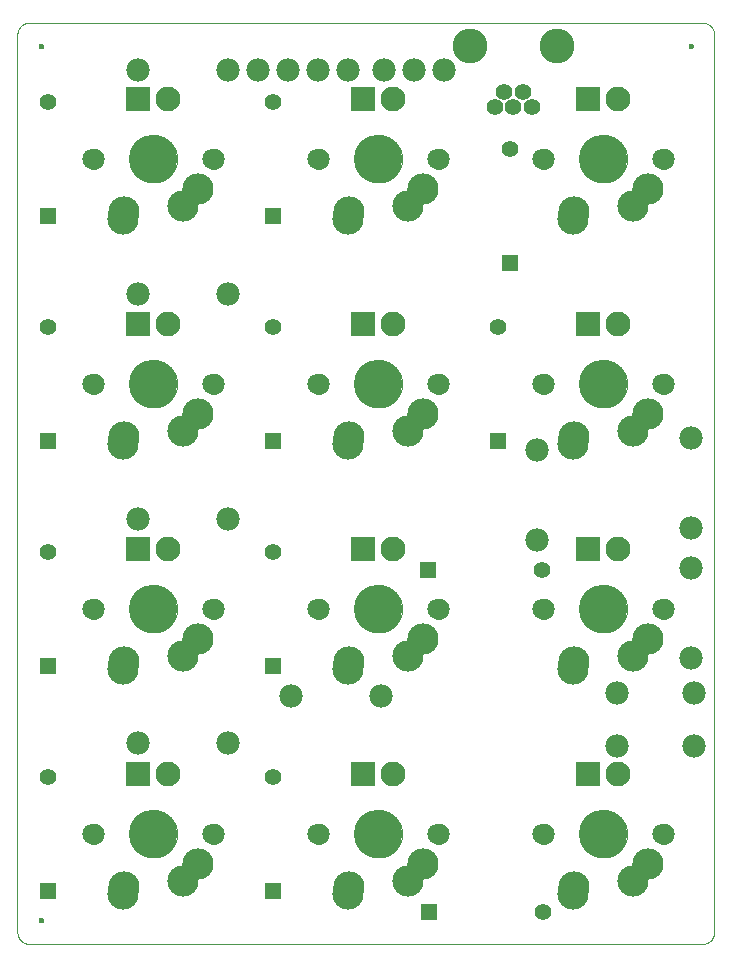
<source format=gts>
G75*
%MOIN*%
%OFA0B0*%
%FSLAX25Y25*%
%IPPOS*%
%LPD*%
%AMOC8*
5,1,8,0,0,1.08239X$1,22.5*
%
%ADD10C,0.00000*%
%ADD11C,0.01778*%
%ADD12C,0.16148*%
%ADD13C,0.07093*%
%ADD14C,0.10400*%
%ADD15C,0.08274*%
%ADD16R,0.08274X0.08274*%
%ADD17R,0.05550X0.05550*%
%ADD18C,0.05550*%
%ADD19C,0.07800*%
%ADD20C,0.11620*%
D10*
X0005049Y0008592D02*
X0005049Y0307804D01*
X0005051Y0307928D01*
X0005057Y0308051D01*
X0005066Y0308175D01*
X0005080Y0308297D01*
X0005097Y0308420D01*
X0005119Y0308542D01*
X0005144Y0308663D01*
X0005173Y0308783D01*
X0005205Y0308902D01*
X0005242Y0309021D01*
X0005282Y0309138D01*
X0005325Y0309253D01*
X0005373Y0309368D01*
X0005424Y0309480D01*
X0005478Y0309591D01*
X0005536Y0309701D01*
X0005597Y0309808D01*
X0005662Y0309914D01*
X0005730Y0310017D01*
X0005801Y0310118D01*
X0005875Y0310217D01*
X0005952Y0310314D01*
X0006033Y0310408D01*
X0006116Y0310499D01*
X0006202Y0310588D01*
X0006291Y0310674D01*
X0006382Y0310757D01*
X0006476Y0310838D01*
X0006573Y0310915D01*
X0006672Y0310989D01*
X0006773Y0311060D01*
X0006876Y0311128D01*
X0006982Y0311193D01*
X0007089Y0311254D01*
X0007199Y0311312D01*
X0007310Y0311366D01*
X0007422Y0311417D01*
X0007537Y0311465D01*
X0007652Y0311508D01*
X0007769Y0311548D01*
X0007888Y0311585D01*
X0008007Y0311617D01*
X0008127Y0311646D01*
X0008248Y0311671D01*
X0008370Y0311693D01*
X0008493Y0311710D01*
X0008615Y0311724D01*
X0008739Y0311733D01*
X0008862Y0311739D01*
X0008986Y0311741D01*
X0233395Y0311741D01*
X0233519Y0311739D01*
X0233642Y0311733D01*
X0233766Y0311724D01*
X0233888Y0311710D01*
X0234011Y0311693D01*
X0234133Y0311671D01*
X0234254Y0311646D01*
X0234374Y0311617D01*
X0234493Y0311585D01*
X0234612Y0311548D01*
X0234729Y0311508D01*
X0234844Y0311465D01*
X0234959Y0311417D01*
X0235071Y0311366D01*
X0235182Y0311312D01*
X0235292Y0311254D01*
X0235399Y0311193D01*
X0235505Y0311128D01*
X0235608Y0311060D01*
X0235709Y0310989D01*
X0235808Y0310915D01*
X0235905Y0310838D01*
X0235999Y0310757D01*
X0236090Y0310674D01*
X0236179Y0310588D01*
X0236265Y0310499D01*
X0236348Y0310408D01*
X0236429Y0310314D01*
X0236506Y0310217D01*
X0236580Y0310118D01*
X0236651Y0310017D01*
X0236719Y0309914D01*
X0236784Y0309808D01*
X0236845Y0309701D01*
X0236903Y0309591D01*
X0236957Y0309480D01*
X0237008Y0309368D01*
X0237056Y0309253D01*
X0237099Y0309138D01*
X0237139Y0309021D01*
X0237176Y0308902D01*
X0237208Y0308783D01*
X0237237Y0308663D01*
X0237262Y0308542D01*
X0237284Y0308420D01*
X0237301Y0308297D01*
X0237315Y0308175D01*
X0237324Y0308051D01*
X0237330Y0307928D01*
X0237332Y0307804D01*
X0237332Y0008592D01*
X0237330Y0008468D01*
X0237324Y0008345D01*
X0237315Y0008221D01*
X0237301Y0008099D01*
X0237284Y0007976D01*
X0237262Y0007854D01*
X0237237Y0007733D01*
X0237208Y0007613D01*
X0237176Y0007494D01*
X0237139Y0007375D01*
X0237099Y0007258D01*
X0237056Y0007143D01*
X0237008Y0007028D01*
X0236957Y0006916D01*
X0236903Y0006805D01*
X0236845Y0006695D01*
X0236784Y0006588D01*
X0236719Y0006482D01*
X0236651Y0006379D01*
X0236580Y0006278D01*
X0236506Y0006179D01*
X0236429Y0006082D01*
X0236348Y0005988D01*
X0236265Y0005897D01*
X0236179Y0005808D01*
X0236090Y0005722D01*
X0235999Y0005639D01*
X0235905Y0005558D01*
X0235808Y0005481D01*
X0235709Y0005407D01*
X0235608Y0005336D01*
X0235505Y0005268D01*
X0235399Y0005203D01*
X0235292Y0005142D01*
X0235182Y0005084D01*
X0235071Y0005030D01*
X0234959Y0004979D01*
X0234844Y0004931D01*
X0234729Y0004888D01*
X0234612Y0004848D01*
X0234493Y0004811D01*
X0234374Y0004779D01*
X0234254Y0004750D01*
X0234133Y0004725D01*
X0234011Y0004703D01*
X0233888Y0004686D01*
X0233766Y0004672D01*
X0233642Y0004663D01*
X0233519Y0004657D01*
X0233395Y0004655D01*
X0008986Y0004655D01*
X0008862Y0004657D01*
X0008739Y0004663D01*
X0008615Y0004672D01*
X0008493Y0004686D01*
X0008370Y0004703D01*
X0008248Y0004725D01*
X0008127Y0004750D01*
X0008007Y0004779D01*
X0007888Y0004811D01*
X0007769Y0004848D01*
X0007652Y0004888D01*
X0007537Y0004931D01*
X0007422Y0004979D01*
X0007310Y0005030D01*
X0007199Y0005084D01*
X0007089Y0005142D01*
X0006982Y0005203D01*
X0006876Y0005268D01*
X0006773Y0005336D01*
X0006672Y0005407D01*
X0006573Y0005481D01*
X0006476Y0005558D01*
X0006382Y0005639D01*
X0006291Y0005722D01*
X0006202Y0005808D01*
X0006116Y0005897D01*
X0006033Y0005988D01*
X0005952Y0006082D01*
X0005875Y0006179D01*
X0005801Y0006278D01*
X0005730Y0006379D01*
X0005662Y0006482D01*
X0005597Y0006588D01*
X0005536Y0006695D01*
X0005478Y0006805D01*
X0005424Y0006916D01*
X0005373Y0007028D01*
X0005325Y0007143D01*
X0005282Y0007258D01*
X0005242Y0007375D01*
X0005205Y0007494D01*
X0005173Y0007613D01*
X0005144Y0007733D01*
X0005119Y0007854D01*
X0005097Y0007976D01*
X0005080Y0008099D01*
X0005066Y0008221D01*
X0005057Y0008345D01*
X0005051Y0008468D01*
X0005049Y0008592D01*
X0012234Y0012529D02*
X0012236Y0012581D01*
X0012242Y0012633D01*
X0012252Y0012684D01*
X0012265Y0012734D01*
X0012283Y0012784D01*
X0012304Y0012831D01*
X0012328Y0012877D01*
X0012357Y0012921D01*
X0012388Y0012963D01*
X0012422Y0013002D01*
X0012459Y0013039D01*
X0012499Y0013072D01*
X0012542Y0013103D01*
X0012586Y0013130D01*
X0012632Y0013154D01*
X0012681Y0013174D01*
X0012730Y0013190D01*
X0012781Y0013203D01*
X0012832Y0013212D01*
X0012884Y0013217D01*
X0012936Y0013218D01*
X0012988Y0013215D01*
X0013040Y0013208D01*
X0013091Y0013197D01*
X0013141Y0013183D01*
X0013190Y0013164D01*
X0013237Y0013142D01*
X0013282Y0013117D01*
X0013326Y0013088D01*
X0013367Y0013056D01*
X0013406Y0013021D01*
X0013441Y0012983D01*
X0013474Y0012942D01*
X0013504Y0012900D01*
X0013530Y0012855D01*
X0013553Y0012808D01*
X0013572Y0012759D01*
X0013588Y0012709D01*
X0013600Y0012659D01*
X0013608Y0012607D01*
X0013612Y0012555D01*
X0013612Y0012503D01*
X0013608Y0012451D01*
X0013600Y0012399D01*
X0013588Y0012349D01*
X0013572Y0012299D01*
X0013553Y0012250D01*
X0013530Y0012203D01*
X0013504Y0012158D01*
X0013474Y0012116D01*
X0013441Y0012075D01*
X0013406Y0012037D01*
X0013367Y0012002D01*
X0013326Y0011970D01*
X0013282Y0011941D01*
X0013237Y0011916D01*
X0013190Y0011894D01*
X0013141Y0011875D01*
X0013091Y0011861D01*
X0013040Y0011850D01*
X0012988Y0011843D01*
X0012936Y0011840D01*
X0012884Y0011841D01*
X0012832Y0011846D01*
X0012781Y0011855D01*
X0012730Y0011868D01*
X0012681Y0011884D01*
X0012632Y0011904D01*
X0012586Y0011928D01*
X0012542Y0011955D01*
X0012499Y0011986D01*
X0012459Y0012019D01*
X0012422Y0012056D01*
X0012388Y0012095D01*
X0012357Y0012137D01*
X0012328Y0012181D01*
X0012304Y0012227D01*
X0012283Y0012274D01*
X0012265Y0012324D01*
X0012252Y0012374D01*
X0012242Y0012425D01*
X0012236Y0012477D01*
X0012234Y0012529D01*
X0027057Y0041387D02*
X0027059Y0041502D01*
X0027065Y0041618D01*
X0027075Y0041733D01*
X0027089Y0041848D01*
X0027107Y0041962D01*
X0027129Y0042075D01*
X0027154Y0042188D01*
X0027184Y0042299D01*
X0027217Y0042410D01*
X0027254Y0042519D01*
X0027295Y0042627D01*
X0027340Y0042734D01*
X0027388Y0042839D01*
X0027440Y0042942D01*
X0027496Y0043043D01*
X0027555Y0043143D01*
X0027617Y0043240D01*
X0027683Y0043335D01*
X0027751Y0043428D01*
X0027823Y0043518D01*
X0027898Y0043606D01*
X0027977Y0043691D01*
X0028058Y0043773D01*
X0028141Y0043853D01*
X0028228Y0043929D01*
X0028317Y0044003D01*
X0028408Y0044073D01*
X0028502Y0044141D01*
X0028598Y0044205D01*
X0028697Y0044265D01*
X0028797Y0044322D01*
X0028899Y0044376D01*
X0029003Y0044426D01*
X0029109Y0044473D01*
X0029216Y0044516D01*
X0029325Y0044555D01*
X0029435Y0044590D01*
X0029546Y0044621D01*
X0029658Y0044649D01*
X0029771Y0044673D01*
X0029885Y0044693D01*
X0030000Y0044709D01*
X0030115Y0044721D01*
X0030230Y0044729D01*
X0030345Y0044733D01*
X0030461Y0044733D01*
X0030576Y0044729D01*
X0030691Y0044721D01*
X0030806Y0044709D01*
X0030921Y0044693D01*
X0031035Y0044673D01*
X0031148Y0044649D01*
X0031260Y0044621D01*
X0031371Y0044590D01*
X0031481Y0044555D01*
X0031590Y0044516D01*
X0031697Y0044473D01*
X0031803Y0044426D01*
X0031907Y0044376D01*
X0032009Y0044322D01*
X0032109Y0044265D01*
X0032208Y0044205D01*
X0032304Y0044141D01*
X0032398Y0044073D01*
X0032489Y0044003D01*
X0032578Y0043929D01*
X0032665Y0043853D01*
X0032748Y0043773D01*
X0032829Y0043691D01*
X0032908Y0043606D01*
X0032983Y0043518D01*
X0033055Y0043428D01*
X0033123Y0043335D01*
X0033189Y0043240D01*
X0033251Y0043143D01*
X0033310Y0043043D01*
X0033366Y0042942D01*
X0033418Y0042839D01*
X0033466Y0042734D01*
X0033511Y0042627D01*
X0033552Y0042519D01*
X0033589Y0042410D01*
X0033622Y0042299D01*
X0033652Y0042188D01*
X0033677Y0042075D01*
X0033699Y0041962D01*
X0033717Y0041848D01*
X0033731Y0041733D01*
X0033741Y0041618D01*
X0033747Y0041502D01*
X0033749Y0041387D01*
X0033747Y0041272D01*
X0033741Y0041156D01*
X0033731Y0041041D01*
X0033717Y0040926D01*
X0033699Y0040812D01*
X0033677Y0040699D01*
X0033652Y0040586D01*
X0033622Y0040475D01*
X0033589Y0040364D01*
X0033552Y0040255D01*
X0033511Y0040147D01*
X0033466Y0040040D01*
X0033418Y0039935D01*
X0033366Y0039832D01*
X0033310Y0039731D01*
X0033251Y0039631D01*
X0033189Y0039534D01*
X0033123Y0039439D01*
X0033055Y0039346D01*
X0032983Y0039256D01*
X0032908Y0039168D01*
X0032829Y0039083D01*
X0032748Y0039001D01*
X0032665Y0038921D01*
X0032578Y0038845D01*
X0032489Y0038771D01*
X0032398Y0038701D01*
X0032304Y0038633D01*
X0032208Y0038569D01*
X0032109Y0038509D01*
X0032009Y0038452D01*
X0031907Y0038398D01*
X0031803Y0038348D01*
X0031697Y0038301D01*
X0031590Y0038258D01*
X0031481Y0038219D01*
X0031371Y0038184D01*
X0031260Y0038153D01*
X0031148Y0038125D01*
X0031035Y0038101D01*
X0030921Y0038081D01*
X0030806Y0038065D01*
X0030691Y0038053D01*
X0030576Y0038045D01*
X0030461Y0038041D01*
X0030345Y0038041D01*
X0030230Y0038045D01*
X0030115Y0038053D01*
X0030000Y0038065D01*
X0029885Y0038081D01*
X0029771Y0038101D01*
X0029658Y0038125D01*
X0029546Y0038153D01*
X0029435Y0038184D01*
X0029325Y0038219D01*
X0029216Y0038258D01*
X0029109Y0038301D01*
X0029003Y0038348D01*
X0028899Y0038398D01*
X0028797Y0038452D01*
X0028697Y0038509D01*
X0028598Y0038569D01*
X0028502Y0038633D01*
X0028408Y0038701D01*
X0028317Y0038771D01*
X0028228Y0038845D01*
X0028141Y0038921D01*
X0028058Y0039001D01*
X0027977Y0039083D01*
X0027898Y0039168D01*
X0027823Y0039256D01*
X0027751Y0039346D01*
X0027683Y0039439D01*
X0027617Y0039534D01*
X0027555Y0039631D01*
X0027496Y0039731D01*
X0027440Y0039832D01*
X0027388Y0039935D01*
X0027340Y0040040D01*
X0027295Y0040147D01*
X0027254Y0040255D01*
X0027217Y0040364D01*
X0027184Y0040475D01*
X0027154Y0040586D01*
X0027129Y0040699D01*
X0027107Y0040812D01*
X0027089Y0040926D01*
X0027075Y0041041D01*
X0027065Y0041156D01*
X0027059Y0041272D01*
X0027057Y0041387D01*
X0042529Y0041387D02*
X0042531Y0041580D01*
X0042538Y0041773D01*
X0042550Y0041966D01*
X0042567Y0042159D01*
X0042588Y0042351D01*
X0042614Y0042542D01*
X0042645Y0042733D01*
X0042680Y0042923D01*
X0042720Y0043112D01*
X0042765Y0043300D01*
X0042814Y0043487D01*
X0042868Y0043673D01*
X0042926Y0043857D01*
X0042989Y0044040D01*
X0043057Y0044221D01*
X0043128Y0044400D01*
X0043205Y0044578D01*
X0043285Y0044754D01*
X0043370Y0044927D01*
X0043459Y0045099D01*
X0043552Y0045268D01*
X0043649Y0045435D01*
X0043751Y0045600D01*
X0043856Y0045762D01*
X0043965Y0045921D01*
X0044079Y0046078D01*
X0044196Y0046231D01*
X0044316Y0046382D01*
X0044441Y0046530D01*
X0044569Y0046675D01*
X0044700Y0046816D01*
X0044835Y0046955D01*
X0044974Y0047090D01*
X0045115Y0047221D01*
X0045260Y0047349D01*
X0045408Y0047474D01*
X0045559Y0047594D01*
X0045712Y0047711D01*
X0045869Y0047825D01*
X0046028Y0047934D01*
X0046190Y0048039D01*
X0046355Y0048141D01*
X0046522Y0048238D01*
X0046691Y0048331D01*
X0046863Y0048420D01*
X0047036Y0048505D01*
X0047212Y0048585D01*
X0047390Y0048662D01*
X0047569Y0048733D01*
X0047750Y0048801D01*
X0047933Y0048864D01*
X0048117Y0048922D01*
X0048303Y0048976D01*
X0048490Y0049025D01*
X0048678Y0049070D01*
X0048867Y0049110D01*
X0049057Y0049145D01*
X0049248Y0049176D01*
X0049439Y0049202D01*
X0049631Y0049223D01*
X0049824Y0049240D01*
X0050017Y0049252D01*
X0050210Y0049259D01*
X0050403Y0049261D01*
X0050596Y0049259D01*
X0050789Y0049252D01*
X0050982Y0049240D01*
X0051175Y0049223D01*
X0051367Y0049202D01*
X0051558Y0049176D01*
X0051749Y0049145D01*
X0051939Y0049110D01*
X0052128Y0049070D01*
X0052316Y0049025D01*
X0052503Y0048976D01*
X0052689Y0048922D01*
X0052873Y0048864D01*
X0053056Y0048801D01*
X0053237Y0048733D01*
X0053416Y0048662D01*
X0053594Y0048585D01*
X0053770Y0048505D01*
X0053943Y0048420D01*
X0054115Y0048331D01*
X0054284Y0048238D01*
X0054451Y0048141D01*
X0054616Y0048039D01*
X0054778Y0047934D01*
X0054937Y0047825D01*
X0055094Y0047711D01*
X0055247Y0047594D01*
X0055398Y0047474D01*
X0055546Y0047349D01*
X0055691Y0047221D01*
X0055832Y0047090D01*
X0055971Y0046955D01*
X0056106Y0046816D01*
X0056237Y0046675D01*
X0056365Y0046530D01*
X0056490Y0046382D01*
X0056610Y0046231D01*
X0056727Y0046078D01*
X0056841Y0045921D01*
X0056950Y0045762D01*
X0057055Y0045600D01*
X0057157Y0045435D01*
X0057254Y0045268D01*
X0057347Y0045099D01*
X0057436Y0044927D01*
X0057521Y0044754D01*
X0057601Y0044578D01*
X0057678Y0044400D01*
X0057749Y0044221D01*
X0057817Y0044040D01*
X0057880Y0043857D01*
X0057938Y0043673D01*
X0057992Y0043487D01*
X0058041Y0043300D01*
X0058086Y0043112D01*
X0058126Y0042923D01*
X0058161Y0042733D01*
X0058192Y0042542D01*
X0058218Y0042351D01*
X0058239Y0042159D01*
X0058256Y0041966D01*
X0058268Y0041773D01*
X0058275Y0041580D01*
X0058277Y0041387D01*
X0058275Y0041194D01*
X0058268Y0041001D01*
X0058256Y0040808D01*
X0058239Y0040615D01*
X0058218Y0040423D01*
X0058192Y0040232D01*
X0058161Y0040041D01*
X0058126Y0039851D01*
X0058086Y0039662D01*
X0058041Y0039474D01*
X0057992Y0039287D01*
X0057938Y0039101D01*
X0057880Y0038917D01*
X0057817Y0038734D01*
X0057749Y0038553D01*
X0057678Y0038374D01*
X0057601Y0038196D01*
X0057521Y0038020D01*
X0057436Y0037847D01*
X0057347Y0037675D01*
X0057254Y0037506D01*
X0057157Y0037339D01*
X0057055Y0037174D01*
X0056950Y0037012D01*
X0056841Y0036853D01*
X0056727Y0036696D01*
X0056610Y0036543D01*
X0056490Y0036392D01*
X0056365Y0036244D01*
X0056237Y0036099D01*
X0056106Y0035958D01*
X0055971Y0035819D01*
X0055832Y0035684D01*
X0055691Y0035553D01*
X0055546Y0035425D01*
X0055398Y0035300D01*
X0055247Y0035180D01*
X0055094Y0035063D01*
X0054937Y0034949D01*
X0054778Y0034840D01*
X0054616Y0034735D01*
X0054451Y0034633D01*
X0054284Y0034536D01*
X0054115Y0034443D01*
X0053943Y0034354D01*
X0053770Y0034269D01*
X0053594Y0034189D01*
X0053416Y0034112D01*
X0053237Y0034041D01*
X0053056Y0033973D01*
X0052873Y0033910D01*
X0052689Y0033852D01*
X0052503Y0033798D01*
X0052316Y0033749D01*
X0052128Y0033704D01*
X0051939Y0033664D01*
X0051749Y0033629D01*
X0051558Y0033598D01*
X0051367Y0033572D01*
X0051175Y0033551D01*
X0050982Y0033534D01*
X0050789Y0033522D01*
X0050596Y0033515D01*
X0050403Y0033513D01*
X0050210Y0033515D01*
X0050017Y0033522D01*
X0049824Y0033534D01*
X0049631Y0033551D01*
X0049439Y0033572D01*
X0049248Y0033598D01*
X0049057Y0033629D01*
X0048867Y0033664D01*
X0048678Y0033704D01*
X0048490Y0033749D01*
X0048303Y0033798D01*
X0048117Y0033852D01*
X0047933Y0033910D01*
X0047750Y0033973D01*
X0047569Y0034041D01*
X0047390Y0034112D01*
X0047212Y0034189D01*
X0047036Y0034269D01*
X0046863Y0034354D01*
X0046691Y0034443D01*
X0046522Y0034536D01*
X0046355Y0034633D01*
X0046190Y0034735D01*
X0046028Y0034840D01*
X0045869Y0034949D01*
X0045712Y0035063D01*
X0045559Y0035180D01*
X0045408Y0035300D01*
X0045260Y0035425D01*
X0045115Y0035553D01*
X0044974Y0035684D01*
X0044835Y0035819D01*
X0044700Y0035958D01*
X0044569Y0036099D01*
X0044441Y0036244D01*
X0044316Y0036392D01*
X0044196Y0036543D01*
X0044079Y0036696D01*
X0043965Y0036853D01*
X0043856Y0037012D01*
X0043751Y0037174D01*
X0043649Y0037339D01*
X0043552Y0037506D01*
X0043459Y0037675D01*
X0043370Y0037847D01*
X0043285Y0038020D01*
X0043205Y0038196D01*
X0043128Y0038374D01*
X0043057Y0038553D01*
X0042989Y0038734D01*
X0042926Y0038917D01*
X0042868Y0039101D01*
X0042814Y0039287D01*
X0042765Y0039474D01*
X0042720Y0039662D01*
X0042680Y0039851D01*
X0042645Y0040041D01*
X0042614Y0040232D01*
X0042588Y0040423D01*
X0042567Y0040615D01*
X0042550Y0040808D01*
X0042538Y0041001D01*
X0042531Y0041194D01*
X0042529Y0041387D01*
X0067057Y0041387D02*
X0067059Y0041502D01*
X0067065Y0041618D01*
X0067075Y0041733D01*
X0067089Y0041848D01*
X0067107Y0041962D01*
X0067129Y0042075D01*
X0067154Y0042188D01*
X0067184Y0042299D01*
X0067217Y0042410D01*
X0067254Y0042519D01*
X0067295Y0042627D01*
X0067340Y0042734D01*
X0067388Y0042839D01*
X0067440Y0042942D01*
X0067496Y0043043D01*
X0067555Y0043143D01*
X0067617Y0043240D01*
X0067683Y0043335D01*
X0067751Y0043428D01*
X0067823Y0043518D01*
X0067898Y0043606D01*
X0067977Y0043691D01*
X0068058Y0043773D01*
X0068141Y0043853D01*
X0068228Y0043929D01*
X0068317Y0044003D01*
X0068408Y0044073D01*
X0068502Y0044141D01*
X0068598Y0044205D01*
X0068697Y0044265D01*
X0068797Y0044322D01*
X0068899Y0044376D01*
X0069003Y0044426D01*
X0069109Y0044473D01*
X0069216Y0044516D01*
X0069325Y0044555D01*
X0069435Y0044590D01*
X0069546Y0044621D01*
X0069658Y0044649D01*
X0069771Y0044673D01*
X0069885Y0044693D01*
X0070000Y0044709D01*
X0070115Y0044721D01*
X0070230Y0044729D01*
X0070345Y0044733D01*
X0070461Y0044733D01*
X0070576Y0044729D01*
X0070691Y0044721D01*
X0070806Y0044709D01*
X0070921Y0044693D01*
X0071035Y0044673D01*
X0071148Y0044649D01*
X0071260Y0044621D01*
X0071371Y0044590D01*
X0071481Y0044555D01*
X0071590Y0044516D01*
X0071697Y0044473D01*
X0071803Y0044426D01*
X0071907Y0044376D01*
X0072009Y0044322D01*
X0072109Y0044265D01*
X0072208Y0044205D01*
X0072304Y0044141D01*
X0072398Y0044073D01*
X0072489Y0044003D01*
X0072578Y0043929D01*
X0072665Y0043853D01*
X0072748Y0043773D01*
X0072829Y0043691D01*
X0072908Y0043606D01*
X0072983Y0043518D01*
X0073055Y0043428D01*
X0073123Y0043335D01*
X0073189Y0043240D01*
X0073251Y0043143D01*
X0073310Y0043043D01*
X0073366Y0042942D01*
X0073418Y0042839D01*
X0073466Y0042734D01*
X0073511Y0042627D01*
X0073552Y0042519D01*
X0073589Y0042410D01*
X0073622Y0042299D01*
X0073652Y0042188D01*
X0073677Y0042075D01*
X0073699Y0041962D01*
X0073717Y0041848D01*
X0073731Y0041733D01*
X0073741Y0041618D01*
X0073747Y0041502D01*
X0073749Y0041387D01*
X0073747Y0041272D01*
X0073741Y0041156D01*
X0073731Y0041041D01*
X0073717Y0040926D01*
X0073699Y0040812D01*
X0073677Y0040699D01*
X0073652Y0040586D01*
X0073622Y0040475D01*
X0073589Y0040364D01*
X0073552Y0040255D01*
X0073511Y0040147D01*
X0073466Y0040040D01*
X0073418Y0039935D01*
X0073366Y0039832D01*
X0073310Y0039731D01*
X0073251Y0039631D01*
X0073189Y0039534D01*
X0073123Y0039439D01*
X0073055Y0039346D01*
X0072983Y0039256D01*
X0072908Y0039168D01*
X0072829Y0039083D01*
X0072748Y0039001D01*
X0072665Y0038921D01*
X0072578Y0038845D01*
X0072489Y0038771D01*
X0072398Y0038701D01*
X0072304Y0038633D01*
X0072208Y0038569D01*
X0072109Y0038509D01*
X0072009Y0038452D01*
X0071907Y0038398D01*
X0071803Y0038348D01*
X0071697Y0038301D01*
X0071590Y0038258D01*
X0071481Y0038219D01*
X0071371Y0038184D01*
X0071260Y0038153D01*
X0071148Y0038125D01*
X0071035Y0038101D01*
X0070921Y0038081D01*
X0070806Y0038065D01*
X0070691Y0038053D01*
X0070576Y0038045D01*
X0070461Y0038041D01*
X0070345Y0038041D01*
X0070230Y0038045D01*
X0070115Y0038053D01*
X0070000Y0038065D01*
X0069885Y0038081D01*
X0069771Y0038101D01*
X0069658Y0038125D01*
X0069546Y0038153D01*
X0069435Y0038184D01*
X0069325Y0038219D01*
X0069216Y0038258D01*
X0069109Y0038301D01*
X0069003Y0038348D01*
X0068899Y0038398D01*
X0068797Y0038452D01*
X0068697Y0038509D01*
X0068598Y0038569D01*
X0068502Y0038633D01*
X0068408Y0038701D01*
X0068317Y0038771D01*
X0068228Y0038845D01*
X0068141Y0038921D01*
X0068058Y0039001D01*
X0067977Y0039083D01*
X0067898Y0039168D01*
X0067823Y0039256D01*
X0067751Y0039346D01*
X0067683Y0039439D01*
X0067617Y0039534D01*
X0067555Y0039631D01*
X0067496Y0039731D01*
X0067440Y0039832D01*
X0067388Y0039935D01*
X0067340Y0040040D01*
X0067295Y0040147D01*
X0067254Y0040255D01*
X0067217Y0040364D01*
X0067184Y0040475D01*
X0067154Y0040586D01*
X0067129Y0040699D01*
X0067107Y0040812D01*
X0067089Y0040926D01*
X0067075Y0041041D01*
X0067065Y0041156D01*
X0067059Y0041272D01*
X0067057Y0041387D01*
X0102057Y0041387D02*
X0102059Y0041502D01*
X0102065Y0041618D01*
X0102075Y0041733D01*
X0102089Y0041848D01*
X0102107Y0041962D01*
X0102129Y0042075D01*
X0102154Y0042188D01*
X0102184Y0042299D01*
X0102217Y0042410D01*
X0102254Y0042519D01*
X0102295Y0042627D01*
X0102340Y0042734D01*
X0102388Y0042839D01*
X0102440Y0042942D01*
X0102496Y0043043D01*
X0102555Y0043143D01*
X0102617Y0043240D01*
X0102683Y0043335D01*
X0102751Y0043428D01*
X0102823Y0043518D01*
X0102898Y0043606D01*
X0102977Y0043691D01*
X0103058Y0043773D01*
X0103141Y0043853D01*
X0103228Y0043929D01*
X0103317Y0044003D01*
X0103408Y0044073D01*
X0103502Y0044141D01*
X0103598Y0044205D01*
X0103697Y0044265D01*
X0103797Y0044322D01*
X0103899Y0044376D01*
X0104003Y0044426D01*
X0104109Y0044473D01*
X0104216Y0044516D01*
X0104325Y0044555D01*
X0104435Y0044590D01*
X0104546Y0044621D01*
X0104658Y0044649D01*
X0104771Y0044673D01*
X0104885Y0044693D01*
X0105000Y0044709D01*
X0105115Y0044721D01*
X0105230Y0044729D01*
X0105345Y0044733D01*
X0105461Y0044733D01*
X0105576Y0044729D01*
X0105691Y0044721D01*
X0105806Y0044709D01*
X0105921Y0044693D01*
X0106035Y0044673D01*
X0106148Y0044649D01*
X0106260Y0044621D01*
X0106371Y0044590D01*
X0106481Y0044555D01*
X0106590Y0044516D01*
X0106697Y0044473D01*
X0106803Y0044426D01*
X0106907Y0044376D01*
X0107009Y0044322D01*
X0107109Y0044265D01*
X0107208Y0044205D01*
X0107304Y0044141D01*
X0107398Y0044073D01*
X0107489Y0044003D01*
X0107578Y0043929D01*
X0107665Y0043853D01*
X0107748Y0043773D01*
X0107829Y0043691D01*
X0107908Y0043606D01*
X0107983Y0043518D01*
X0108055Y0043428D01*
X0108123Y0043335D01*
X0108189Y0043240D01*
X0108251Y0043143D01*
X0108310Y0043043D01*
X0108366Y0042942D01*
X0108418Y0042839D01*
X0108466Y0042734D01*
X0108511Y0042627D01*
X0108552Y0042519D01*
X0108589Y0042410D01*
X0108622Y0042299D01*
X0108652Y0042188D01*
X0108677Y0042075D01*
X0108699Y0041962D01*
X0108717Y0041848D01*
X0108731Y0041733D01*
X0108741Y0041618D01*
X0108747Y0041502D01*
X0108749Y0041387D01*
X0108747Y0041272D01*
X0108741Y0041156D01*
X0108731Y0041041D01*
X0108717Y0040926D01*
X0108699Y0040812D01*
X0108677Y0040699D01*
X0108652Y0040586D01*
X0108622Y0040475D01*
X0108589Y0040364D01*
X0108552Y0040255D01*
X0108511Y0040147D01*
X0108466Y0040040D01*
X0108418Y0039935D01*
X0108366Y0039832D01*
X0108310Y0039731D01*
X0108251Y0039631D01*
X0108189Y0039534D01*
X0108123Y0039439D01*
X0108055Y0039346D01*
X0107983Y0039256D01*
X0107908Y0039168D01*
X0107829Y0039083D01*
X0107748Y0039001D01*
X0107665Y0038921D01*
X0107578Y0038845D01*
X0107489Y0038771D01*
X0107398Y0038701D01*
X0107304Y0038633D01*
X0107208Y0038569D01*
X0107109Y0038509D01*
X0107009Y0038452D01*
X0106907Y0038398D01*
X0106803Y0038348D01*
X0106697Y0038301D01*
X0106590Y0038258D01*
X0106481Y0038219D01*
X0106371Y0038184D01*
X0106260Y0038153D01*
X0106148Y0038125D01*
X0106035Y0038101D01*
X0105921Y0038081D01*
X0105806Y0038065D01*
X0105691Y0038053D01*
X0105576Y0038045D01*
X0105461Y0038041D01*
X0105345Y0038041D01*
X0105230Y0038045D01*
X0105115Y0038053D01*
X0105000Y0038065D01*
X0104885Y0038081D01*
X0104771Y0038101D01*
X0104658Y0038125D01*
X0104546Y0038153D01*
X0104435Y0038184D01*
X0104325Y0038219D01*
X0104216Y0038258D01*
X0104109Y0038301D01*
X0104003Y0038348D01*
X0103899Y0038398D01*
X0103797Y0038452D01*
X0103697Y0038509D01*
X0103598Y0038569D01*
X0103502Y0038633D01*
X0103408Y0038701D01*
X0103317Y0038771D01*
X0103228Y0038845D01*
X0103141Y0038921D01*
X0103058Y0039001D01*
X0102977Y0039083D01*
X0102898Y0039168D01*
X0102823Y0039256D01*
X0102751Y0039346D01*
X0102683Y0039439D01*
X0102617Y0039534D01*
X0102555Y0039631D01*
X0102496Y0039731D01*
X0102440Y0039832D01*
X0102388Y0039935D01*
X0102340Y0040040D01*
X0102295Y0040147D01*
X0102254Y0040255D01*
X0102217Y0040364D01*
X0102184Y0040475D01*
X0102154Y0040586D01*
X0102129Y0040699D01*
X0102107Y0040812D01*
X0102089Y0040926D01*
X0102075Y0041041D01*
X0102065Y0041156D01*
X0102059Y0041272D01*
X0102057Y0041387D01*
X0117529Y0041387D02*
X0117531Y0041580D01*
X0117538Y0041773D01*
X0117550Y0041966D01*
X0117567Y0042159D01*
X0117588Y0042351D01*
X0117614Y0042542D01*
X0117645Y0042733D01*
X0117680Y0042923D01*
X0117720Y0043112D01*
X0117765Y0043300D01*
X0117814Y0043487D01*
X0117868Y0043673D01*
X0117926Y0043857D01*
X0117989Y0044040D01*
X0118057Y0044221D01*
X0118128Y0044400D01*
X0118205Y0044578D01*
X0118285Y0044754D01*
X0118370Y0044927D01*
X0118459Y0045099D01*
X0118552Y0045268D01*
X0118649Y0045435D01*
X0118751Y0045600D01*
X0118856Y0045762D01*
X0118965Y0045921D01*
X0119079Y0046078D01*
X0119196Y0046231D01*
X0119316Y0046382D01*
X0119441Y0046530D01*
X0119569Y0046675D01*
X0119700Y0046816D01*
X0119835Y0046955D01*
X0119974Y0047090D01*
X0120115Y0047221D01*
X0120260Y0047349D01*
X0120408Y0047474D01*
X0120559Y0047594D01*
X0120712Y0047711D01*
X0120869Y0047825D01*
X0121028Y0047934D01*
X0121190Y0048039D01*
X0121355Y0048141D01*
X0121522Y0048238D01*
X0121691Y0048331D01*
X0121863Y0048420D01*
X0122036Y0048505D01*
X0122212Y0048585D01*
X0122390Y0048662D01*
X0122569Y0048733D01*
X0122750Y0048801D01*
X0122933Y0048864D01*
X0123117Y0048922D01*
X0123303Y0048976D01*
X0123490Y0049025D01*
X0123678Y0049070D01*
X0123867Y0049110D01*
X0124057Y0049145D01*
X0124248Y0049176D01*
X0124439Y0049202D01*
X0124631Y0049223D01*
X0124824Y0049240D01*
X0125017Y0049252D01*
X0125210Y0049259D01*
X0125403Y0049261D01*
X0125596Y0049259D01*
X0125789Y0049252D01*
X0125982Y0049240D01*
X0126175Y0049223D01*
X0126367Y0049202D01*
X0126558Y0049176D01*
X0126749Y0049145D01*
X0126939Y0049110D01*
X0127128Y0049070D01*
X0127316Y0049025D01*
X0127503Y0048976D01*
X0127689Y0048922D01*
X0127873Y0048864D01*
X0128056Y0048801D01*
X0128237Y0048733D01*
X0128416Y0048662D01*
X0128594Y0048585D01*
X0128770Y0048505D01*
X0128943Y0048420D01*
X0129115Y0048331D01*
X0129284Y0048238D01*
X0129451Y0048141D01*
X0129616Y0048039D01*
X0129778Y0047934D01*
X0129937Y0047825D01*
X0130094Y0047711D01*
X0130247Y0047594D01*
X0130398Y0047474D01*
X0130546Y0047349D01*
X0130691Y0047221D01*
X0130832Y0047090D01*
X0130971Y0046955D01*
X0131106Y0046816D01*
X0131237Y0046675D01*
X0131365Y0046530D01*
X0131490Y0046382D01*
X0131610Y0046231D01*
X0131727Y0046078D01*
X0131841Y0045921D01*
X0131950Y0045762D01*
X0132055Y0045600D01*
X0132157Y0045435D01*
X0132254Y0045268D01*
X0132347Y0045099D01*
X0132436Y0044927D01*
X0132521Y0044754D01*
X0132601Y0044578D01*
X0132678Y0044400D01*
X0132749Y0044221D01*
X0132817Y0044040D01*
X0132880Y0043857D01*
X0132938Y0043673D01*
X0132992Y0043487D01*
X0133041Y0043300D01*
X0133086Y0043112D01*
X0133126Y0042923D01*
X0133161Y0042733D01*
X0133192Y0042542D01*
X0133218Y0042351D01*
X0133239Y0042159D01*
X0133256Y0041966D01*
X0133268Y0041773D01*
X0133275Y0041580D01*
X0133277Y0041387D01*
X0133275Y0041194D01*
X0133268Y0041001D01*
X0133256Y0040808D01*
X0133239Y0040615D01*
X0133218Y0040423D01*
X0133192Y0040232D01*
X0133161Y0040041D01*
X0133126Y0039851D01*
X0133086Y0039662D01*
X0133041Y0039474D01*
X0132992Y0039287D01*
X0132938Y0039101D01*
X0132880Y0038917D01*
X0132817Y0038734D01*
X0132749Y0038553D01*
X0132678Y0038374D01*
X0132601Y0038196D01*
X0132521Y0038020D01*
X0132436Y0037847D01*
X0132347Y0037675D01*
X0132254Y0037506D01*
X0132157Y0037339D01*
X0132055Y0037174D01*
X0131950Y0037012D01*
X0131841Y0036853D01*
X0131727Y0036696D01*
X0131610Y0036543D01*
X0131490Y0036392D01*
X0131365Y0036244D01*
X0131237Y0036099D01*
X0131106Y0035958D01*
X0130971Y0035819D01*
X0130832Y0035684D01*
X0130691Y0035553D01*
X0130546Y0035425D01*
X0130398Y0035300D01*
X0130247Y0035180D01*
X0130094Y0035063D01*
X0129937Y0034949D01*
X0129778Y0034840D01*
X0129616Y0034735D01*
X0129451Y0034633D01*
X0129284Y0034536D01*
X0129115Y0034443D01*
X0128943Y0034354D01*
X0128770Y0034269D01*
X0128594Y0034189D01*
X0128416Y0034112D01*
X0128237Y0034041D01*
X0128056Y0033973D01*
X0127873Y0033910D01*
X0127689Y0033852D01*
X0127503Y0033798D01*
X0127316Y0033749D01*
X0127128Y0033704D01*
X0126939Y0033664D01*
X0126749Y0033629D01*
X0126558Y0033598D01*
X0126367Y0033572D01*
X0126175Y0033551D01*
X0125982Y0033534D01*
X0125789Y0033522D01*
X0125596Y0033515D01*
X0125403Y0033513D01*
X0125210Y0033515D01*
X0125017Y0033522D01*
X0124824Y0033534D01*
X0124631Y0033551D01*
X0124439Y0033572D01*
X0124248Y0033598D01*
X0124057Y0033629D01*
X0123867Y0033664D01*
X0123678Y0033704D01*
X0123490Y0033749D01*
X0123303Y0033798D01*
X0123117Y0033852D01*
X0122933Y0033910D01*
X0122750Y0033973D01*
X0122569Y0034041D01*
X0122390Y0034112D01*
X0122212Y0034189D01*
X0122036Y0034269D01*
X0121863Y0034354D01*
X0121691Y0034443D01*
X0121522Y0034536D01*
X0121355Y0034633D01*
X0121190Y0034735D01*
X0121028Y0034840D01*
X0120869Y0034949D01*
X0120712Y0035063D01*
X0120559Y0035180D01*
X0120408Y0035300D01*
X0120260Y0035425D01*
X0120115Y0035553D01*
X0119974Y0035684D01*
X0119835Y0035819D01*
X0119700Y0035958D01*
X0119569Y0036099D01*
X0119441Y0036244D01*
X0119316Y0036392D01*
X0119196Y0036543D01*
X0119079Y0036696D01*
X0118965Y0036853D01*
X0118856Y0037012D01*
X0118751Y0037174D01*
X0118649Y0037339D01*
X0118552Y0037506D01*
X0118459Y0037675D01*
X0118370Y0037847D01*
X0118285Y0038020D01*
X0118205Y0038196D01*
X0118128Y0038374D01*
X0118057Y0038553D01*
X0117989Y0038734D01*
X0117926Y0038917D01*
X0117868Y0039101D01*
X0117814Y0039287D01*
X0117765Y0039474D01*
X0117720Y0039662D01*
X0117680Y0039851D01*
X0117645Y0040041D01*
X0117614Y0040232D01*
X0117588Y0040423D01*
X0117567Y0040615D01*
X0117550Y0040808D01*
X0117538Y0041001D01*
X0117531Y0041194D01*
X0117529Y0041387D01*
X0142057Y0041387D02*
X0142059Y0041502D01*
X0142065Y0041618D01*
X0142075Y0041733D01*
X0142089Y0041848D01*
X0142107Y0041962D01*
X0142129Y0042075D01*
X0142154Y0042188D01*
X0142184Y0042299D01*
X0142217Y0042410D01*
X0142254Y0042519D01*
X0142295Y0042627D01*
X0142340Y0042734D01*
X0142388Y0042839D01*
X0142440Y0042942D01*
X0142496Y0043043D01*
X0142555Y0043143D01*
X0142617Y0043240D01*
X0142683Y0043335D01*
X0142751Y0043428D01*
X0142823Y0043518D01*
X0142898Y0043606D01*
X0142977Y0043691D01*
X0143058Y0043773D01*
X0143141Y0043853D01*
X0143228Y0043929D01*
X0143317Y0044003D01*
X0143408Y0044073D01*
X0143502Y0044141D01*
X0143598Y0044205D01*
X0143697Y0044265D01*
X0143797Y0044322D01*
X0143899Y0044376D01*
X0144003Y0044426D01*
X0144109Y0044473D01*
X0144216Y0044516D01*
X0144325Y0044555D01*
X0144435Y0044590D01*
X0144546Y0044621D01*
X0144658Y0044649D01*
X0144771Y0044673D01*
X0144885Y0044693D01*
X0145000Y0044709D01*
X0145115Y0044721D01*
X0145230Y0044729D01*
X0145345Y0044733D01*
X0145461Y0044733D01*
X0145576Y0044729D01*
X0145691Y0044721D01*
X0145806Y0044709D01*
X0145921Y0044693D01*
X0146035Y0044673D01*
X0146148Y0044649D01*
X0146260Y0044621D01*
X0146371Y0044590D01*
X0146481Y0044555D01*
X0146590Y0044516D01*
X0146697Y0044473D01*
X0146803Y0044426D01*
X0146907Y0044376D01*
X0147009Y0044322D01*
X0147109Y0044265D01*
X0147208Y0044205D01*
X0147304Y0044141D01*
X0147398Y0044073D01*
X0147489Y0044003D01*
X0147578Y0043929D01*
X0147665Y0043853D01*
X0147748Y0043773D01*
X0147829Y0043691D01*
X0147908Y0043606D01*
X0147983Y0043518D01*
X0148055Y0043428D01*
X0148123Y0043335D01*
X0148189Y0043240D01*
X0148251Y0043143D01*
X0148310Y0043043D01*
X0148366Y0042942D01*
X0148418Y0042839D01*
X0148466Y0042734D01*
X0148511Y0042627D01*
X0148552Y0042519D01*
X0148589Y0042410D01*
X0148622Y0042299D01*
X0148652Y0042188D01*
X0148677Y0042075D01*
X0148699Y0041962D01*
X0148717Y0041848D01*
X0148731Y0041733D01*
X0148741Y0041618D01*
X0148747Y0041502D01*
X0148749Y0041387D01*
X0148747Y0041272D01*
X0148741Y0041156D01*
X0148731Y0041041D01*
X0148717Y0040926D01*
X0148699Y0040812D01*
X0148677Y0040699D01*
X0148652Y0040586D01*
X0148622Y0040475D01*
X0148589Y0040364D01*
X0148552Y0040255D01*
X0148511Y0040147D01*
X0148466Y0040040D01*
X0148418Y0039935D01*
X0148366Y0039832D01*
X0148310Y0039731D01*
X0148251Y0039631D01*
X0148189Y0039534D01*
X0148123Y0039439D01*
X0148055Y0039346D01*
X0147983Y0039256D01*
X0147908Y0039168D01*
X0147829Y0039083D01*
X0147748Y0039001D01*
X0147665Y0038921D01*
X0147578Y0038845D01*
X0147489Y0038771D01*
X0147398Y0038701D01*
X0147304Y0038633D01*
X0147208Y0038569D01*
X0147109Y0038509D01*
X0147009Y0038452D01*
X0146907Y0038398D01*
X0146803Y0038348D01*
X0146697Y0038301D01*
X0146590Y0038258D01*
X0146481Y0038219D01*
X0146371Y0038184D01*
X0146260Y0038153D01*
X0146148Y0038125D01*
X0146035Y0038101D01*
X0145921Y0038081D01*
X0145806Y0038065D01*
X0145691Y0038053D01*
X0145576Y0038045D01*
X0145461Y0038041D01*
X0145345Y0038041D01*
X0145230Y0038045D01*
X0145115Y0038053D01*
X0145000Y0038065D01*
X0144885Y0038081D01*
X0144771Y0038101D01*
X0144658Y0038125D01*
X0144546Y0038153D01*
X0144435Y0038184D01*
X0144325Y0038219D01*
X0144216Y0038258D01*
X0144109Y0038301D01*
X0144003Y0038348D01*
X0143899Y0038398D01*
X0143797Y0038452D01*
X0143697Y0038509D01*
X0143598Y0038569D01*
X0143502Y0038633D01*
X0143408Y0038701D01*
X0143317Y0038771D01*
X0143228Y0038845D01*
X0143141Y0038921D01*
X0143058Y0039001D01*
X0142977Y0039083D01*
X0142898Y0039168D01*
X0142823Y0039256D01*
X0142751Y0039346D01*
X0142683Y0039439D01*
X0142617Y0039534D01*
X0142555Y0039631D01*
X0142496Y0039731D01*
X0142440Y0039832D01*
X0142388Y0039935D01*
X0142340Y0040040D01*
X0142295Y0040147D01*
X0142254Y0040255D01*
X0142217Y0040364D01*
X0142184Y0040475D01*
X0142154Y0040586D01*
X0142129Y0040699D01*
X0142107Y0040812D01*
X0142089Y0040926D01*
X0142075Y0041041D01*
X0142065Y0041156D01*
X0142059Y0041272D01*
X0142057Y0041387D01*
X0177057Y0041387D02*
X0177059Y0041502D01*
X0177065Y0041618D01*
X0177075Y0041733D01*
X0177089Y0041848D01*
X0177107Y0041962D01*
X0177129Y0042075D01*
X0177154Y0042188D01*
X0177184Y0042299D01*
X0177217Y0042410D01*
X0177254Y0042519D01*
X0177295Y0042627D01*
X0177340Y0042734D01*
X0177388Y0042839D01*
X0177440Y0042942D01*
X0177496Y0043043D01*
X0177555Y0043143D01*
X0177617Y0043240D01*
X0177683Y0043335D01*
X0177751Y0043428D01*
X0177823Y0043518D01*
X0177898Y0043606D01*
X0177977Y0043691D01*
X0178058Y0043773D01*
X0178141Y0043853D01*
X0178228Y0043929D01*
X0178317Y0044003D01*
X0178408Y0044073D01*
X0178502Y0044141D01*
X0178598Y0044205D01*
X0178697Y0044265D01*
X0178797Y0044322D01*
X0178899Y0044376D01*
X0179003Y0044426D01*
X0179109Y0044473D01*
X0179216Y0044516D01*
X0179325Y0044555D01*
X0179435Y0044590D01*
X0179546Y0044621D01*
X0179658Y0044649D01*
X0179771Y0044673D01*
X0179885Y0044693D01*
X0180000Y0044709D01*
X0180115Y0044721D01*
X0180230Y0044729D01*
X0180345Y0044733D01*
X0180461Y0044733D01*
X0180576Y0044729D01*
X0180691Y0044721D01*
X0180806Y0044709D01*
X0180921Y0044693D01*
X0181035Y0044673D01*
X0181148Y0044649D01*
X0181260Y0044621D01*
X0181371Y0044590D01*
X0181481Y0044555D01*
X0181590Y0044516D01*
X0181697Y0044473D01*
X0181803Y0044426D01*
X0181907Y0044376D01*
X0182009Y0044322D01*
X0182109Y0044265D01*
X0182208Y0044205D01*
X0182304Y0044141D01*
X0182398Y0044073D01*
X0182489Y0044003D01*
X0182578Y0043929D01*
X0182665Y0043853D01*
X0182748Y0043773D01*
X0182829Y0043691D01*
X0182908Y0043606D01*
X0182983Y0043518D01*
X0183055Y0043428D01*
X0183123Y0043335D01*
X0183189Y0043240D01*
X0183251Y0043143D01*
X0183310Y0043043D01*
X0183366Y0042942D01*
X0183418Y0042839D01*
X0183466Y0042734D01*
X0183511Y0042627D01*
X0183552Y0042519D01*
X0183589Y0042410D01*
X0183622Y0042299D01*
X0183652Y0042188D01*
X0183677Y0042075D01*
X0183699Y0041962D01*
X0183717Y0041848D01*
X0183731Y0041733D01*
X0183741Y0041618D01*
X0183747Y0041502D01*
X0183749Y0041387D01*
X0183747Y0041272D01*
X0183741Y0041156D01*
X0183731Y0041041D01*
X0183717Y0040926D01*
X0183699Y0040812D01*
X0183677Y0040699D01*
X0183652Y0040586D01*
X0183622Y0040475D01*
X0183589Y0040364D01*
X0183552Y0040255D01*
X0183511Y0040147D01*
X0183466Y0040040D01*
X0183418Y0039935D01*
X0183366Y0039832D01*
X0183310Y0039731D01*
X0183251Y0039631D01*
X0183189Y0039534D01*
X0183123Y0039439D01*
X0183055Y0039346D01*
X0182983Y0039256D01*
X0182908Y0039168D01*
X0182829Y0039083D01*
X0182748Y0039001D01*
X0182665Y0038921D01*
X0182578Y0038845D01*
X0182489Y0038771D01*
X0182398Y0038701D01*
X0182304Y0038633D01*
X0182208Y0038569D01*
X0182109Y0038509D01*
X0182009Y0038452D01*
X0181907Y0038398D01*
X0181803Y0038348D01*
X0181697Y0038301D01*
X0181590Y0038258D01*
X0181481Y0038219D01*
X0181371Y0038184D01*
X0181260Y0038153D01*
X0181148Y0038125D01*
X0181035Y0038101D01*
X0180921Y0038081D01*
X0180806Y0038065D01*
X0180691Y0038053D01*
X0180576Y0038045D01*
X0180461Y0038041D01*
X0180345Y0038041D01*
X0180230Y0038045D01*
X0180115Y0038053D01*
X0180000Y0038065D01*
X0179885Y0038081D01*
X0179771Y0038101D01*
X0179658Y0038125D01*
X0179546Y0038153D01*
X0179435Y0038184D01*
X0179325Y0038219D01*
X0179216Y0038258D01*
X0179109Y0038301D01*
X0179003Y0038348D01*
X0178899Y0038398D01*
X0178797Y0038452D01*
X0178697Y0038509D01*
X0178598Y0038569D01*
X0178502Y0038633D01*
X0178408Y0038701D01*
X0178317Y0038771D01*
X0178228Y0038845D01*
X0178141Y0038921D01*
X0178058Y0039001D01*
X0177977Y0039083D01*
X0177898Y0039168D01*
X0177823Y0039256D01*
X0177751Y0039346D01*
X0177683Y0039439D01*
X0177617Y0039534D01*
X0177555Y0039631D01*
X0177496Y0039731D01*
X0177440Y0039832D01*
X0177388Y0039935D01*
X0177340Y0040040D01*
X0177295Y0040147D01*
X0177254Y0040255D01*
X0177217Y0040364D01*
X0177184Y0040475D01*
X0177154Y0040586D01*
X0177129Y0040699D01*
X0177107Y0040812D01*
X0177089Y0040926D01*
X0177075Y0041041D01*
X0177065Y0041156D01*
X0177059Y0041272D01*
X0177057Y0041387D01*
X0192529Y0041387D02*
X0192531Y0041580D01*
X0192538Y0041773D01*
X0192550Y0041966D01*
X0192567Y0042159D01*
X0192588Y0042351D01*
X0192614Y0042542D01*
X0192645Y0042733D01*
X0192680Y0042923D01*
X0192720Y0043112D01*
X0192765Y0043300D01*
X0192814Y0043487D01*
X0192868Y0043673D01*
X0192926Y0043857D01*
X0192989Y0044040D01*
X0193057Y0044221D01*
X0193128Y0044400D01*
X0193205Y0044578D01*
X0193285Y0044754D01*
X0193370Y0044927D01*
X0193459Y0045099D01*
X0193552Y0045268D01*
X0193649Y0045435D01*
X0193751Y0045600D01*
X0193856Y0045762D01*
X0193965Y0045921D01*
X0194079Y0046078D01*
X0194196Y0046231D01*
X0194316Y0046382D01*
X0194441Y0046530D01*
X0194569Y0046675D01*
X0194700Y0046816D01*
X0194835Y0046955D01*
X0194974Y0047090D01*
X0195115Y0047221D01*
X0195260Y0047349D01*
X0195408Y0047474D01*
X0195559Y0047594D01*
X0195712Y0047711D01*
X0195869Y0047825D01*
X0196028Y0047934D01*
X0196190Y0048039D01*
X0196355Y0048141D01*
X0196522Y0048238D01*
X0196691Y0048331D01*
X0196863Y0048420D01*
X0197036Y0048505D01*
X0197212Y0048585D01*
X0197390Y0048662D01*
X0197569Y0048733D01*
X0197750Y0048801D01*
X0197933Y0048864D01*
X0198117Y0048922D01*
X0198303Y0048976D01*
X0198490Y0049025D01*
X0198678Y0049070D01*
X0198867Y0049110D01*
X0199057Y0049145D01*
X0199248Y0049176D01*
X0199439Y0049202D01*
X0199631Y0049223D01*
X0199824Y0049240D01*
X0200017Y0049252D01*
X0200210Y0049259D01*
X0200403Y0049261D01*
X0200596Y0049259D01*
X0200789Y0049252D01*
X0200982Y0049240D01*
X0201175Y0049223D01*
X0201367Y0049202D01*
X0201558Y0049176D01*
X0201749Y0049145D01*
X0201939Y0049110D01*
X0202128Y0049070D01*
X0202316Y0049025D01*
X0202503Y0048976D01*
X0202689Y0048922D01*
X0202873Y0048864D01*
X0203056Y0048801D01*
X0203237Y0048733D01*
X0203416Y0048662D01*
X0203594Y0048585D01*
X0203770Y0048505D01*
X0203943Y0048420D01*
X0204115Y0048331D01*
X0204284Y0048238D01*
X0204451Y0048141D01*
X0204616Y0048039D01*
X0204778Y0047934D01*
X0204937Y0047825D01*
X0205094Y0047711D01*
X0205247Y0047594D01*
X0205398Y0047474D01*
X0205546Y0047349D01*
X0205691Y0047221D01*
X0205832Y0047090D01*
X0205971Y0046955D01*
X0206106Y0046816D01*
X0206237Y0046675D01*
X0206365Y0046530D01*
X0206490Y0046382D01*
X0206610Y0046231D01*
X0206727Y0046078D01*
X0206841Y0045921D01*
X0206950Y0045762D01*
X0207055Y0045600D01*
X0207157Y0045435D01*
X0207254Y0045268D01*
X0207347Y0045099D01*
X0207436Y0044927D01*
X0207521Y0044754D01*
X0207601Y0044578D01*
X0207678Y0044400D01*
X0207749Y0044221D01*
X0207817Y0044040D01*
X0207880Y0043857D01*
X0207938Y0043673D01*
X0207992Y0043487D01*
X0208041Y0043300D01*
X0208086Y0043112D01*
X0208126Y0042923D01*
X0208161Y0042733D01*
X0208192Y0042542D01*
X0208218Y0042351D01*
X0208239Y0042159D01*
X0208256Y0041966D01*
X0208268Y0041773D01*
X0208275Y0041580D01*
X0208277Y0041387D01*
X0208275Y0041194D01*
X0208268Y0041001D01*
X0208256Y0040808D01*
X0208239Y0040615D01*
X0208218Y0040423D01*
X0208192Y0040232D01*
X0208161Y0040041D01*
X0208126Y0039851D01*
X0208086Y0039662D01*
X0208041Y0039474D01*
X0207992Y0039287D01*
X0207938Y0039101D01*
X0207880Y0038917D01*
X0207817Y0038734D01*
X0207749Y0038553D01*
X0207678Y0038374D01*
X0207601Y0038196D01*
X0207521Y0038020D01*
X0207436Y0037847D01*
X0207347Y0037675D01*
X0207254Y0037506D01*
X0207157Y0037339D01*
X0207055Y0037174D01*
X0206950Y0037012D01*
X0206841Y0036853D01*
X0206727Y0036696D01*
X0206610Y0036543D01*
X0206490Y0036392D01*
X0206365Y0036244D01*
X0206237Y0036099D01*
X0206106Y0035958D01*
X0205971Y0035819D01*
X0205832Y0035684D01*
X0205691Y0035553D01*
X0205546Y0035425D01*
X0205398Y0035300D01*
X0205247Y0035180D01*
X0205094Y0035063D01*
X0204937Y0034949D01*
X0204778Y0034840D01*
X0204616Y0034735D01*
X0204451Y0034633D01*
X0204284Y0034536D01*
X0204115Y0034443D01*
X0203943Y0034354D01*
X0203770Y0034269D01*
X0203594Y0034189D01*
X0203416Y0034112D01*
X0203237Y0034041D01*
X0203056Y0033973D01*
X0202873Y0033910D01*
X0202689Y0033852D01*
X0202503Y0033798D01*
X0202316Y0033749D01*
X0202128Y0033704D01*
X0201939Y0033664D01*
X0201749Y0033629D01*
X0201558Y0033598D01*
X0201367Y0033572D01*
X0201175Y0033551D01*
X0200982Y0033534D01*
X0200789Y0033522D01*
X0200596Y0033515D01*
X0200403Y0033513D01*
X0200210Y0033515D01*
X0200017Y0033522D01*
X0199824Y0033534D01*
X0199631Y0033551D01*
X0199439Y0033572D01*
X0199248Y0033598D01*
X0199057Y0033629D01*
X0198867Y0033664D01*
X0198678Y0033704D01*
X0198490Y0033749D01*
X0198303Y0033798D01*
X0198117Y0033852D01*
X0197933Y0033910D01*
X0197750Y0033973D01*
X0197569Y0034041D01*
X0197390Y0034112D01*
X0197212Y0034189D01*
X0197036Y0034269D01*
X0196863Y0034354D01*
X0196691Y0034443D01*
X0196522Y0034536D01*
X0196355Y0034633D01*
X0196190Y0034735D01*
X0196028Y0034840D01*
X0195869Y0034949D01*
X0195712Y0035063D01*
X0195559Y0035180D01*
X0195408Y0035300D01*
X0195260Y0035425D01*
X0195115Y0035553D01*
X0194974Y0035684D01*
X0194835Y0035819D01*
X0194700Y0035958D01*
X0194569Y0036099D01*
X0194441Y0036244D01*
X0194316Y0036392D01*
X0194196Y0036543D01*
X0194079Y0036696D01*
X0193965Y0036853D01*
X0193856Y0037012D01*
X0193751Y0037174D01*
X0193649Y0037339D01*
X0193552Y0037506D01*
X0193459Y0037675D01*
X0193370Y0037847D01*
X0193285Y0038020D01*
X0193205Y0038196D01*
X0193128Y0038374D01*
X0193057Y0038553D01*
X0192989Y0038734D01*
X0192926Y0038917D01*
X0192868Y0039101D01*
X0192814Y0039287D01*
X0192765Y0039474D01*
X0192720Y0039662D01*
X0192680Y0039851D01*
X0192645Y0040041D01*
X0192614Y0040232D01*
X0192588Y0040423D01*
X0192567Y0040615D01*
X0192550Y0040808D01*
X0192538Y0041001D01*
X0192531Y0041194D01*
X0192529Y0041387D01*
X0217057Y0041387D02*
X0217059Y0041502D01*
X0217065Y0041618D01*
X0217075Y0041733D01*
X0217089Y0041848D01*
X0217107Y0041962D01*
X0217129Y0042075D01*
X0217154Y0042188D01*
X0217184Y0042299D01*
X0217217Y0042410D01*
X0217254Y0042519D01*
X0217295Y0042627D01*
X0217340Y0042734D01*
X0217388Y0042839D01*
X0217440Y0042942D01*
X0217496Y0043043D01*
X0217555Y0043143D01*
X0217617Y0043240D01*
X0217683Y0043335D01*
X0217751Y0043428D01*
X0217823Y0043518D01*
X0217898Y0043606D01*
X0217977Y0043691D01*
X0218058Y0043773D01*
X0218141Y0043853D01*
X0218228Y0043929D01*
X0218317Y0044003D01*
X0218408Y0044073D01*
X0218502Y0044141D01*
X0218598Y0044205D01*
X0218697Y0044265D01*
X0218797Y0044322D01*
X0218899Y0044376D01*
X0219003Y0044426D01*
X0219109Y0044473D01*
X0219216Y0044516D01*
X0219325Y0044555D01*
X0219435Y0044590D01*
X0219546Y0044621D01*
X0219658Y0044649D01*
X0219771Y0044673D01*
X0219885Y0044693D01*
X0220000Y0044709D01*
X0220115Y0044721D01*
X0220230Y0044729D01*
X0220345Y0044733D01*
X0220461Y0044733D01*
X0220576Y0044729D01*
X0220691Y0044721D01*
X0220806Y0044709D01*
X0220921Y0044693D01*
X0221035Y0044673D01*
X0221148Y0044649D01*
X0221260Y0044621D01*
X0221371Y0044590D01*
X0221481Y0044555D01*
X0221590Y0044516D01*
X0221697Y0044473D01*
X0221803Y0044426D01*
X0221907Y0044376D01*
X0222009Y0044322D01*
X0222109Y0044265D01*
X0222208Y0044205D01*
X0222304Y0044141D01*
X0222398Y0044073D01*
X0222489Y0044003D01*
X0222578Y0043929D01*
X0222665Y0043853D01*
X0222748Y0043773D01*
X0222829Y0043691D01*
X0222908Y0043606D01*
X0222983Y0043518D01*
X0223055Y0043428D01*
X0223123Y0043335D01*
X0223189Y0043240D01*
X0223251Y0043143D01*
X0223310Y0043043D01*
X0223366Y0042942D01*
X0223418Y0042839D01*
X0223466Y0042734D01*
X0223511Y0042627D01*
X0223552Y0042519D01*
X0223589Y0042410D01*
X0223622Y0042299D01*
X0223652Y0042188D01*
X0223677Y0042075D01*
X0223699Y0041962D01*
X0223717Y0041848D01*
X0223731Y0041733D01*
X0223741Y0041618D01*
X0223747Y0041502D01*
X0223749Y0041387D01*
X0223747Y0041272D01*
X0223741Y0041156D01*
X0223731Y0041041D01*
X0223717Y0040926D01*
X0223699Y0040812D01*
X0223677Y0040699D01*
X0223652Y0040586D01*
X0223622Y0040475D01*
X0223589Y0040364D01*
X0223552Y0040255D01*
X0223511Y0040147D01*
X0223466Y0040040D01*
X0223418Y0039935D01*
X0223366Y0039832D01*
X0223310Y0039731D01*
X0223251Y0039631D01*
X0223189Y0039534D01*
X0223123Y0039439D01*
X0223055Y0039346D01*
X0222983Y0039256D01*
X0222908Y0039168D01*
X0222829Y0039083D01*
X0222748Y0039001D01*
X0222665Y0038921D01*
X0222578Y0038845D01*
X0222489Y0038771D01*
X0222398Y0038701D01*
X0222304Y0038633D01*
X0222208Y0038569D01*
X0222109Y0038509D01*
X0222009Y0038452D01*
X0221907Y0038398D01*
X0221803Y0038348D01*
X0221697Y0038301D01*
X0221590Y0038258D01*
X0221481Y0038219D01*
X0221371Y0038184D01*
X0221260Y0038153D01*
X0221148Y0038125D01*
X0221035Y0038101D01*
X0220921Y0038081D01*
X0220806Y0038065D01*
X0220691Y0038053D01*
X0220576Y0038045D01*
X0220461Y0038041D01*
X0220345Y0038041D01*
X0220230Y0038045D01*
X0220115Y0038053D01*
X0220000Y0038065D01*
X0219885Y0038081D01*
X0219771Y0038101D01*
X0219658Y0038125D01*
X0219546Y0038153D01*
X0219435Y0038184D01*
X0219325Y0038219D01*
X0219216Y0038258D01*
X0219109Y0038301D01*
X0219003Y0038348D01*
X0218899Y0038398D01*
X0218797Y0038452D01*
X0218697Y0038509D01*
X0218598Y0038569D01*
X0218502Y0038633D01*
X0218408Y0038701D01*
X0218317Y0038771D01*
X0218228Y0038845D01*
X0218141Y0038921D01*
X0218058Y0039001D01*
X0217977Y0039083D01*
X0217898Y0039168D01*
X0217823Y0039256D01*
X0217751Y0039346D01*
X0217683Y0039439D01*
X0217617Y0039534D01*
X0217555Y0039631D01*
X0217496Y0039731D01*
X0217440Y0039832D01*
X0217388Y0039935D01*
X0217340Y0040040D01*
X0217295Y0040147D01*
X0217254Y0040255D01*
X0217217Y0040364D01*
X0217184Y0040475D01*
X0217154Y0040586D01*
X0217129Y0040699D01*
X0217107Y0040812D01*
X0217089Y0040926D01*
X0217075Y0041041D01*
X0217065Y0041156D01*
X0217059Y0041272D01*
X0217057Y0041387D01*
X0217057Y0116387D02*
X0217059Y0116502D01*
X0217065Y0116618D01*
X0217075Y0116733D01*
X0217089Y0116848D01*
X0217107Y0116962D01*
X0217129Y0117075D01*
X0217154Y0117188D01*
X0217184Y0117299D01*
X0217217Y0117410D01*
X0217254Y0117519D01*
X0217295Y0117627D01*
X0217340Y0117734D01*
X0217388Y0117839D01*
X0217440Y0117942D01*
X0217496Y0118043D01*
X0217555Y0118143D01*
X0217617Y0118240D01*
X0217683Y0118335D01*
X0217751Y0118428D01*
X0217823Y0118518D01*
X0217898Y0118606D01*
X0217977Y0118691D01*
X0218058Y0118773D01*
X0218141Y0118853D01*
X0218228Y0118929D01*
X0218317Y0119003D01*
X0218408Y0119073D01*
X0218502Y0119141D01*
X0218598Y0119205D01*
X0218697Y0119265D01*
X0218797Y0119322D01*
X0218899Y0119376D01*
X0219003Y0119426D01*
X0219109Y0119473D01*
X0219216Y0119516D01*
X0219325Y0119555D01*
X0219435Y0119590D01*
X0219546Y0119621D01*
X0219658Y0119649D01*
X0219771Y0119673D01*
X0219885Y0119693D01*
X0220000Y0119709D01*
X0220115Y0119721D01*
X0220230Y0119729D01*
X0220345Y0119733D01*
X0220461Y0119733D01*
X0220576Y0119729D01*
X0220691Y0119721D01*
X0220806Y0119709D01*
X0220921Y0119693D01*
X0221035Y0119673D01*
X0221148Y0119649D01*
X0221260Y0119621D01*
X0221371Y0119590D01*
X0221481Y0119555D01*
X0221590Y0119516D01*
X0221697Y0119473D01*
X0221803Y0119426D01*
X0221907Y0119376D01*
X0222009Y0119322D01*
X0222109Y0119265D01*
X0222208Y0119205D01*
X0222304Y0119141D01*
X0222398Y0119073D01*
X0222489Y0119003D01*
X0222578Y0118929D01*
X0222665Y0118853D01*
X0222748Y0118773D01*
X0222829Y0118691D01*
X0222908Y0118606D01*
X0222983Y0118518D01*
X0223055Y0118428D01*
X0223123Y0118335D01*
X0223189Y0118240D01*
X0223251Y0118143D01*
X0223310Y0118043D01*
X0223366Y0117942D01*
X0223418Y0117839D01*
X0223466Y0117734D01*
X0223511Y0117627D01*
X0223552Y0117519D01*
X0223589Y0117410D01*
X0223622Y0117299D01*
X0223652Y0117188D01*
X0223677Y0117075D01*
X0223699Y0116962D01*
X0223717Y0116848D01*
X0223731Y0116733D01*
X0223741Y0116618D01*
X0223747Y0116502D01*
X0223749Y0116387D01*
X0223747Y0116272D01*
X0223741Y0116156D01*
X0223731Y0116041D01*
X0223717Y0115926D01*
X0223699Y0115812D01*
X0223677Y0115699D01*
X0223652Y0115586D01*
X0223622Y0115475D01*
X0223589Y0115364D01*
X0223552Y0115255D01*
X0223511Y0115147D01*
X0223466Y0115040D01*
X0223418Y0114935D01*
X0223366Y0114832D01*
X0223310Y0114731D01*
X0223251Y0114631D01*
X0223189Y0114534D01*
X0223123Y0114439D01*
X0223055Y0114346D01*
X0222983Y0114256D01*
X0222908Y0114168D01*
X0222829Y0114083D01*
X0222748Y0114001D01*
X0222665Y0113921D01*
X0222578Y0113845D01*
X0222489Y0113771D01*
X0222398Y0113701D01*
X0222304Y0113633D01*
X0222208Y0113569D01*
X0222109Y0113509D01*
X0222009Y0113452D01*
X0221907Y0113398D01*
X0221803Y0113348D01*
X0221697Y0113301D01*
X0221590Y0113258D01*
X0221481Y0113219D01*
X0221371Y0113184D01*
X0221260Y0113153D01*
X0221148Y0113125D01*
X0221035Y0113101D01*
X0220921Y0113081D01*
X0220806Y0113065D01*
X0220691Y0113053D01*
X0220576Y0113045D01*
X0220461Y0113041D01*
X0220345Y0113041D01*
X0220230Y0113045D01*
X0220115Y0113053D01*
X0220000Y0113065D01*
X0219885Y0113081D01*
X0219771Y0113101D01*
X0219658Y0113125D01*
X0219546Y0113153D01*
X0219435Y0113184D01*
X0219325Y0113219D01*
X0219216Y0113258D01*
X0219109Y0113301D01*
X0219003Y0113348D01*
X0218899Y0113398D01*
X0218797Y0113452D01*
X0218697Y0113509D01*
X0218598Y0113569D01*
X0218502Y0113633D01*
X0218408Y0113701D01*
X0218317Y0113771D01*
X0218228Y0113845D01*
X0218141Y0113921D01*
X0218058Y0114001D01*
X0217977Y0114083D01*
X0217898Y0114168D01*
X0217823Y0114256D01*
X0217751Y0114346D01*
X0217683Y0114439D01*
X0217617Y0114534D01*
X0217555Y0114631D01*
X0217496Y0114731D01*
X0217440Y0114832D01*
X0217388Y0114935D01*
X0217340Y0115040D01*
X0217295Y0115147D01*
X0217254Y0115255D01*
X0217217Y0115364D01*
X0217184Y0115475D01*
X0217154Y0115586D01*
X0217129Y0115699D01*
X0217107Y0115812D01*
X0217089Y0115926D01*
X0217075Y0116041D01*
X0217065Y0116156D01*
X0217059Y0116272D01*
X0217057Y0116387D01*
X0192529Y0116387D02*
X0192531Y0116580D01*
X0192538Y0116773D01*
X0192550Y0116966D01*
X0192567Y0117159D01*
X0192588Y0117351D01*
X0192614Y0117542D01*
X0192645Y0117733D01*
X0192680Y0117923D01*
X0192720Y0118112D01*
X0192765Y0118300D01*
X0192814Y0118487D01*
X0192868Y0118673D01*
X0192926Y0118857D01*
X0192989Y0119040D01*
X0193057Y0119221D01*
X0193128Y0119400D01*
X0193205Y0119578D01*
X0193285Y0119754D01*
X0193370Y0119927D01*
X0193459Y0120099D01*
X0193552Y0120268D01*
X0193649Y0120435D01*
X0193751Y0120600D01*
X0193856Y0120762D01*
X0193965Y0120921D01*
X0194079Y0121078D01*
X0194196Y0121231D01*
X0194316Y0121382D01*
X0194441Y0121530D01*
X0194569Y0121675D01*
X0194700Y0121816D01*
X0194835Y0121955D01*
X0194974Y0122090D01*
X0195115Y0122221D01*
X0195260Y0122349D01*
X0195408Y0122474D01*
X0195559Y0122594D01*
X0195712Y0122711D01*
X0195869Y0122825D01*
X0196028Y0122934D01*
X0196190Y0123039D01*
X0196355Y0123141D01*
X0196522Y0123238D01*
X0196691Y0123331D01*
X0196863Y0123420D01*
X0197036Y0123505D01*
X0197212Y0123585D01*
X0197390Y0123662D01*
X0197569Y0123733D01*
X0197750Y0123801D01*
X0197933Y0123864D01*
X0198117Y0123922D01*
X0198303Y0123976D01*
X0198490Y0124025D01*
X0198678Y0124070D01*
X0198867Y0124110D01*
X0199057Y0124145D01*
X0199248Y0124176D01*
X0199439Y0124202D01*
X0199631Y0124223D01*
X0199824Y0124240D01*
X0200017Y0124252D01*
X0200210Y0124259D01*
X0200403Y0124261D01*
X0200596Y0124259D01*
X0200789Y0124252D01*
X0200982Y0124240D01*
X0201175Y0124223D01*
X0201367Y0124202D01*
X0201558Y0124176D01*
X0201749Y0124145D01*
X0201939Y0124110D01*
X0202128Y0124070D01*
X0202316Y0124025D01*
X0202503Y0123976D01*
X0202689Y0123922D01*
X0202873Y0123864D01*
X0203056Y0123801D01*
X0203237Y0123733D01*
X0203416Y0123662D01*
X0203594Y0123585D01*
X0203770Y0123505D01*
X0203943Y0123420D01*
X0204115Y0123331D01*
X0204284Y0123238D01*
X0204451Y0123141D01*
X0204616Y0123039D01*
X0204778Y0122934D01*
X0204937Y0122825D01*
X0205094Y0122711D01*
X0205247Y0122594D01*
X0205398Y0122474D01*
X0205546Y0122349D01*
X0205691Y0122221D01*
X0205832Y0122090D01*
X0205971Y0121955D01*
X0206106Y0121816D01*
X0206237Y0121675D01*
X0206365Y0121530D01*
X0206490Y0121382D01*
X0206610Y0121231D01*
X0206727Y0121078D01*
X0206841Y0120921D01*
X0206950Y0120762D01*
X0207055Y0120600D01*
X0207157Y0120435D01*
X0207254Y0120268D01*
X0207347Y0120099D01*
X0207436Y0119927D01*
X0207521Y0119754D01*
X0207601Y0119578D01*
X0207678Y0119400D01*
X0207749Y0119221D01*
X0207817Y0119040D01*
X0207880Y0118857D01*
X0207938Y0118673D01*
X0207992Y0118487D01*
X0208041Y0118300D01*
X0208086Y0118112D01*
X0208126Y0117923D01*
X0208161Y0117733D01*
X0208192Y0117542D01*
X0208218Y0117351D01*
X0208239Y0117159D01*
X0208256Y0116966D01*
X0208268Y0116773D01*
X0208275Y0116580D01*
X0208277Y0116387D01*
X0208275Y0116194D01*
X0208268Y0116001D01*
X0208256Y0115808D01*
X0208239Y0115615D01*
X0208218Y0115423D01*
X0208192Y0115232D01*
X0208161Y0115041D01*
X0208126Y0114851D01*
X0208086Y0114662D01*
X0208041Y0114474D01*
X0207992Y0114287D01*
X0207938Y0114101D01*
X0207880Y0113917D01*
X0207817Y0113734D01*
X0207749Y0113553D01*
X0207678Y0113374D01*
X0207601Y0113196D01*
X0207521Y0113020D01*
X0207436Y0112847D01*
X0207347Y0112675D01*
X0207254Y0112506D01*
X0207157Y0112339D01*
X0207055Y0112174D01*
X0206950Y0112012D01*
X0206841Y0111853D01*
X0206727Y0111696D01*
X0206610Y0111543D01*
X0206490Y0111392D01*
X0206365Y0111244D01*
X0206237Y0111099D01*
X0206106Y0110958D01*
X0205971Y0110819D01*
X0205832Y0110684D01*
X0205691Y0110553D01*
X0205546Y0110425D01*
X0205398Y0110300D01*
X0205247Y0110180D01*
X0205094Y0110063D01*
X0204937Y0109949D01*
X0204778Y0109840D01*
X0204616Y0109735D01*
X0204451Y0109633D01*
X0204284Y0109536D01*
X0204115Y0109443D01*
X0203943Y0109354D01*
X0203770Y0109269D01*
X0203594Y0109189D01*
X0203416Y0109112D01*
X0203237Y0109041D01*
X0203056Y0108973D01*
X0202873Y0108910D01*
X0202689Y0108852D01*
X0202503Y0108798D01*
X0202316Y0108749D01*
X0202128Y0108704D01*
X0201939Y0108664D01*
X0201749Y0108629D01*
X0201558Y0108598D01*
X0201367Y0108572D01*
X0201175Y0108551D01*
X0200982Y0108534D01*
X0200789Y0108522D01*
X0200596Y0108515D01*
X0200403Y0108513D01*
X0200210Y0108515D01*
X0200017Y0108522D01*
X0199824Y0108534D01*
X0199631Y0108551D01*
X0199439Y0108572D01*
X0199248Y0108598D01*
X0199057Y0108629D01*
X0198867Y0108664D01*
X0198678Y0108704D01*
X0198490Y0108749D01*
X0198303Y0108798D01*
X0198117Y0108852D01*
X0197933Y0108910D01*
X0197750Y0108973D01*
X0197569Y0109041D01*
X0197390Y0109112D01*
X0197212Y0109189D01*
X0197036Y0109269D01*
X0196863Y0109354D01*
X0196691Y0109443D01*
X0196522Y0109536D01*
X0196355Y0109633D01*
X0196190Y0109735D01*
X0196028Y0109840D01*
X0195869Y0109949D01*
X0195712Y0110063D01*
X0195559Y0110180D01*
X0195408Y0110300D01*
X0195260Y0110425D01*
X0195115Y0110553D01*
X0194974Y0110684D01*
X0194835Y0110819D01*
X0194700Y0110958D01*
X0194569Y0111099D01*
X0194441Y0111244D01*
X0194316Y0111392D01*
X0194196Y0111543D01*
X0194079Y0111696D01*
X0193965Y0111853D01*
X0193856Y0112012D01*
X0193751Y0112174D01*
X0193649Y0112339D01*
X0193552Y0112506D01*
X0193459Y0112675D01*
X0193370Y0112847D01*
X0193285Y0113020D01*
X0193205Y0113196D01*
X0193128Y0113374D01*
X0193057Y0113553D01*
X0192989Y0113734D01*
X0192926Y0113917D01*
X0192868Y0114101D01*
X0192814Y0114287D01*
X0192765Y0114474D01*
X0192720Y0114662D01*
X0192680Y0114851D01*
X0192645Y0115041D01*
X0192614Y0115232D01*
X0192588Y0115423D01*
X0192567Y0115615D01*
X0192550Y0115808D01*
X0192538Y0116001D01*
X0192531Y0116194D01*
X0192529Y0116387D01*
X0177057Y0116387D02*
X0177059Y0116502D01*
X0177065Y0116618D01*
X0177075Y0116733D01*
X0177089Y0116848D01*
X0177107Y0116962D01*
X0177129Y0117075D01*
X0177154Y0117188D01*
X0177184Y0117299D01*
X0177217Y0117410D01*
X0177254Y0117519D01*
X0177295Y0117627D01*
X0177340Y0117734D01*
X0177388Y0117839D01*
X0177440Y0117942D01*
X0177496Y0118043D01*
X0177555Y0118143D01*
X0177617Y0118240D01*
X0177683Y0118335D01*
X0177751Y0118428D01*
X0177823Y0118518D01*
X0177898Y0118606D01*
X0177977Y0118691D01*
X0178058Y0118773D01*
X0178141Y0118853D01*
X0178228Y0118929D01*
X0178317Y0119003D01*
X0178408Y0119073D01*
X0178502Y0119141D01*
X0178598Y0119205D01*
X0178697Y0119265D01*
X0178797Y0119322D01*
X0178899Y0119376D01*
X0179003Y0119426D01*
X0179109Y0119473D01*
X0179216Y0119516D01*
X0179325Y0119555D01*
X0179435Y0119590D01*
X0179546Y0119621D01*
X0179658Y0119649D01*
X0179771Y0119673D01*
X0179885Y0119693D01*
X0180000Y0119709D01*
X0180115Y0119721D01*
X0180230Y0119729D01*
X0180345Y0119733D01*
X0180461Y0119733D01*
X0180576Y0119729D01*
X0180691Y0119721D01*
X0180806Y0119709D01*
X0180921Y0119693D01*
X0181035Y0119673D01*
X0181148Y0119649D01*
X0181260Y0119621D01*
X0181371Y0119590D01*
X0181481Y0119555D01*
X0181590Y0119516D01*
X0181697Y0119473D01*
X0181803Y0119426D01*
X0181907Y0119376D01*
X0182009Y0119322D01*
X0182109Y0119265D01*
X0182208Y0119205D01*
X0182304Y0119141D01*
X0182398Y0119073D01*
X0182489Y0119003D01*
X0182578Y0118929D01*
X0182665Y0118853D01*
X0182748Y0118773D01*
X0182829Y0118691D01*
X0182908Y0118606D01*
X0182983Y0118518D01*
X0183055Y0118428D01*
X0183123Y0118335D01*
X0183189Y0118240D01*
X0183251Y0118143D01*
X0183310Y0118043D01*
X0183366Y0117942D01*
X0183418Y0117839D01*
X0183466Y0117734D01*
X0183511Y0117627D01*
X0183552Y0117519D01*
X0183589Y0117410D01*
X0183622Y0117299D01*
X0183652Y0117188D01*
X0183677Y0117075D01*
X0183699Y0116962D01*
X0183717Y0116848D01*
X0183731Y0116733D01*
X0183741Y0116618D01*
X0183747Y0116502D01*
X0183749Y0116387D01*
X0183747Y0116272D01*
X0183741Y0116156D01*
X0183731Y0116041D01*
X0183717Y0115926D01*
X0183699Y0115812D01*
X0183677Y0115699D01*
X0183652Y0115586D01*
X0183622Y0115475D01*
X0183589Y0115364D01*
X0183552Y0115255D01*
X0183511Y0115147D01*
X0183466Y0115040D01*
X0183418Y0114935D01*
X0183366Y0114832D01*
X0183310Y0114731D01*
X0183251Y0114631D01*
X0183189Y0114534D01*
X0183123Y0114439D01*
X0183055Y0114346D01*
X0182983Y0114256D01*
X0182908Y0114168D01*
X0182829Y0114083D01*
X0182748Y0114001D01*
X0182665Y0113921D01*
X0182578Y0113845D01*
X0182489Y0113771D01*
X0182398Y0113701D01*
X0182304Y0113633D01*
X0182208Y0113569D01*
X0182109Y0113509D01*
X0182009Y0113452D01*
X0181907Y0113398D01*
X0181803Y0113348D01*
X0181697Y0113301D01*
X0181590Y0113258D01*
X0181481Y0113219D01*
X0181371Y0113184D01*
X0181260Y0113153D01*
X0181148Y0113125D01*
X0181035Y0113101D01*
X0180921Y0113081D01*
X0180806Y0113065D01*
X0180691Y0113053D01*
X0180576Y0113045D01*
X0180461Y0113041D01*
X0180345Y0113041D01*
X0180230Y0113045D01*
X0180115Y0113053D01*
X0180000Y0113065D01*
X0179885Y0113081D01*
X0179771Y0113101D01*
X0179658Y0113125D01*
X0179546Y0113153D01*
X0179435Y0113184D01*
X0179325Y0113219D01*
X0179216Y0113258D01*
X0179109Y0113301D01*
X0179003Y0113348D01*
X0178899Y0113398D01*
X0178797Y0113452D01*
X0178697Y0113509D01*
X0178598Y0113569D01*
X0178502Y0113633D01*
X0178408Y0113701D01*
X0178317Y0113771D01*
X0178228Y0113845D01*
X0178141Y0113921D01*
X0178058Y0114001D01*
X0177977Y0114083D01*
X0177898Y0114168D01*
X0177823Y0114256D01*
X0177751Y0114346D01*
X0177683Y0114439D01*
X0177617Y0114534D01*
X0177555Y0114631D01*
X0177496Y0114731D01*
X0177440Y0114832D01*
X0177388Y0114935D01*
X0177340Y0115040D01*
X0177295Y0115147D01*
X0177254Y0115255D01*
X0177217Y0115364D01*
X0177184Y0115475D01*
X0177154Y0115586D01*
X0177129Y0115699D01*
X0177107Y0115812D01*
X0177089Y0115926D01*
X0177075Y0116041D01*
X0177065Y0116156D01*
X0177059Y0116272D01*
X0177057Y0116387D01*
X0142057Y0116387D02*
X0142059Y0116502D01*
X0142065Y0116618D01*
X0142075Y0116733D01*
X0142089Y0116848D01*
X0142107Y0116962D01*
X0142129Y0117075D01*
X0142154Y0117188D01*
X0142184Y0117299D01*
X0142217Y0117410D01*
X0142254Y0117519D01*
X0142295Y0117627D01*
X0142340Y0117734D01*
X0142388Y0117839D01*
X0142440Y0117942D01*
X0142496Y0118043D01*
X0142555Y0118143D01*
X0142617Y0118240D01*
X0142683Y0118335D01*
X0142751Y0118428D01*
X0142823Y0118518D01*
X0142898Y0118606D01*
X0142977Y0118691D01*
X0143058Y0118773D01*
X0143141Y0118853D01*
X0143228Y0118929D01*
X0143317Y0119003D01*
X0143408Y0119073D01*
X0143502Y0119141D01*
X0143598Y0119205D01*
X0143697Y0119265D01*
X0143797Y0119322D01*
X0143899Y0119376D01*
X0144003Y0119426D01*
X0144109Y0119473D01*
X0144216Y0119516D01*
X0144325Y0119555D01*
X0144435Y0119590D01*
X0144546Y0119621D01*
X0144658Y0119649D01*
X0144771Y0119673D01*
X0144885Y0119693D01*
X0145000Y0119709D01*
X0145115Y0119721D01*
X0145230Y0119729D01*
X0145345Y0119733D01*
X0145461Y0119733D01*
X0145576Y0119729D01*
X0145691Y0119721D01*
X0145806Y0119709D01*
X0145921Y0119693D01*
X0146035Y0119673D01*
X0146148Y0119649D01*
X0146260Y0119621D01*
X0146371Y0119590D01*
X0146481Y0119555D01*
X0146590Y0119516D01*
X0146697Y0119473D01*
X0146803Y0119426D01*
X0146907Y0119376D01*
X0147009Y0119322D01*
X0147109Y0119265D01*
X0147208Y0119205D01*
X0147304Y0119141D01*
X0147398Y0119073D01*
X0147489Y0119003D01*
X0147578Y0118929D01*
X0147665Y0118853D01*
X0147748Y0118773D01*
X0147829Y0118691D01*
X0147908Y0118606D01*
X0147983Y0118518D01*
X0148055Y0118428D01*
X0148123Y0118335D01*
X0148189Y0118240D01*
X0148251Y0118143D01*
X0148310Y0118043D01*
X0148366Y0117942D01*
X0148418Y0117839D01*
X0148466Y0117734D01*
X0148511Y0117627D01*
X0148552Y0117519D01*
X0148589Y0117410D01*
X0148622Y0117299D01*
X0148652Y0117188D01*
X0148677Y0117075D01*
X0148699Y0116962D01*
X0148717Y0116848D01*
X0148731Y0116733D01*
X0148741Y0116618D01*
X0148747Y0116502D01*
X0148749Y0116387D01*
X0148747Y0116272D01*
X0148741Y0116156D01*
X0148731Y0116041D01*
X0148717Y0115926D01*
X0148699Y0115812D01*
X0148677Y0115699D01*
X0148652Y0115586D01*
X0148622Y0115475D01*
X0148589Y0115364D01*
X0148552Y0115255D01*
X0148511Y0115147D01*
X0148466Y0115040D01*
X0148418Y0114935D01*
X0148366Y0114832D01*
X0148310Y0114731D01*
X0148251Y0114631D01*
X0148189Y0114534D01*
X0148123Y0114439D01*
X0148055Y0114346D01*
X0147983Y0114256D01*
X0147908Y0114168D01*
X0147829Y0114083D01*
X0147748Y0114001D01*
X0147665Y0113921D01*
X0147578Y0113845D01*
X0147489Y0113771D01*
X0147398Y0113701D01*
X0147304Y0113633D01*
X0147208Y0113569D01*
X0147109Y0113509D01*
X0147009Y0113452D01*
X0146907Y0113398D01*
X0146803Y0113348D01*
X0146697Y0113301D01*
X0146590Y0113258D01*
X0146481Y0113219D01*
X0146371Y0113184D01*
X0146260Y0113153D01*
X0146148Y0113125D01*
X0146035Y0113101D01*
X0145921Y0113081D01*
X0145806Y0113065D01*
X0145691Y0113053D01*
X0145576Y0113045D01*
X0145461Y0113041D01*
X0145345Y0113041D01*
X0145230Y0113045D01*
X0145115Y0113053D01*
X0145000Y0113065D01*
X0144885Y0113081D01*
X0144771Y0113101D01*
X0144658Y0113125D01*
X0144546Y0113153D01*
X0144435Y0113184D01*
X0144325Y0113219D01*
X0144216Y0113258D01*
X0144109Y0113301D01*
X0144003Y0113348D01*
X0143899Y0113398D01*
X0143797Y0113452D01*
X0143697Y0113509D01*
X0143598Y0113569D01*
X0143502Y0113633D01*
X0143408Y0113701D01*
X0143317Y0113771D01*
X0143228Y0113845D01*
X0143141Y0113921D01*
X0143058Y0114001D01*
X0142977Y0114083D01*
X0142898Y0114168D01*
X0142823Y0114256D01*
X0142751Y0114346D01*
X0142683Y0114439D01*
X0142617Y0114534D01*
X0142555Y0114631D01*
X0142496Y0114731D01*
X0142440Y0114832D01*
X0142388Y0114935D01*
X0142340Y0115040D01*
X0142295Y0115147D01*
X0142254Y0115255D01*
X0142217Y0115364D01*
X0142184Y0115475D01*
X0142154Y0115586D01*
X0142129Y0115699D01*
X0142107Y0115812D01*
X0142089Y0115926D01*
X0142075Y0116041D01*
X0142065Y0116156D01*
X0142059Y0116272D01*
X0142057Y0116387D01*
X0117529Y0116387D02*
X0117531Y0116580D01*
X0117538Y0116773D01*
X0117550Y0116966D01*
X0117567Y0117159D01*
X0117588Y0117351D01*
X0117614Y0117542D01*
X0117645Y0117733D01*
X0117680Y0117923D01*
X0117720Y0118112D01*
X0117765Y0118300D01*
X0117814Y0118487D01*
X0117868Y0118673D01*
X0117926Y0118857D01*
X0117989Y0119040D01*
X0118057Y0119221D01*
X0118128Y0119400D01*
X0118205Y0119578D01*
X0118285Y0119754D01*
X0118370Y0119927D01*
X0118459Y0120099D01*
X0118552Y0120268D01*
X0118649Y0120435D01*
X0118751Y0120600D01*
X0118856Y0120762D01*
X0118965Y0120921D01*
X0119079Y0121078D01*
X0119196Y0121231D01*
X0119316Y0121382D01*
X0119441Y0121530D01*
X0119569Y0121675D01*
X0119700Y0121816D01*
X0119835Y0121955D01*
X0119974Y0122090D01*
X0120115Y0122221D01*
X0120260Y0122349D01*
X0120408Y0122474D01*
X0120559Y0122594D01*
X0120712Y0122711D01*
X0120869Y0122825D01*
X0121028Y0122934D01*
X0121190Y0123039D01*
X0121355Y0123141D01*
X0121522Y0123238D01*
X0121691Y0123331D01*
X0121863Y0123420D01*
X0122036Y0123505D01*
X0122212Y0123585D01*
X0122390Y0123662D01*
X0122569Y0123733D01*
X0122750Y0123801D01*
X0122933Y0123864D01*
X0123117Y0123922D01*
X0123303Y0123976D01*
X0123490Y0124025D01*
X0123678Y0124070D01*
X0123867Y0124110D01*
X0124057Y0124145D01*
X0124248Y0124176D01*
X0124439Y0124202D01*
X0124631Y0124223D01*
X0124824Y0124240D01*
X0125017Y0124252D01*
X0125210Y0124259D01*
X0125403Y0124261D01*
X0125596Y0124259D01*
X0125789Y0124252D01*
X0125982Y0124240D01*
X0126175Y0124223D01*
X0126367Y0124202D01*
X0126558Y0124176D01*
X0126749Y0124145D01*
X0126939Y0124110D01*
X0127128Y0124070D01*
X0127316Y0124025D01*
X0127503Y0123976D01*
X0127689Y0123922D01*
X0127873Y0123864D01*
X0128056Y0123801D01*
X0128237Y0123733D01*
X0128416Y0123662D01*
X0128594Y0123585D01*
X0128770Y0123505D01*
X0128943Y0123420D01*
X0129115Y0123331D01*
X0129284Y0123238D01*
X0129451Y0123141D01*
X0129616Y0123039D01*
X0129778Y0122934D01*
X0129937Y0122825D01*
X0130094Y0122711D01*
X0130247Y0122594D01*
X0130398Y0122474D01*
X0130546Y0122349D01*
X0130691Y0122221D01*
X0130832Y0122090D01*
X0130971Y0121955D01*
X0131106Y0121816D01*
X0131237Y0121675D01*
X0131365Y0121530D01*
X0131490Y0121382D01*
X0131610Y0121231D01*
X0131727Y0121078D01*
X0131841Y0120921D01*
X0131950Y0120762D01*
X0132055Y0120600D01*
X0132157Y0120435D01*
X0132254Y0120268D01*
X0132347Y0120099D01*
X0132436Y0119927D01*
X0132521Y0119754D01*
X0132601Y0119578D01*
X0132678Y0119400D01*
X0132749Y0119221D01*
X0132817Y0119040D01*
X0132880Y0118857D01*
X0132938Y0118673D01*
X0132992Y0118487D01*
X0133041Y0118300D01*
X0133086Y0118112D01*
X0133126Y0117923D01*
X0133161Y0117733D01*
X0133192Y0117542D01*
X0133218Y0117351D01*
X0133239Y0117159D01*
X0133256Y0116966D01*
X0133268Y0116773D01*
X0133275Y0116580D01*
X0133277Y0116387D01*
X0133275Y0116194D01*
X0133268Y0116001D01*
X0133256Y0115808D01*
X0133239Y0115615D01*
X0133218Y0115423D01*
X0133192Y0115232D01*
X0133161Y0115041D01*
X0133126Y0114851D01*
X0133086Y0114662D01*
X0133041Y0114474D01*
X0132992Y0114287D01*
X0132938Y0114101D01*
X0132880Y0113917D01*
X0132817Y0113734D01*
X0132749Y0113553D01*
X0132678Y0113374D01*
X0132601Y0113196D01*
X0132521Y0113020D01*
X0132436Y0112847D01*
X0132347Y0112675D01*
X0132254Y0112506D01*
X0132157Y0112339D01*
X0132055Y0112174D01*
X0131950Y0112012D01*
X0131841Y0111853D01*
X0131727Y0111696D01*
X0131610Y0111543D01*
X0131490Y0111392D01*
X0131365Y0111244D01*
X0131237Y0111099D01*
X0131106Y0110958D01*
X0130971Y0110819D01*
X0130832Y0110684D01*
X0130691Y0110553D01*
X0130546Y0110425D01*
X0130398Y0110300D01*
X0130247Y0110180D01*
X0130094Y0110063D01*
X0129937Y0109949D01*
X0129778Y0109840D01*
X0129616Y0109735D01*
X0129451Y0109633D01*
X0129284Y0109536D01*
X0129115Y0109443D01*
X0128943Y0109354D01*
X0128770Y0109269D01*
X0128594Y0109189D01*
X0128416Y0109112D01*
X0128237Y0109041D01*
X0128056Y0108973D01*
X0127873Y0108910D01*
X0127689Y0108852D01*
X0127503Y0108798D01*
X0127316Y0108749D01*
X0127128Y0108704D01*
X0126939Y0108664D01*
X0126749Y0108629D01*
X0126558Y0108598D01*
X0126367Y0108572D01*
X0126175Y0108551D01*
X0125982Y0108534D01*
X0125789Y0108522D01*
X0125596Y0108515D01*
X0125403Y0108513D01*
X0125210Y0108515D01*
X0125017Y0108522D01*
X0124824Y0108534D01*
X0124631Y0108551D01*
X0124439Y0108572D01*
X0124248Y0108598D01*
X0124057Y0108629D01*
X0123867Y0108664D01*
X0123678Y0108704D01*
X0123490Y0108749D01*
X0123303Y0108798D01*
X0123117Y0108852D01*
X0122933Y0108910D01*
X0122750Y0108973D01*
X0122569Y0109041D01*
X0122390Y0109112D01*
X0122212Y0109189D01*
X0122036Y0109269D01*
X0121863Y0109354D01*
X0121691Y0109443D01*
X0121522Y0109536D01*
X0121355Y0109633D01*
X0121190Y0109735D01*
X0121028Y0109840D01*
X0120869Y0109949D01*
X0120712Y0110063D01*
X0120559Y0110180D01*
X0120408Y0110300D01*
X0120260Y0110425D01*
X0120115Y0110553D01*
X0119974Y0110684D01*
X0119835Y0110819D01*
X0119700Y0110958D01*
X0119569Y0111099D01*
X0119441Y0111244D01*
X0119316Y0111392D01*
X0119196Y0111543D01*
X0119079Y0111696D01*
X0118965Y0111853D01*
X0118856Y0112012D01*
X0118751Y0112174D01*
X0118649Y0112339D01*
X0118552Y0112506D01*
X0118459Y0112675D01*
X0118370Y0112847D01*
X0118285Y0113020D01*
X0118205Y0113196D01*
X0118128Y0113374D01*
X0118057Y0113553D01*
X0117989Y0113734D01*
X0117926Y0113917D01*
X0117868Y0114101D01*
X0117814Y0114287D01*
X0117765Y0114474D01*
X0117720Y0114662D01*
X0117680Y0114851D01*
X0117645Y0115041D01*
X0117614Y0115232D01*
X0117588Y0115423D01*
X0117567Y0115615D01*
X0117550Y0115808D01*
X0117538Y0116001D01*
X0117531Y0116194D01*
X0117529Y0116387D01*
X0102057Y0116387D02*
X0102059Y0116502D01*
X0102065Y0116618D01*
X0102075Y0116733D01*
X0102089Y0116848D01*
X0102107Y0116962D01*
X0102129Y0117075D01*
X0102154Y0117188D01*
X0102184Y0117299D01*
X0102217Y0117410D01*
X0102254Y0117519D01*
X0102295Y0117627D01*
X0102340Y0117734D01*
X0102388Y0117839D01*
X0102440Y0117942D01*
X0102496Y0118043D01*
X0102555Y0118143D01*
X0102617Y0118240D01*
X0102683Y0118335D01*
X0102751Y0118428D01*
X0102823Y0118518D01*
X0102898Y0118606D01*
X0102977Y0118691D01*
X0103058Y0118773D01*
X0103141Y0118853D01*
X0103228Y0118929D01*
X0103317Y0119003D01*
X0103408Y0119073D01*
X0103502Y0119141D01*
X0103598Y0119205D01*
X0103697Y0119265D01*
X0103797Y0119322D01*
X0103899Y0119376D01*
X0104003Y0119426D01*
X0104109Y0119473D01*
X0104216Y0119516D01*
X0104325Y0119555D01*
X0104435Y0119590D01*
X0104546Y0119621D01*
X0104658Y0119649D01*
X0104771Y0119673D01*
X0104885Y0119693D01*
X0105000Y0119709D01*
X0105115Y0119721D01*
X0105230Y0119729D01*
X0105345Y0119733D01*
X0105461Y0119733D01*
X0105576Y0119729D01*
X0105691Y0119721D01*
X0105806Y0119709D01*
X0105921Y0119693D01*
X0106035Y0119673D01*
X0106148Y0119649D01*
X0106260Y0119621D01*
X0106371Y0119590D01*
X0106481Y0119555D01*
X0106590Y0119516D01*
X0106697Y0119473D01*
X0106803Y0119426D01*
X0106907Y0119376D01*
X0107009Y0119322D01*
X0107109Y0119265D01*
X0107208Y0119205D01*
X0107304Y0119141D01*
X0107398Y0119073D01*
X0107489Y0119003D01*
X0107578Y0118929D01*
X0107665Y0118853D01*
X0107748Y0118773D01*
X0107829Y0118691D01*
X0107908Y0118606D01*
X0107983Y0118518D01*
X0108055Y0118428D01*
X0108123Y0118335D01*
X0108189Y0118240D01*
X0108251Y0118143D01*
X0108310Y0118043D01*
X0108366Y0117942D01*
X0108418Y0117839D01*
X0108466Y0117734D01*
X0108511Y0117627D01*
X0108552Y0117519D01*
X0108589Y0117410D01*
X0108622Y0117299D01*
X0108652Y0117188D01*
X0108677Y0117075D01*
X0108699Y0116962D01*
X0108717Y0116848D01*
X0108731Y0116733D01*
X0108741Y0116618D01*
X0108747Y0116502D01*
X0108749Y0116387D01*
X0108747Y0116272D01*
X0108741Y0116156D01*
X0108731Y0116041D01*
X0108717Y0115926D01*
X0108699Y0115812D01*
X0108677Y0115699D01*
X0108652Y0115586D01*
X0108622Y0115475D01*
X0108589Y0115364D01*
X0108552Y0115255D01*
X0108511Y0115147D01*
X0108466Y0115040D01*
X0108418Y0114935D01*
X0108366Y0114832D01*
X0108310Y0114731D01*
X0108251Y0114631D01*
X0108189Y0114534D01*
X0108123Y0114439D01*
X0108055Y0114346D01*
X0107983Y0114256D01*
X0107908Y0114168D01*
X0107829Y0114083D01*
X0107748Y0114001D01*
X0107665Y0113921D01*
X0107578Y0113845D01*
X0107489Y0113771D01*
X0107398Y0113701D01*
X0107304Y0113633D01*
X0107208Y0113569D01*
X0107109Y0113509D01*
X0107009Y0113452D01*
X0106907Y0113398D01*
X0106803Y0113348D01*
X0106697Y0113301D01*
X0106590Y0113258D01*
X0106481Y0113219D01*
X0106371Y0113184D01*
X0106260Y0113153D01*
X0106148Y0113125D01*
X0106035Y0113101D01*
X0105921Y0113081D01*
X0105806Y0113065D01*
X0105691Y0113053D01*
X0105576Y0113045D01*
X0105461Y0113041D01*
X0105345Y0113041D01*
X0105230Y0113045D01*
X0105115Y0113053D01*
X0105000Y0113065D01*
X0104885Y0113081D01*
X0104771Y0113101D01*
X0104658Y0113125D01*
X0104546Y0113153D01*
X0104435Y0113184D01*
X0104325Y0113219D01*
X0104216Y0113258D01*
X0104109Y0113301D01*
X0104003Y0113348D01*
X0103899Y0113398D01*
X0103797Y0113452D01*
X0103697Y0113509D01*
X0103598Y0113569D01*
X0103502Y0113633D01*
X0103408Y0113701D01*
X0103317Y0113771D01*
X0103228Y0113845D01*
X0103141Y0113921D01*
X0103058Y0114001D01*
X0102977Y0114083D01*
X0102898Y0114168D01*
X0102823Y0114256D01*
X0102751Y0114346D01*
X0102683Y0114439D01*
X0102617Y0114534D01*
X0102555Y0114631D01*
X0102496Y0114731D01*
X0102440Y0114832D01*
X0102388Y0114935D01*
X0102340Y0115040D01*
X0102295Y0115147D01*
X0102254Y0115255D01*
X0102217Y0115364D01*
X0102184Y0115475D01*
X0102154Y0115586D01*
X0102129Y0115699D01*
X0102107Y0115812D01*
X0102089Y0115926D01*
X0102075Y0116041D01*
X0102065Y0116156D01*
X0102059Y0116272D01*
X0102057Y0116387D01*
X0067057Y0116387D02*
X0067059Y0116502D01*
X0067065Y0116618D01*
X0067075Y0116733D01*
X0067089Y0116848D01*
X0067107Y0116962D01*
X0067129Y0117075D01*
X0067154Y0117188D01*
X0067184Y0117299D01*
X0067217Y0117410D01*
X0067254Y0117519D01*
X0067295Y0117627D01*
X0067340Y0117734D01*
X0067388Y0117839D01*
X0067440Y0117942D01*
X0067496Y0118043D01*
X0067555Y0118143D01*
X0067617Y0118240D01*
X0067683Y0118335D01*
X0067751Y0118428D01*
X0067823Y0118518D01*
X0067898Y0118606D01*
X0067977Y0118691D01*
X0068058Y0118773D01*
X0068141Y0118853D01*
X0068228Y0118929D01*
X0068317Y0119003D01*
X0068408Y0119073D01*
X0068502Y0119141D01*
X0068598Y0119205D01*
X0068697Y0119265D01*
X0068797Y0119322D01*
X0068899Y0119376D01*
X0069003Y0119426D01*
X0069109Y0119473D01*
X0069216Y0119516D01*
X0069325Y0119555D01*
X0069435Y0119590D01*
X0069546Y0119621D01*
X0069658Y0119649D01*
X0069771Y0119673D01*
X0069885Y0119693D01*
X0070000Y0119709D01*
X0070115Y0119721D01*
X0070230Y0119729D01*
X0070345Y0119733D01*
X0070461Y0119733D01*
X0070576Y0119729D01*
X0070691Y0119721D01*
X0070806Y0119709D01*
X0070921Y0119693D01*
X0071035Y0119673D01*
X0071148Y0119649D01*
X0071260Y0119621D01*
X0071371Y0119590D01*
X0071481Y0119555D01*
X0071590Y0119516D01*
X0071697Y0119473D01*
X0071803Y0119426D01*
X0071907Y0119376D01*
X0072009Y0119322D01*
X0072109Y0119265D01*
X0072208Y0119205D01*
X0072304Y0119141D01*
X0072398Y0119073D01*
X0072489Y0119003D01*
X0072578Y0118929D01*
X0072665Y0118853D01*
X0072748Y0118773D01*
X0072829Y0118691D01*
X0072908Y0118606D01*
X0072983Y0118518D01*
X0073055Y0118428D01*
X0073123Y0118335D01*
X0073189Y0118240D01*
X0073251Y0118143D01*
X0073310Y0118043D01*
X0073366Y0117942D01*
X0073418Y0117839D01*
X0073466Y0117734D01*
X0073511Y0117627D01*
X0073552Y0117519D01*
X0073589Y0117410D01*
X0073622Y0117299D01*
X0073652Y0117188D01*
X0073677Y0117075D01*
X0073699Y0116962D01*
X0073717Y0116848D01*
X0073731Y0116733D01*
X0073741Y0116618D01*
X0073747Y0116502D01*
X0073749Y0116387D01*
X0073747Y0116272D01*
X0073741Y0116156D01*
X0073731Y0116041D01*
X0073717Y0115926D01*
X0073699Y0115812D01*
X0073677Y0115699D01*
X0073652Y0115586D01*
X0073622Y0115475D01*
X0073589Y0115364D01*
X0073552Y0115255D01*
X0073511Y0115147D01*
X0073466Y0115040D01*
X0073418Y0114935D01*
X0073366Y0114832D01*
X0073310Y0114731D01*
X0073251Y0114631D01*
X0073189Y0114534D01*
X0073123Y0114439D01*
X0073055Y0114346D01*
X0072983Y0114256D01*
X0072908Y0114168D01*
X0072829Y0114083D01*
X0072748Y0114001D01*
X0072665Y0113921D01*
X0072578Y0113845D01*
X0072489Y0113771D01*
X0072398Y0113701D01*
X0072304Y0113633D01*
X0072208Y0113569D01*
X0072109Y0113509D01*
X0072009Y0113452D01*
X0071907Y0113398D01*
X0071803Y0113348D01*
X0071697Y0113301D01*
X0071590Y0113258D01*
X0071481Y0113219D01*
X0071371Y0113184D01*
X0071260Y0113153D01*
X0071148Y0113125D01*
X0071035Y0113101D01*
X0070921Y0113081D01*
X0070806Y0113065D01*
X0070691Y0113053D01*
X0070576Y0113045D01*
X0070461Y0113041D01*
X0070345Y0113041D01*
X0070230Y0113045D01*
X0070115Y0113053D01*
X0070000Y0113065D01*
X0069885Y0113081D01*
X0069771Y0113101D01*
X0069658Y0113125D01*
X0069546Y0113153D01*
X0069435Y0113184D01*
X0069325Y0113219D01*
X0069216Y0113258D01*
X0069109Y0113301D01*
X0069003Y0113348D01*
X0068899Y0113398D01*
X0068797Y0113452D01*
X0068697Y0113509D01*
X0068598Y0113569D01*
X0068502Y0113633D01*
X0068408Y0113701D01*
X0068317Y0113771D01*
X0068228Y0113845D01*
X0068141Y0113921D01*
X0068058Y0114001D01*
X0067977Y0114083D01*
X0067898Y0114168D01*
X0067823Y0114256D01*
X0067751Y0114346D01*
X0067683Y0114439D01*
X0067617Y0114534D01*
X0067555Y0114631D01*
X0067496Y0114731D01*
X0067440Y0114832D01*
X0067388Y0114935D01*
X0067340Y0115040D01*
X0067295Y0115147D01*
X0067254Y0115255D01*
X0067217Y0115364D01*
X0067184Y0115475D01*
X0067154Y0115586D01*
X0067129Y0115699D01*
X0067107Y0115812D01*
X0067089Y0115926D01*
X0067075Y0116041D01*
X0067065Y0116156D01*
X0067059Y0116272D01*
X0067057Y0116387D01*
X0042529Y0116387D02*
X0042531Y0116580D01*
X0042538Y0116773D01*
X0042550Y0116966D01*
X0042567Y0117159D01*
X0042588Y0117351D01*
X0042614Y0117542D01*
X0042645Y0117733D01*
X0042680Y0117923D01*
X0042720Y0118112D01*
X0042765Y0118300D01*
X0042814Y0118487D01*
X0042868Y0118673D01*
X0042926Y0118857D01*
X0042989Y0119040D01*
X0043057Y0119221D01*
X0043128Y0119400D01*
X0043205Y0119578D01*
X0043285Y0119754D01*
X0043370Y0119927D01*
X0043459Y0120099D01*
X0043552Y0120268D01*
X0043649Y0120435D01*
X0043751Y0120600D01*
X0043856Y0120762D01*
X0043965Y0120921D01*
X0044079Y0121078D01*
X0044196Y0121231D01*
X0044316Y0121382D01*
X0044441Y0121530D01*
X0044569Y0121675D01*
X0044700Y0121816D01*
X0044835Y0121955D01*
X0044974Y0122090D01*
X0045115Y0122221D01*
X0045260Y0122349D01*
X0045408Y0122474D01*
X0045559Y0122594D01*
X0045712Y0122711D01*
X0045869Y0122825D01*
X0046028Y0122934D01*
X0046190Y0123039D01*
X0046355Y0123141D01*
X0046522Y0123238D01*
X0046691Y0123331D01*
X0046863Y0123420D01*
X0047036Y0123505D01*
X0047212Y0123585D01*
X0047390Y0123662D01*
X0047569Y0123733D01*
X0047750Y0123801D01*
X0047933Y0123864D01*
X0048117Y0123922D01*
X0048303Y0123976D01*
X0048490Y0124025D01*
X0048678Y0124070D01*
X0048867Y0124110D01*
X0049057Y0124145D01*
X0049248Y0124176D01*
X0049439Y0124202D01*
X0049631Y0124223D01*
X0049824Y0124240D01*
X0050017Y0124252D01*
X0050210Y0124259D01*
X0050403Y0124261D01*
X0050596Y0124259D01*
X0050789Y0124252D01*
X0050982Y0124240D01*
X0051175Y0124223D01*
X0051367Y0124202D01*
X0051558Y0124176D01*
X0051749Y0124145D01*
X0051939Y0124110D01*
X0052128Y0124070D01*
X0052316Y0124025D01*
X0052503Y0123976D01*
X0052689Y0123922D01*
X0052873Y0123864D01*
X0053056Y0123801D01*
X0053237Y0123733D01*
X0053416Y0123662D01*
X0053594Y0123585D01*
X0053770Y0123505D01*
X0053943Y0123420D01*
X0054115Y0123331D01*
X0054284Y0123238D01*
X0054451Y0123141D01*
X0054616Y0123039D01*
X0054778Y0122934D01*
X0054937Y0122825D01*
X0055094Y0122711D01*
X0055247Y0122594D01*
X0055398Y0122474D01*
X0055546Y0122349D01*
X0055691Y0122221D01*
X0055832Y0122090D01*
X0055971Y0121955D01*
X0056106Y0121816D01*
X0056237Y0121675D01*
X0056365Y0121530D01*
X0056490Y0121382D01*
X0056610Y0121231D01*
X0056727Y0121078D01*
X0056841Y0120921D01*
X0056950Y0120762D01*
X0057055Y0120600D01*
X0057157Y0120435D01*
X0057254Y0120268D01*
X0057347Y0120099D01*
X0057436Y0119927D01*
X0057521Y0119754D01*
X0057601Y0119578D01*
X0057678Y0119400D01*
X0057749Y0119221D01*
X0057817Y0119040D01*
X0057880Y0118857D01*
X0057938Y0118673D01*
X0057992Y0118487D01*
X0058041Y0118300D01*
X0058086Y0118112D01*
X0058126Y0117923D01*
X0058161Y0117733D01*
X0058192Y0117542D01*
X0058218Y0117351D01*
X0058239Y0117159D01*
X0058256Y0116966D01*
X0058268Y0116773D01*
X0058275Y0116580D01*
X0058277Y0116387D01*
X0058275Y0116194D01*
X0058268Y0116001D01*
X0058256Y0115808D01*
X0058239Y0115615D01*
X0058218Y0115423D01*
X0058192Y0115232D01*
X0058161Y0115041D01*
X0058126Y0114851D01*
X0058086Y0114662D01*
X0058041Y0114474D01*
X0057992Y0114287D01*
X0057938Y0114101D01*
X0057880Y0113917D01*
X0057817Y0113734D01*
X0057749Y0113553D01*
X0057678Y0113374D01*
X0057601Y0113196D01*
X0057521Y0113020D01*
X0057436Y0112847D01*
X0057347Y0112675D01*
X0057254Y0112506D01*
X0057157Y0112339D01*
X0057055Y0112174D01*
X0056950Y0112012D01*
X0056841Y0111853D01*
X0056727Y0111696D01*
X0056610Y0111543D01*
X0056490Y0111392D01*
X0056365Y0111244D01*
X0056237Y0111099D01*
X0056106Y0110958D01*
X0055971Y0110819D01*
X0055832Y0110684D01*
X0055691Y0110553D01*
X0055546Y0110425D01*
X0055398Y0110300D01*
X0055247Y0110180D01*
X0055094Y0110063D01*
X0054937Y0109949D01*
X0054778Y0109840D01*
X0054616Y0109735D01*
X0054451Y0109633D01*
X0054284Y0109536D01*
X0054115Y0109443D01*
X0053943Y0109354D01*
X0053770Y0109269D01*
X0053594Y0109189D01*
X0053416Y0109112D01*
X0053237Y0109041D01*
X0053056Y0108973D01*
X0052873Y0108910D01*
X0052689Y0108852D01*
X0052503Y0108798D01*
X0052316Y0108749D01*
X0052128Y0108704D01*
X0051939Y0108664D01*
X0051749Y0108629D01*
X0051558Y0108598D01*
X0051367Y0108572D01*
X0051175Y0108551D01*
X0050982Y0108534D01*
X0050789Y0108522D01*
X0050596Y0108515D01*
X0050403Y0108513D01*
X0050210Y0108515D01*
X0050017Y0108522D01*
X0049824Y0108534D01*
X0049631Y0108551D01*
X0049439Y0108572D01*
X0049248Y0108598D01*
X0049057Y0108629D01*
X0048867Y0108664D01*
X0048678Y0108704D01*
X0048490Y0108749D01*
X0048303Y0108798D01*
X0048117Y0108852D01*
X0047933Y0108910D01*
X0047750Y0108973D01*
X0047569Y0109041D01*
X0047390Y0109112D01*
X0047212Y0109189D01*
X0047036Y0109269D01*
X0046863Y0109354D01*
X0046691Y0109443D01*
X0046522Y0109536D01*
X0046355Y0109633D01*
X0046190Y0109735D01*
X0046028Y0109840D01*
X0045869Y0109949D01*
X0045712Y0110063D01*
X0045559Y0110180D01*
X0045408Y0110300D01*
X0045260Y0110425D01*
X0045115Y0110553D01*
X0044974Y0110684D01*
X0044835Y0110819D01*
X0044700Y0110958D01*
X0044569Y0111099D01*
X0044441Y0111244D01*
X0044316Y0111392D01*
X0044196Y0111543D01*
X0044079Y0111696D01*
X0043965Y0111853D01*
X0043856Y0112012D01*
X0043751Y0112174D01*
X0043649Y0112339D01*
X0043552Y0112506D01*
X0043459Y0112675D01*
X0043370Y0112847D01*
X0043285Y0113020D01*
X0043205Y0113196D01*
X0043128Y0113374D01*
X0043057Y0113553D01*
X0042989Y0113734D01*
X0042926Y0113917D01*
X0042868Y0114101D01*
X0042814Y0114287D01*
X0042765Y0114474D01*
X0042720Y0114662D01*
X0042680Y0114851D01*
X0042645Y0115041D01*
X0042614Y0115232D01*
X0042588Y0115423D01*
X0042567Y0115615D01*
X0042550Y0115808D01*
X0042538Y0116001D01*
X0042531Y0116194D01*
X0042529Y0116387D01*
X0027057Y0116387D02*
X0027059Y0116502D01*
X0027065Y0116618D01*
X0027075Y0116733D01*
X0027089Y0116848D01*
X0027107Y0116962D01*
X0027129Y0117075D01*
X0027154Y0117188D01*
X0027184Y0117299D01*
X0027217Y0117410D01*
X0027254Y0117519D01*
X0027295Y0117627D01*
X0027340Y0117734D01*
X0027388Y0117839D01*
X0027440Y0117942D01*
X0027496Y0118043D01*
X0027555Y0118143D01*
X0027617Y0118240D01*
X0027683Y0118335D01*
X0027751Y0118428D01*
X0027823Y0118518D01*
X0027898Y0118606D01*
X0027977Y0118691D01*
X0028058Y0118773D01*
X0028141Y0118853D01*
X0028228Y0118929D01*
X0028317Y0119003D01*
X0028408Y0119073D01*
X0028502Y0119141D01*
X0028598Y0119205D01*
X0028697Y0119265D01*
X0028797Y0119322D01*
X0028899Y0119376D01*
X0029003Y0119426D01*
X0029109Y0119473D01*
X0029216Y0119516D01*
X0029325Y0119555D01*
X0029435Y0119590D01*
X0029546Y0119621D01*
X0029658Y0119649D01*
X0029771Y0119673D01*
X0029885Y0119693D01*
X0030000Y0119709D01*
X0030115Y0119721D01*
X0030230Y0119729D01*
X0030345Y0119733D01*
X0030461Y0119733D01*
X0030576Y0119729D01*
X0030691Y0119721D01*
X0030806Y0119709D01*
X0030921Y0119693D01*
X0031035Y0119673D01*
X0031148Y0119649D01*
X0031260Y0119621D01*
X0031371Y0119590D01*
X0031481Y0119555D01*
X0031590Y0119516D01*
X0031697Y0119473D01*
X0031803Y0119426D01*
X0031907Y0119376D01*
X0032009Y0119322D01*
X0032109Y0119265D01*
X0032208Y0119205D01*
X0032304Y0119141D01*
X0032398Y0119073D01*
X0032489Y0119003D01*
X0032578Y0118929D01*
X0032665Y0118853D01*
X0032748Y0118773D01*
X0032829Y0118691D01*
X0032908Y0118606D01*
X0032983Y0118518D01*
X0033055Y0118428D01*
X0033123Y0118335D01*
X0033189Y0118240D01*
X0033251Y0118143D01*
X0033310Y0118043D01*
X0033366Y0117942D01*
X0033418Y0117839D01*
X0033466Y0117734D01*
X0033511Y0117627D01*
X0033552Y0117519D01*
X0033589Y0117410D01*
X0033622Y0117299D01*
X0033652Y0117188D01*
X0033677Y0117075D01*
X0033699Y0116962D01*
X0033717Y0116848D01*
X0033731Y0116733D01*
X0033741Y0116618D01*
X0033747Y0116502D01*
X0033749Y0116387D01*
X0033747Y0116272D01*
X0033741Y0116156D01*
X0033731Y0116041D01*
X0033717Y0115926D01*
X0033699Y0115812D01*
X0033677Y0115699D01*
X0033652Y0115586D01*
X0033622Y0115475D01*
X0033589Y0115364D01*
X0033552Y0115255D01*
X0033511Y0115147D01*
X0033466Y0115040D01*
X0033418Y0114935D01*
X0033366Y0114832D01*
X0033310Y0114731D01*
X0033251Y0114631D01*
X0033189Y0114534D01*
X0033123Y0114439D01*
X0033055Y0114346D01*
X0032983Y0114256D01*
X0032908Y0114168D01*
X0032829Y0114083D01*
X0032748Y0114001D01*
X0032665Y0113921D01*
X0032578Y0113845D01*
X0032489Y0113771D01*
X0032398Y0113701D01*
X0032304Y0113633D01*
X0032208Y0113569D01*
X0032109Y0113509D01*
X0032009Y0113452D01*
X0031907Y0113398D01*
X0031803Y0113348D01*
X0031697Y0113301D01*
X0031590Y0113258D01*
X0031481Y0113219D01*
X0031371Y0113184D01*
X0031260Y0113153D01*
X0031148Y0113125D01*
X0031035Y0113101D01*
X0030921Y0113081D01*
X0030806Y0113065D01*
X0030691Y0113053D01*
X0030576Y0113045D01*
X0030461Y0113041D01*
X0030345Y0113041D01*
X0030230Y0113045D01*
X0030115Y0113053D01*
X0030000Y0113065D01*
X0029885Y0113081D01*
X0029771Y0113101D01*
X0029658Y0113125D01*
X0029546Y0113153D01*
X0029435Y0113184D01*
X0029325Y0113219D01*
X0029216Y0113258D01*
X0029109Y0113301D01*
X0029003Y0113348D01*
X0028899Y0113398D01*
X0028797Y0113452D01*
X0028697Y0113509D01*
X0028598Y0113569D01*
X0028502Y0113633D01*
X0028408Y0113701D01*
X0028317Y0113771D01*
X0028228Y0113845D01*
X0028141Y0113921D01*
X0028058Y0114001D01*
X0027977Y0114083D01*
X0027898Y0114168D01*
X0027823Y0114256D01*
X0027751Y0114346D01*
X0027683Y0114439D01*
X0027617Y0114534D01*
X0027555Y0114631D01*
X0027496Y0114731D01*
X0027440Y0114832D01*
X0027388Y0114935D01*
X0027340Y0115040D01*
X0027295Y0115147D01*
X0027254Y0115255D01*
X0027217Y0115364D01*
X0027184Y0115475D01*
X0027154Y0115586D01*
X0027129Y0115699D01*
X0027107Y0115812D01*
X0027089Y0115926D01*
X0027075Y0116041D01*
X0027065Y0116156D01*
X0027059Y0116272D01*
X0027057Y0116387D01*
X0027057Y0191387D02*
X0027059Y0191502D01*
X0027065Y0191618D01*
X0027075Y0191733D01*
X0027089Y0191848D01*
X0027107Y0191962D01*
X0027129Y0192075D01*
X0027154Y0192188D01*
X0027184Y0192299D01*
X0027217Y0192410D01*
X0027254Y0192519D01*
X0027295Y0192627D01*
X0027340Y0192734D01*
X0027388Y0192839D01*
X0027440Y0192942D01*
X0027496Y0193043D01*
X0027555Y0193143D01*
X0027617Y0193240D01*
X0027683Y0193335D01*
X0027751Y0193428D01*
X0027823Y0193518D01*
X0027898Y0193606D01*
X0027977Y0193691D01*
X0028058Y0193773D01*
X0028141Y0193853D01*
X0028228Y0193929D01*
X0028317Y0194003D01*
X0028408Y0194073D01*
X0028502Y0194141D01*
X0028598Y0194205D01*
X0028697Y0194265D01*
X0028797Y0194322D01*
X0028899Y0194376D01*
X0029003Y0194426D01*
X0029109Y0194473D01*
X0029216Y0194516D01*
X0029325Y0194555D01*
X0029435Y0194590D01*
X0029546Y0194621D01*
X0029658Y0194649D01*
X0029771Y0194673D01*
X0029885Y0194693D01*
X0030000Y0194709D01*
X0030115Y0194721D01*
X0030230Y0194729D01*
X0030345Y0194733D01*
X0030461Y0194733D01*
X0030576Y0194729D01*
X0030691Y0194721D01*
X0030806Y0194709D01*
X0030921Y0194693D01*
X0031035Y0194673D01*
X0031148Y0194649D01*
X0031260Y0194621D01*
X0031371Y0194590D01*
X0031481Y0194555D01*
X0031590Y0194516D01*
X0031697Y0194473D01*
X0031803Y0194426D01*
X0031907Y0194376D01*
X0032009Y0194322D01*
X0032109Y0194265D01*
X0032208Y0194205D01*
X0032304Y0194141D01*
X0032398Y0194073D01*
X0032489Y0194003D01*
X0032578Y0193929D01*
X0032665Y0193853D01*
X0032748Y0193773D01*
X0032829Y0193691D01*
X0032908Y0193606D01*
X0032983Y0193518D01*
X0033055Y0193428D01*
X0033123Y0193335D01*
X0033189Y0193240D01*
X0033251Y0193143D01*
X0033310Y0193043D01*
X0033366Y0192942D01*
X0033418Y0192839D01*
X0033466Y0192734D01*
X0033511Y0192627D01*
X0033552Y0192519D01*
X0033589Y0192410D01*
X0033622Y0192299D01*
X0033652Y0192188D01*
X0033677Y0192075D01*
X0033699Y0191962D01*
X0033717Y0191848D01*
X0033731Y0191733D01*
X0033741Y0191618D01*
X0033747Y0191502D01*
X0033749Y0191387D01*
X0033747Y0191272D01*
X0033741Y0191156D01*
X0033731Y0191041D01*
X0033717Y0190926D01*
X0033699Y0190812D01*
X0033677Y0190699D01*
X0033652Y0190586D01*
X0033622Y0190475D01*
X0033589Y0190364D01*
X0033552Y0190255D01*
X0033511Y0190147D01*
X0033466Y0190040D01*
X0033418Y0189935D01*
X0033366Y0189832D01*
X0033310Y0189731D01*
X0033251Y0189631D01*
X0033189Y0189534D01*
X0033123Y0189439D01*
X0033055Y0189346D01*
X0032983Y0189256D01*
X0032908Y0189168D01*
X0032829Y0189083D01*
X0032748Y0189001D01*
X0032665Y0188921D01*
X0032578Y0188845D01*
X0032489Y0188771D01*
X0032398Y0188701D01*
X0032304Y0188633D01*
X0032208Y0188569D01*
X0032109Y0188509D01*
X0032009Y0188452D01*
X0031907Y0188398D01*
X0031803Y0188348D01*
X0031697Y0188301D01*
X0031590Y0188258D01*
X0031481Y0188219D01*
X0031371Y0188184D01*
X0031260Y0188153D01*
X0031148Y0188125D01*
X0031035Y0188101D01*
X0030921Y0188081D01*
X0030806Y0188065D01*
X0030691Y0188053D01*
X0030576Y0188045D01*
X0030461Y0188041D01*
X0030345Y0188041D01*
X0030230Y0188045D01*
X0030115Y0188053D01*
X0030000Y0188065D01*
X0029885Y0188081D01*
X0029771Y0188101D01*
X0029658Y0188125D01*
X0029546Y0188153D01*
X0029435Y0188184D01*
X0029325Y0188219D01*
X0029216Y0188258D01*
X0029109Y0188301D01*
X0029003Y0188348D01*
X0028899Y0188398D01*
X0028797Y0188452D01*
X0028697Y0188509D01*
X0028598Y0188569D01*
X0028502Y0188633D01*
X0028408Y0188701D01*
X0028317Y0188771D01*
X0028228Y0188845D01*
X0028141Y0188921D01*
X0028058Y0189001D01*
X0027977Y0189083D01*
X0027898Y0189168D01*
X0027823Y0189256D01*
X0027751Y0189346D01*
X0027683Y0189439D01*
X0027617Y0189534D01*
X0027555Y0189631D01*
X0027496Y0189731D01*
X0027440Y0189832D01*
X0027388Y0189935D01*
X0027340Y0190040D01*
X0027295Y0190147D01*
X0027254Y0190255D01*
X0027217Y0190364D01*
X0027184Y0190475D01*
X0027154Y0190586D01*
X0027129Y0190699D01*
X0027107Y0190812D01*
X0027089Y0190926D01*
X0027075Y0191041D01*
X0027065Y0191156D01*
X0027059Y0191272D01*
X0027057Y0191387D01*
X0042529Y0191387D02*
X0042531Y0191580D01*
X0042538Y0191773D01*
X0042550Y0191966D01*
X0042567Y0192159D01*
X0042588Y0192351D01*
X0042614Y0192542D01*
X0042645Y0192733D01*
X0042680Y0192923D01*
X0042720Y0193112D01*
X0042765Y0193300D01*
X0042814Y0193487D01*
X0042868Y0193673D01*
X0042926Y0193857D01*
X0042989Y0194040D01*
X0043057Y0194221D01*
X0043128Y0194400D01*
X0043205Y0194578D01*
X0043285Y0194754D01*
X0043370Y0194927D01*
X0043459Y0195099D01*
X0043552Y0195268D01*
X0043649Y0195435D01*
X0043751Y0195600D01*
X0043856Y0195762D01*
X0043965Y0195921D01*
X0044079Y0196078D01*
X0044196Y0196231D01*
X0044316Y0196382D01*
X0044441Y0196530D01*
X0044569Y0196675D01*
X0044700Y0196816D01*
X0044835Y0196955D01*
X0044974Y0197090D01*
X0045115Y0197221D01*
X0045260Y0197349D01*
X0045408Y0197474D01*
X0045559Y0197594D01*
X0045712Y0197711D01*
X0045869Y0197825D01*
X0046028Y0197934D01*
X0046190Y0198039D01*
X0046355Y0198141D01*
X0046522Y0198238D01*
X0046691Y0198331D01*
X0046863Y0198420D01*
X0047036Y0198505D01*
X0047212Y0198585D01*
X0047390Y0198662D01*
X0047569Y0198733D01*
X0047750Y0198801D01*
X0047933Y0198864D01*
X0048117Y0198922D01*
X0048303Y0198976D01*
X0048490Y0199025D01*
X0048678Y0199070D01*
X0048867Y0199110D01*
X0049057Y0199145D01*
X0049248Y0199176D01*
X0049439Y0199202D01*
X0049631Y0199223D01*
X0049824Y0199240D01*
X0050017Y0199252D01*
X0050210Y0199259D01*
X0050403Y0199261D01*
X0050596Y0199259D01*
X0050789Y0199252D01*
X0050982Y0199240D01*
X0051175Y0199223D01*
X0051367Y0199202D01*
X0051558Y0199176D01*
X0051749Y0199145D01*
X0051939Y0199110D01*
X0052128Y0199070D01*
X0052316Y0199025D01*
X0052503Y0198976D01*
X0052689Y0198922D01*
X0052873Y0198864D01*
X0053056Y0198801D01*
X0053237Y0198733D01*
X0053416Y0198662D01*
X0053594Y0198585D01*
X0053770Y0198505D01*
X0053943Y0198420D01*
X0054115Y0198331D01*
X0054284Y0198238D01*
X0054451Y0198141D01*
X0054616Y0198039D01*
X0054778Y0197934D01*
X0054937Y0197825D01*
X0055094Y0197711D01*
X0055247Y0197594D01*
X0055398Y0197474D01*
X0055546Y0197349D01*
X0055691Y0197221D01*
X0055832Y0197090D01*
X0055971Y0196955D01*
X0056106Y0196816D01*
X0056237Y0196675D01*
X0056365Y0196530D01*
X0056490Y0196382D01*
X0056610Y0196231D01*
X0056727Y0196078D01*
X0056841Y0195921D01*
X0056950Y0195762D01*
X0057055Y0195600D01*
X0057157Y0195435D01*
X0057254Y0195268D01*
X0057347Y0195099D01*
X0057436Y0194927D01*
X0057521Y0194754D01*
X0057601Y0194578D01*
X0057678Y0194400D01*
X0057749Y0194221D01*
X0057817Y0194040D01*
X0057880Y0193857D01*
X0057938Y0193673D01*
X0057992Y0193487D01*
X0058041Y0193300D01*
X0058086Y0193112D01*
X0058126Y0192923D01*
X0058161Y0192733D01*
X0058192Y0192542D01*
X0058218Y0192351D01*
X0058239Y0192159D01*
X0058256Y0191966D01*
X0058268Y0191773D01*
X0058275Y0191580D01*
X0058277Y0191387D01*
X0058275Y0191194D01*
X0058268Y0191001D01*
X0058256Y0190808D01*
X0058239Y0190615D01*
X0058218Y0190423D01*
X0058192Y0190232D01*
X0058161Y0190041D01*
X0058126Y0189851D01*
X0058086Y0189662D01*
X0058041Y0189474D01*
X0057992Y0189287D01*
X0057938Y0189101D01*
X0057880Y0188917D01*
X0057817Y0188734D01*
X0057749Y0188553D01*
X0057678Y0188374D01*
X0057601Y0188196D01*
X0057521Y0188020D01*
X0057436Y0187847D01*
X0057347Y0187675D01*
X0057254Y0187506D01*
X0057157Y0187339D01*
X0057055Y0187174D01*
X0056950Y0187012D01*
X0056841Y0186853D01*
X0056727Y0186696D01*
X0056610Y0186543D01*
X0056490Y0186392D01*
X0056365Y0186244D01*
X0056237Y0186099D01*
X0056106Y0185958D01*
X0055971Y0185819D01*
X0055832Y0185684D01*
X0055691Y0185553D01*
X0055546Y0185425D01*
X0055398Y0185300D01*
X0055247Y0185180D01*
X0055094Y0185063D01*
X0054937Y0184949D01*
X0054778Y0184840D01*
X0054616Y0184735D01*
X0054451Y0184633D01*
X0054284Y0184536D01*
X0054115Y0184443D01*
X0053943Y0184354D01*
X0053770Y0184269D01*
X0053594Y0184189D01*
X0053416Y0184112D01*
X0053237Y0184041D01*
X0053056Y0183973D01*
X0052873Y0183910D01*
X0052689Y0183852D01*
X0052503Y0183798D01*
X0052316Y0183749D01*
X0052128Y0183704D01*
X0051939Y0183664D01*
X0051749Y0183629D01*
X0051558Y0183598D01*
X0051367Y0183572D01*
X0051175Y0183551D01*
X0050982Y0183534D01*
X0050789Y0183522D01*
X0050596Y0183515D01*
X0050403Y0183513D01*
X0050210Y0183515D01*
X0050017Y0183522D01*
X0049824Y0183534D01*
X0049631Y0183551D01*
X0049439Y0183572D01*
X0049248Y0183598D01*
X0049057Y0183629D01*
X0048867Y0183664D01*
X0048678Y0183704D01*
X0048490Y0183749D01*
X0048303Y0183798D01*
X0048117Y0183852D01*
X0047933Y0183910D01*
X0047750Y0183973D01*
X0047569Y0184041D01*
X0047390Y0184112D01*
X0047212Y0184189D01*
X0047036Y0184269D01*
X0046863Y0184354D01*
X0046691Y0184443D01*
X0046522Y0184536D01*
X0046355Y0184633D01*
X0046190Y0184735D01*
X0046028Y0184840D01*
X0045869Y0184949D01*
X0045712Y0185063D01*
X0045559Y0185180D01*
X0045408Y0185300D01*
X0045260Y0185425D01*
X0045115Y0185553D01*
X0044974Y0185684D01*
X0044835Y0185819D01*
X0044700Y0185958D01*
X0044569Y0186099D01*
X0044441Y0186244D01*
X0044316Y0186392D01*
X0044196Y0186543D01*
X0044079Y0186696D01*
X0043965Y0186853D01*
X0043856Y0187012D01*
X0043751Y0187174D01*
X0043649Y0187339D01*
X0043552Y0187506D01*
X0043459Y0187675D01*
X0043370Y0187847D01*
X0043285Y0188020D01*
X0043205Y0188196D01*
X0043128Y0188374D01*
X0043057Y0188553D01*
X0042989Y0188734D01*
X0042926Y0188917D01*
X0042868Y0189101D01*
X0042814Y0189287D01*
X0042765Y0189474D01*
X0042720Y0189662D01*
X0042680Y0189851D01*
X0042645Y0190041D01*
X0042614Y0190232D01*
X0042588Y0190423D01*
X0042567Y0190615D01*
X0042550Y0190808D01*
X0042538Y0191001D01*
X0042531Y0191194D01*
X0042529Y0191387D01*
X0067057Y0191387D02*
X0067059Y0191502D01*
X0067065Y0191618D01*
X0067075Y0191733D01*
X0067089Y0191848D01*
X0067107Y0191962D01*
X0067129Y0192075D01*
X0067154Y0192188D01*
X0067184Y0192299D01*
X0067217Y0192410D01*
X0067254Y0192519D01*
X0067295Y0192627D01*
X0067340Y0192734D01*
X0067388Y0192839D01*
X0067440Y0192942D01*
X0067496Y0193043D01*
X0067555Y0193143D01*
X0067617Y0193240D01*
X0067683Y0193335D01*
X0067751Y0193428D01*
X0067823Y0193518D01*
X0067898Y0193606D01*
X0067977Y0193691D01*
X0068058Y0193773D01*
X0068141Y0193853D01*
X0068228Y0193929D01*
X0068317Y0194003D01*
X0068408Y0194073D01*
X0068502Y0194141D01*
X0068598Y0194205D01*
X0068697Y0194265D01*
X0068797Y0194322D01*
X0068899Y0194376D01*
X0069003Y0194426D01*
X0069109Y0194473D01*
X0069216Y0194516D01*
X0069325Y0194555D01*
X0069435Y0194590D01*
X0069546Y0194621D01*
X0069658Y0194649D01*
X0069771Y0194673D01*
X0069885Y0194693D01*
X0070000Y0194709D01*
X0070115Y0194721D01*
X0070230Y0194729D01*
X0070345Y0194733D01*
X0070461Y0194733D01*
X0070576Y0194729D01*
X0070691Y0194721D01*
X0070806Y0194709D01*
X0070921Y0194693D01*
X0071035Y0194673D01*
X0071148Y0194649D01*
X0071260Y0194621D01*
X0071371Y0194590D01*
X0071481Y0194555D01*
X0071590Y0194516D01*
X0071697Y0194473D01*
X0071803Y0194426D01*
X0071907Y0194376D01*
X0072009Y0194322D01*
X0072109Y0194265D01*
X0072208Y0194205D01*
X0072304Y0194141D01*
X0072398Y0194073D01*
X0072489Y0194003D01*
X0072578Y0193929D01*
X0072665Y0193853D01*
X0072748Y0193773D01*
X0072829Y0193691D01*
X0072908Y0193606D01*
X0072983Y0193518D01*
X0073055Y0193428D01*
X0073123Y0193335D01*
X0073189Y0193240D01*
X0073251Y0193143D01*
X0073310Y0193043D01*
X0073366Y0192942D01*
X0073418Y0192839D01*
X0073466Y0192734D01*
X0073511Y0192627D01*
X0073552Y0192519D01*
X0073589Y0192410D01*
X0073622Y0192299D01*
X0073652Y0192188D01*
X0073677Y0192075D01*
X0073699Y0191962D01*
X0073717Y0191848D01*
X0073731Y0191733D01*
X0073741Y0191618D01*
X0073747Y0191502D01*
X0073749Y0191387D01*
X0073747Y0191272D01*
X0073741Y0191156D01*
X0073731Y0191041D01*
X0073717Y0190926D01*
X0073699Y0190812D01*
X0073677Y0190699D01*
X0073652Y0190586D01*
X0073622Y0190475D01*
X0073589Y0190364D01*
X0073552Y0190255D01*
X0073511Y0190147D01*
X0073466Y0190040D01*
X0073418Y0189935D01*
X0073366Y0189832D01*
X0073310Y0189731D01*
X0073251Y0189631D01*
X0073189Y0189534D01*
X0073123Y0189439D01*
X0073055Y0189346D01*
X0072983Y0189256D01*
X0072908Y0189168D01*
X0072829Y0189083D01*
X0072748Y0189001D01*
X0072665Y0188921D01*
X0072578Y0188845D01*
X0072489Y0188771D01*
X0072398Y0188701D01*
X0072304Y0188633D01*
X0072208Y0188569D01*
X0072109Y0188509D01*
X0072009Y0188452D01*
X0071907Y0188398D01*
X0071803Y0188348D01*
X0071697Y0188301D01*
X0071590Y0188258D01*
X0071481Y0188219D01*
X0071371Y0188184D01*
X0071260Y0188153D01*
X0071148Y0188125D01*
X0071035Y0188101D01*
X0070921Y0188081D01*
X0070806Y0188065D01*
X0070691Y0188053D01*
X0070576Y0188045D01*
X0070461Y0188041D01*
X0070345Y0188041D01*
X0070230Y0188045D01*
X0070115Y0188053D01*
X0070000Y0188065D01*
X0069885Y0188081D01*
X0069771Y0188101D01*
X0069658Y0188125D01*
X0069546Y0188153D01*
X0069435Y0188184D01*
X0069325Y0188219D01*
X0069216Y0188258D01*
X0069109Y0188301D01*
X0069003Y0188348D01*
X0068899Y0188398D01*
X0068797Y0188452D01*
X0068697Y0188509D01*
X0068598Y0188569D01*
X0068502Y0188633D01*
X0068408Y0188701D01*
X0068317Y0188771D01*
X0068228Y0188845D01*
X0068141Y0188921D01*
X0068058Y0189001D01*
X0067977Y0189083D01*
X0067898Y0189168D01*
X0067823Y0189256D01*
X0067751Y0189346D01*
X0067683Y0189439D01*
X0067617Y0189534D01*
X0067555Y0189631D01*
X0067496Y0189731D01*
X0067440Y0189832D01*
X0067388Y0189935D01*
X0067340Y0190040D01*
X0067295Y0190147D01*
X0067254Y0190255D01*
X0067217Y0190364D01*
X0067184Y0190475D01*
X0067154Y0190586D01*
X0067129Y0190699D01*
X0067107Y0190812D01*
X0067089Y0190926D01*
X0067075Y0191041D01*
X0067065Y0191156D01*
X0067059Y0191272D01*
X0067057Y0191387D01*
X0102057Y0191387D02*
X0102059Y0191502D01*
X0102065Y0191618D01*
X0102075Y0191733D01*
X0102089Y0191848D01*
X0102107Y0191962D01*
X0102129Y0192075D01*
X0102154Y0192188D01*
X0102184Y0192299D01*
X0102217Y0192410D01*
X0102254Y0192519D01*
X0102295Y0192627D01*
X0102340Y0192734D01*
X0102388Y0192839D01*
X0102440Y0192942D01*
X0102496Y0193043D01*
X0102555Y0193143D01*
X0102617Y0193240D01*
X0102683Y0193335D01*
X0102751Y0193428D01*
X0102823Y0193518D01*
X0102898Y0193606D01*
X0102977Y0193691D01*
X0103058Y0193773D01*
X0103141Y0193853D01*
X0103228Y0193929D01*
X0103317Y0194003D01*
X0103408Y0194073D01*
X0103502Y0194141D01*
X0103598Y0194205D01*
X0103697Y0194265D01*
X0103797Y0194322D01*
X0103899Y0194376D01*
X0104003Y0194426D01*
X0104109Y0194473D01*
X0104216Y0194516D01*
X0104325Y0194555D01*
X0104435Y0194590D01*
X0104546Y0194621D01*
X0104658Y0194649D01*
X0104771Y0194673D01*
X0104885Y0194693D01*
X0105000Y0194709D01*
X0105115Y0194721D01*
X0105230Y0194729D01*
X0105345Y0194733D01*
X0105461Y0194733D01*
X0105576Y0194729D01*
X0105691Y0194721D01*
X0105806Y0194709D01*
X0105921Y0194693D01*
X0106035Y0194673D01*
X0106148Y0194649D01*
X0106260Y0194621D01*
X0106371Y0194590D01*
X0106481Y0194555D01*
X0106590Y0194516D01*
X0106697Y0194473D01*
X0106803Y0194426D01*
X0106907Y0194376D01*
X0107009Y0194322D01*
X0107109Y0194265D01*
X0107208Y0194205D01*
X0107304Y0194141D01*
X0107398Y0194073D01*
X0107489Y0194003D01*
X0107578Y0193929D01*
X0107665Y0193853D01*
X0107748Y0193773D01*
X0107829Y0193691D01*
X0107908Y0193606D01*
X0107983Y0193518D01*
X0108055Y0193428D01*
X0108123Y0193335D01*
X0108189Y0193240D01*
X0108251Y0193143D01*
X0108310Y0193043D01*
X0108366Y0192942D01*
X0108418Y0192839D01*
X0108466Y0192734D01*
X0108511Y0192627D01*
X0108552Y0192519D01*
X0108589Y0192410D01*
X0108622Y0192299D01*
X0108652Y0192188D01*
X0108677Y0192075D01*
X0108699Y0191962D01*
X0108717Y0191848D01*
X0108731Y0191733D01*
X0108741Y0191618D01*
X0108747Y0191502D01*
X0108749Y0191387D01*
X0108747Y0191272D01*
X0108741Y0191156D01*
X0108731Y0191041D01*
X0108717Y0190926D01*
X0108699Y0190812D01*
X0108677Y0190699D01*
X0108652Y0190586D01*
X0108622Y0190475D01*
X0108589Y0190364D01*
X0108552Y0190255D01*
X0108511Y0190147D01*
X0108466Y0190040D01*
X0108418Y0189935D01*
X0108366Y0189832D01*
X0108310Y0189731D01*
X0108251Y0189631D01*
X0108189Y0189534D01*
X0108123Y0189439D01*
X0108055Y0189346D01*
X0107983Y0189256D01*
X0107908Y0189168D01*
X0107829Y0189083D01*
X0107748Y0189001D01*
X0107665Y0188921D01*
X0107578Y0188845D01*
X0107489Y0188771D01*
X0107398Y0188701D01*
X0107304Y0188633D01*
X0107208Y0188569D01*
X0107109Y0188509D01*
X0107009Y0188452D01*
X0106907Y0188398D01*
X0106803Y0188348D01*
X0106697Y0188301D01*
X0106590Y0188258D01*
X0106481Y0188219D01*
X0106371Y0188184D01*
X0106260Y0188153D01*
X0106148Y0188125D01*
X0106035Y0188101D01*
X0105921Y0188081D01*
X0105806Y0188065D01*
X0105691Y0188053D01*
X0105576Y0188045D01*
X0105461Y0188041D01*
X0105345Y0188041D01*
X0105230Y0188045D01*
X0105115Y0188053D01*
X0105000Y0188065D01*
X0104885Y0188081D01*
X0104771Y0188101D01*
X0104658Y0188125D01*
X0104546Y0188153D01*
X0104435Y0188184D01*
X0104325Y0188219D01*
X0104216Y0188258D01*
X0104109Y0188301D01*
X0104003Y0188348D01*
X0103899Y0188398D01*
X0103797Y0188452D01*
X0103697Y0188509D01*
X0103598Y0188569D01*
X0103502Y0188633D01*
X0103408Y0188701D01*
X0103317Y0188771D01*
X0103228Y0188845D01*
X0103141Y0188921D01*
X0103058Y0189001D01*
X0102977Y0189083D01*
X0102898Y0189168D01*
X0102823Y0189256D01*
X0102751Y0189346D01*
X0102683Y0189439D01*
X0102617Y0189534D01*
X0102555Y0189631D01*
X0102496Y0189731D01*
X0102440Y0189832D01*
X0102388Y0189935D01*
X0102340Y0190040D01*
X0102295Y0190147D01*
X0102254Y0190255D01*
X0102217Y0190364D01*
X0102184Y0190475D01*
X0102154Y0190586D01*
X0102129Y0190699D01*
X0102107Y0190812D01*
X0102089Y0190926D01*
X0102075Y0191041D01*
X0102065Y0191156D01*
X0102059Y0191272D01*
X0102057Y0191387D01*
X0117529Y0191387D02*
X0117531Y0191580D01*
X0117538Y0191773D01*
X0117550Y0191966D01*
X0117567Y0192159D01*
X0117588Y0192351D01*
X0117614Y0192542D01*
X0117645Y0192733D01*
X0117680Y0192923D01*
X0117720Y0193112D01*
X0117765Y0193300D01*
X0117814Y0193487D01*
X0117868Y0193673D01*
X0117926Y0193857D01*
X0117989Y0194040D01*
X0118057Y0194221D01*
X0118128Y0194400D01*
X0118205Y0194578D01*
X0118285Y0194754D01*
X0118370Y0194927D01*
X0118459Y0195099D01*
X0118552Y0195268D01*
X0118649Y0195435D01*
X0118751Y0195600D01*
X0118856Y0195762D01*
X0118965Y0195921D01*
X0119079Y0196078D01*
X0119196Y0196231D01*
X0119316Y0196382D01*
X0119441Y0196530D01*
X0119569Y0196675D01*
X0119700Y0196816D01*
X0119835Y0196955D01*
X0119974Y0197090D01*
X0120115Y0197221D01*
X0120260Y0197349D01*
X0120408Y0197474D01*
X0120559Y0197594D01*
X0120712Y0197711D01*
X0120869Y0197825D01*
X0121028Y0197934D01*
X0121190Y0198039D01*
X0121355Y0198141D01*
X0121522Y0198238D01*
X0121691Y0198331D01*
X0121863Y0198420D01*
X0122036Y0198505D01*
X0122212Y0198585D01*
X0122390Y0198662D01*
X0122569Y0198733D01*
X0122750Y0198801D01*
X0122933Y0198864D01*
X0123117Y0198922D01*
X0123303Y0198976D01*
X0123490Y0199025D01*
X0123678Y0199070D01*
X0123867Y0199110D01*
X0124057Y0199145D01*
X0124248Y0199176D01*
X0124439Y0199202D01*
X0124631Y0199223D01*
X0124824Y0199240D01*
X0125017Y0199252D01*
X0125210Y0199259D01*
X0125403Y0199261D01*
X0125596Y0199259D01*
X0125789Y0199252D01*
X0125982Y0199240D01*
X0126175Y0199223D01*
X0126367Y0199202D01*
X0126558Y0199176D01*
X0126749Y0199145D01*
X0126939Y0199110D01*
X0127128Y0199070D01*
X0127316Y0199025D01*
X0127503Y0198976D01*
X0127689Y0198922D01*
X0127873Y0198864D01*
X0128056Y0198801D01*
X0128237Y0198733D01*
X0128416Y0198662D01*
X0128594Y0198585D01*
X0128770Y0198505D01*
X0128943Y0198420D01*
X0129115Y0198331D01*
X0129284Y0198238D01*
X0129451Y0198141D01*
X0129616Y0198039D01*
X0129778Y0197934D01*
X0129937Y0197825D01*
X0130094Y0197711D01*
X0130247Y0197594D01*
X0130398Y0197474D01*
X0130546Y0197349D01*
X0130691Y0197221D01*
X0130832Y0197090D01*
X0130971Y0196955D01*
X0131106Y0196816D01*
X0131237Y0196675D01*
X0131365Y0196530D01*
X0131490Y0196382D01*
X0131610Y0196231D01*
X0131727Y0196078D01*
X0131841Y0195921D01*
X0131950Y0195762D01*
X0132055Y0195600D01*
X0132157Y0195435D01*
X0132254Y0195268D01*
X0132347Y0195099D01*
X0132436Y0194927D01*
X0132521Y0194754D01*
X0132601Y0194578D01*
X0132678Y0194400D01*
X0132749Y0194221D01*
X0132817Y0194040D01*
X0132880Y0193857D01*
X0132938Y0193673D01*
X0132992Y0193487D01*
X0133041Y0193300D01*
X0133086Y0193112D01*
X0133126Y0192923D01*
X0133161Y0192733D01*
X0133192Y0192542D01*
X0133218Y0192351D01*
X0133239Y0192159D01*
X0133256Y0191966D01*
X0133268Y0191773D01*
X0133275Y0191580D01*
X0133277Y0191387D01*
X0133275Y0191194D01*
X0133268Y0191001D01*
X0133256Y0190808D01*
X0133239Y0190615D01*
X0133218Y0190423D01*
X0133192Y0190232D01*
X0133161Y0190041D01*
X0133126Y0189851D01*
X0133086Y0189662D01*
X0133041Y0189474D01*
X0132992Y0189287D01*
X0132938Y0189101D01*
X0132880Y0188917D01*
X0132817Y0188734D01*
X0132749Y0188553D01*
X0132678Y0188374D01*
X0132601Y0188196D01*
X0132521Y0188020D01*
X0132436Y0187847D01*
X0132347Y0187675D01*
X0132254Y0187506D01*
X0132157Y0187339D01*
X0132055Y0187174D01*
X0131950Y0187012D01*
X0131841Y0186853D01*
X0131727Y0186696D01*
X0131610Y0186543D01*
X0131490Y0186392D01*
X0131365Y0186244D01*
X0131237Y0186099D01*
X0131106Y0185958D01*
X0130971Y0185819D01*
X0130832Y0185684D01*
X0130691Y0185553D01*
X0130546Y0185425D01*
X0130398Y0185300D01*
X0130247Y0185180D01*
X0130094Y0185063D01*
X0129937Y0184949D01*
X0129778Y0184840D01*
X0129616Y0184735D01*
X0129451Y0184633D01*
X0129284Y0184536D01*
X0129115Y0184443D01*
X0128943Y0184354D01*
X0128770Y0184269D01*
X0128594Y0184189D01*
X0128416Y0184112D01*
X0128237Y0184041D01*
X0128056Y0183973D01*
X0127873Y0183910D01*
X0127689Y0183852D01*
X0127503Y0183798D01*
X0127316Y0183749D01*
X0127128Y0183704D01*
X0126939Y0183664D01*
X0126749Y0183629D01*
X0126558Y0183598D01*
X0126367Y0183572D01*
X0126175Y0183551D01*
X0125982Y0183534D01*
X0125789Y0183522D01*
X0125596Y0183515D01*
X0125403Y0183513D01*
X0125210Y0183515D01*
X0125017Y0183522D01*
X0124824Y0183534D01*
X0124631Y0183551D01*
X0124439Y0183572D01*
X0124248Y0183598D01*
X0124057Y0183629D01*
X0123867Y0183664D01*
X0123678Y0183704D01*
X0123490Y0183749D01*
X0123303Y0183798D01*
X0123117Y0183852D01*
X0122933Y0183910D01*
X0122750Y0183973D01*
X0122569Y0184041D01*
X0122390Y0184112D01*
X0122212Y0184189D01*
X0122036Y0184269D01*
X0121863Y0184354D01*
X0121691Y0184443D01*
X0121522Y0184536D01*
X0121355Y0184633D01*
X0121190Y0184735D01*
X0121028Y0184840D01*
X0120869Y0184949D01*
X0120712Y0185063D01*
X0120559Y0185180D01*
X0120408Y0185300D01*
X0120260Y0185425D01*
X0120115Y0185553D01*
X0119974Y0185684D01*
X0119835Y0185819D01*
X0119700Y0185958D01*
X0119569Y0186099D01*
X0119441Y0186244D01*
X0119316Y0186392D01*
X0119196Y0186543D01*
X0119079Y0186696D01*
X0118965Y0186853D01*
X0118856Y0187012D01*
X0118751Y0187174D01*
X0118649Y0187339D01*
X0118552Y0187506D01*
X0118459Y0187675D01*
X0118370Y0187847D01*
X0118285Y0188020D01*
X0118205Y0188196D01*
X0118128Y0188374D01*
X0118057Y0188553D01*
X0117989Y0188734D01*
X0117926Y0188917D01*
X0117868Y0189101D01*
X0117814Y0189287D01*
X0117765Y0189474D01*
X0117720Y0189662D01*
X0117680Y0189851D01*
X0117645Y0190041D01*
X0117614Y0190232D01*
X0117588Y0190423D01*
X0117567Y0190615D01*
X0117550Y0190808D01*
X0117538Y0191001D01*
X0117531Y0191194D01*
X0117529Y0191387D01*
X0142057Y0191387D02*
X0142059Y0191502D01*
X0142065Y0191618D01*
X0142075Y0191733D01*
X0142089Y0191848D01*
X0142107Y0191962D01*
X0142129Y0192075D01*
X0142154Y0192188D01*
X0142184Y0192299D01*
X0142217Y0192410D01*
X0142254Y0192519D01*
X0142295Y0192627D01*
X0142340Y0192734D01*
X0142388Y0192839D01*
X0142440Y0192942D01*
X0142496Y0193043D01*
X0142555Y0193143D01*
X0142617Y0193240D01*
X0142683Y0193335D01*
X0142751Y0193428D01*
X0142823Y0193518D01*
X0142898Y0193606D01*
X0142977Y0193691D01*
X0143058Y0193773D01*
X0143141Y0193853D01*
X0143228Y0193929D01*
X0143317Y0194003D01*
X0143408Y0194073D01*
X0143502Y0194141D01*
X0143598Y0194205D01*
X0143697Y0194265D01*
X0143797Y0194322D01*
X0143899Y0194376D01*
X0144003Y0194426D01*
X0144109Y0194473D01*
X0144216Y0194516D01*
X0144325Y0194555D01*
X0144435Y0194590D01*
X0144546Y0194621D01*
X0144658Y0194649D01*
X0144771Y0194673D01*
X0144885Y0194693D01*
X0145000Y0194709D01*
X0145115Y0194721D01*
X0145230Y0194729D01*
X0145345Y0194733D01*
X0145461Y0194733D01*
X0145576Y0194729D01*
X0145691Y0194721D01*
X0145806Y0194709D01*
X0145921Y0194693D01*
X0146035Y0194673D01*
X0146148Y0194649D01*
X0146260Y0194621D01*
X0146371Y0194590D01*
X0146481Y0194555D01*
X0146590Y0194516D01*
X0146697Y0194473D01*
X0146803Y0194426D01*
X0146907Y0194376D01*
X0147009Y0194322D01*
X0147109Y0194265D01*
X0147208Y0194205D01*
X0147304Y0194141D01*
X0147398Y0194073D01*
X0147489Y0194003D01*
X0147578Y0193929D01*
X0147665Y0193853D01*
X0147748Y0193773D01*
X0147829Y0193691D01*
X0147908Y0193606D01*
X0147983Y0193518D01*
X0148055Y0193428D01*
X0148123Y0193335D01*
X0148189Y0193240D01*
X0148251Y0193143D01*
X0148310Y0193043D01*
X0148366Y0192942D01*
X0148418Y0192839D01*
X0148466Y0192734D01*
X0148511Y0192627D01*
X0148552Y0192519D01*
X0148589Y0192410D01*
X0148622Y0192299D01*
X0148652Y0192188D01*
X0148677Y0192075D01*
X0148699Y0191962D01*
X0148717Y0191848D01*
X0148731Y0191733D01*
X0148741Y0191618D01*
X0148747Y0191502D01*
X0148749Y0191387D01*
X0148747Y0191272D01*
X0148741Y0191156D01*
X0148731Y0191041D01*
X0148717Y0190926D01*
X0148699Y0190812D01*
X0148677Y0190699D01*
X0148652Y0190586D01*
X0148622Y0190475D01*
X0148589Y0190364D01*
X0148552Y0190255D01*
X0148511Y0190147D01*
X0148466Y0190040D01*
X0148418Y0189935D01*
X0148366Y0189832D01*
X0148310Y0189731D01*
X0148251Y0189631D01*
X0148189Y0189534D01*
X0148123Y0189439D01*
X0148055Y0189346D01*
X0147983Y0189256D01*
X0147908Y0189168D01*
X0147829Y0189083D01*
X0147748Y0189001D01*
X0147665Y0188921D01*
X0147578Y0188845D01*
X0147489Y0188771D01*
X0147398Y0188701D01*
X0147304Y0188633D01*
X0147208Y0188569D01*
X0147109Y0188509D01*
X0147009Y0188452D01*
X0146907Y0188398D01*
X0146803Y0188348D01*
X0146697Y0188301D01*
X0146590Y0188258D01*
X0146481Y0188219D01*
X0146371Y0188184D01*
X0146260Y0188153D01*
X0146148Y0188125D01*
X0146035Y0188101D01*
X0145921Y0188081D01*
X0145806Y0188065D01*
X0145691Y0188053D01*
X0145576Y0188045D01*
X0145461Y0188041D01*
X0145345Y0188041D01*
X0145230Y0188045D01*
X0145115Y0188053D01*
X0145000Y0188065D01*
X0144885Y0188081D01*
X0144771Y0188101D01*
X0144658Y0188125D01*
X0144546Y0188153D01*
X0144435Y0188184D01*
X0144325Y0188219D01*
X0144216Y0188258D01*
X0144109Y0188301D01*
X0144003Y0188348D01*
X0143899Y0188398D01*
X0143797Y0188452D01*
X0143697Y0188509D01*
X0143598Y0188569D01*
X0143502Y0188633D01*
X0143408Y0188701D01*
X0143317Y0188771D01*
X0143228Y0188845D01*
X0143141Y0188921D01*
X0143058Y0189001D01*
X0142977Y0189083D01*
X0142898Y0189168D01*
X0142823Y0189256D01*
X0142751Y0189346D01*
X0142683Y0189439D01*
X0142617Y0189534D01*
X0142555Y0189631D01*
X0142496Y0189731D01*
X0142440Y0189832D01*
X0142388Y0189935D01*
X0142340Y0190040D01*
X0142295Y0190147D01*
X0142254Y0190255D01*
X0142217Y0190364D01*
X0142184Y0190475D01*
X0142154Y0190586D01*
X0142129Y0190699D01*
X0142107Y0190812D01*
X0142089Y0190926D01*
X0142075Y0191041D01*
X0142065Y0191156D01*
X0142059Y0191272D01*
X0142057Y0191387D01*
X0177057Y0191387D02*
X0177059Y0191502D01*
X0177065Y0191618D01*
X0177075Y0191733D01*
X0177089Y0191848D01*
X0177107Y0191962D01*
X0177129Y0192075D01*
X0177154Y0192188D01*
X0177184Y0192299D01*
X0177217Y0192410D01*
X0177254Y0192519D01*
X0177295Y0192627D01*
X0177340Y0192734D01*
X0177388Y0192839D01*
X0177440Y0192942D01*
X0177496Y0193043D01*
X0177555Y0193143D01*
X0177617Y0193240D01*
X0177683Y0193335D01*
X0177751Y0193428D01*
X0177823Y0193518D01*
X0177898Y0193606D01*
X0177977Y0193691D01*
X0178058Y0193773D01*
X0178141Y0193853D01*
X0178228Y0193929D01*
X0178317Y0194003D01*
X0178408Y0194073D01*
X0178502Y0194141D01*
X0178598Y0194205D01*
X0178697Y0194265D01*
X0178797Y0194322D01*
X0178899Y0194376D01*
X0179003Y0194426D01*
X0179109Y0194473D01*
X0179216Y0194516D01*
X0179325Y0194555D01*
X0179435Y0194590D01*
X0179546Y0194621D01*
X0179658Y0194649D01*
X0179771Y0194673D01*
X0179885Y0194693D01*
X0180000Y0194709D01*
X0180115Y0194721D01*
X0180230Y0194729D01*
X0180345Y0194733D01*
X0180461Y0194733D01*
X0180576Y0194729D01*
X0180691Y0194721D01*
X0180806Y0194709D01*
X0180921Y0194693D01*
X0181035Y0194673D01*
X0181148Y0194649D01*
X0181260Y0194621D01*
X0181371Y0194590D01*
X0181481Y0194555D01*
X0181590Y0194516D01*
X0181697Y0194473D01*
X0181803Y0194426D01*
X0181907Y0194376D01*
X0182009Y0194322D01*
X0182109Y0194265D01*
X0182208Y0194205D01*
X0182304Y0194141D01*
X0182398Y0194073D01*
X0182489Y0194003D01*
X0182578Y0193929D01*
X0182665Y0193853D01*
X0182748Y0193773D01*
X0182829Y0193691D01*
X0182908Y0193606D01*
X0182983Y0193518D01*
X0183055Y0193428D01*
X0183123Y0193335D01*
X0183189Y0193240D01*
X0183251Y0193143D01*
X0183310Y0193043D01*
X0183366Y0192942D01*
X0183418Y0192839D01*
X0183466Y0192734D01*
X0183511Y0192627D01*
X0183552Y0192519D01*
X0183589Y0192410D01*
X0183622Y0192299D01*
X0183652Y0192188D01*
X0183677Y0192075D01*
X0183699Y0191962D01*
X0183717Y0191848D01*
X0183731Y0191733D01*
X0183741Y0191618D01*
X0183747Y0191502D01*
X0183749Y0191387D01*
X0183747Y0191272D01*
X0183741Y0191156D01*
X0183731Y0191041D01*
X0183717Y0190926D01*
X0183699Y0190812D01*
X0183677Y0190699D01*
X0183652Y0190586D01*
X0183622Y0190475D01*
X0183589Y0190364D01*
X0183552Y0190255D01*
X0183511Y0190147D01*
X0183466Y0190040D01*
X0183418Y0189935D01*
X0183366Y0189832D01*
X0183310Y0189731D01*
X0183251Y0189631D01*
X0183189Y0189534D01*
X0183123Y0189439D01*
X0183055Y0189346D01*
X0182983Y0189256D01*
X0182908Y0189168D01*
X0182829Y0189083D01*
X0182748Y0189001D01*
X0182665Y0188921D01*
X0182578Y0188845D01*
X0182489Y0188771D01*
X0182398Y0188701D01*
X0182304Y0188633D01*
X0182208Y0188569D01*
X0182109Y0188509D01*
X0182009Y0188452D01*
X0181907Y0188398D01*
X0181803Y0188348D01*
X0181697Y0188301D01*
X0181590Y0188258D01*
X0181481Y0188219D01*
X0181371Y0188184D01*
X0181260Y0188153D01*
X0181148Y0188125D01*
X0181035Y0188101D01*
X0180921Y0188081D01*
X0180806Y0188065D01*
X0180691Y0188053D01*
X0180576Y0188045D01*
X0180461Y0188041D01*
X0180345Y0188041D01*
X0180230Y0188045D01*
X0180115Y0188053D01*
X0180000Y0188065D01*
X0179885Y0188081D01*
X0179771Y0188101D01*
X0179658Y0188125D01*
X0179546Y0188153D01*
X0179435Y0188184D01*
X0179325Y0188219D01*
X0179216Y0188258D01*
X0179109Y0188301D01*
X0179003Y0188348D01*
X0178899Y0188398D01*
X0178797Y0188452D01*
X0178697Y0188509D01*
X0178598Y0188569D01*
X0178502Y0188633D01*
X0178408Y0188701D01*
X0178317Y0188771D01*
X0178228Y0188845D01*
X0178141Y0188921D01*
X0178058Y0189001D01*
X0177977Y0189083D01*
X0177898Y0189168D01*
X0177823Y0189256D01*
X0177751Y0189346D01*
X0177683Y0189439D01*
X0177617Y0189534D01*
X0177555Y0189631D01*
X0177496Y0189731D01*
X0177440Y0189832D01*
X0177388Y0189935D01*
X0177340Y0190040D01*
X0177295Y0190147D01*
X0177254Y0190255D01*
X0177217Y0190364D01*
X0177184Y0190475D01*
X0177154Y0190586D01*
X0177129Y0190699D01*
X0177107Y0190812D01*
X0177089Y0190926D01*
X0177075Y0191041D01*
X0177065Y0191156D01*
X0177059Y0191272D01*
X0177057Y0191387D01*
X0192529Y0191387D02*
X0192531Y0191580D01*
X0192538Y0191773D01*
X0192550Y0191966D01*
X0192567Y0192159D01*
X0192588Y0192351D01*
X0192614Y0192542D01*
X0192645Y0192733D01*
X0192680Y0192923D01*
X0192720Y0193112D01*
X0192765Y0193300D01*
X0192814Y0193487D01*
X0192868Y0193673D01*
X0192926Y0193857D01*
X0192989Y0194040D01*
X0193057Y0194221D01*
X0193128Y0194400D01*
X0193205Y0194578D01*
X0193285Y0194754D01*
X0193370Y0194927D01*
X0193459Y0195099D01*
X0193552Y0195268D01*
X0193649Y0195435D01*
X0193751Y0195600D01*
X0193856Y0195762D01*
X0193965Y0195921D01*
X0194079Y0196078D01*
X0194196Y0196231D01*
X0194316Y0196382D01*
X0194441Y0196530D01*
X0194569Y0196675D01*
X0194700Y0196816D01*
X0194835Y0196955D01*
X0194974Y0197090D01*
X0195115Y0197221D01*
X0195260Y0197349D01*
X0195408Y0197474D01*
X0195559Y0197594D01*
X0195712Y0197711D01*
X0195869Y0197825D01*
X0196028Y0197934D01*
X0196190Y0198039D01*
X0196355Y0198141D01*
X0196522Y0198238D01*
X0196691Y0198331D01*
X0196863Y0198420D01*
X0197036Y0198505D01*
X0197212Y0198585D01*
X0197390Y0198662D01*
X0197569Y0198733D01*
X0197750Y0198801D01*
X0197933Y0198864D01*
X0198117Y0198922D01*
X0198303Y0198976D01*
X0198490Y0199025D01*
X0198678Y0199070D01*
X0198867Y0199110D01*
X0199057Y0199145D01*
X0199248Y0199176D01*
X0199439Y0199202D01*
X0199631Y0199223D01*
X0199824Y0199240D01*
X0200017Y0199252D01*
X0200210Y0199259D01*
X0200403Y0199261D01*
X0200596Y0199259D01*
X0200789Y0199252D01*
X0200982Y0199240D01*
X0201175Y0199223D01*
X0201367Y0199202D01*
X0201558Y0199176D01*
X0201749Y0199145D01*
X0201939Y0199110D01*
X0202128Y0199070D01*
X0202316Y0199025D01*
X0202503Y0198976D01*
X0202689Y0198922D01*
X0202873Y0198864D01*
X0203056Y0198801D01*
X0203237Y0198733D01*
X0203416Y0198662D01*
X0203594Y0198585D01*
X0203770Y0198505D01*
X0203943Y0198420D01*
X0204115Y0198331D01*
X0204284Y0198238D01*
X0204451Y0198141D01*
X0204616Y0198039D01*
X0204778Y0197934D01*
X0204937Y0197825D01*
X0205094Y0197711D01*
X0205247Y0197594D01*
X0205398Y0197474D01*
X0205546Y0197349D01*
X0205691Y0197221D01*
X0205832Y0197090D01*
X0205971Y0196955D01*
X0206106Y0196816D01*
X0206237Y0196675D01*
X0206365Y0196530D01*
X0206490Y0196382D01*
X0206610Y0196231D01*
X0206727Y0196078D01*
X0206841Y0195921D01*
X0206950Y0195762D01*
X0207055Y0195600D01*
X0207157Y0195435D01*
X0207254Y0195268D01*
X0207347Y0195099D01*
X0207436Y0194927D01*
X0207521Y0194754D01*
X0207601Y0194578D01*
X0207678Y0194400D01*
X0207749Y0194221D01*
X0207817Y0194040D01*
X0207880Y0193857D01*
X0207938Y0193673D01*
X0207992Y0193487D01*
X0208041Y0193300D01*
X0208086Y0193112D01*
X0208126Y0192923D01*
X0208161Y0192733D01*
X0208192Y0192542D01*
X0208218Y0192351D01*
X0208239Y0192159D01*
X0208256Y0191966D01*
X0208268Y0191773D01*
X0208275Y0191580D01*
X0208277Y0191387D01*
X0208275Y0191194D01*
X0208268Y0191001D01*
X0208256Y0190808D01*
X0208239Y0190615D01*
X0208218Y0190423D01*
X0208192Y0190232D01*
X0208161Y0190041D01*
X0208126Y0189851D01*
X0208086Y0189662D01*
X0208041Y0189474D01*
X0207992Y0189287D01*
X0207938Y0189101D01*
X0207880Y0188917D01*
X0207817Y0188734D01*
X0207749Y0188553D01*
X0207678Y0188374D01*
X0207601Y0188196D01*
X0207521Y0188020D01*
X0207436Y0187847D01*
X0207347Y0187675D01*
X0207254Y0187506D01*
X0207157Y0187339D01*
X0207055Y0187174D01*
X0206950Y0187012D01*
X0206841Y0186853D01*
X0206727Y0186696D01*
X0206610Y0186543D01*
X0206490Y0186392D01*
X0206365Y0186244D01*
X0206237Y0186099D01*
X0206106Y0185958D01*
X0205971Y0185819D01*
X0205832Y0185684D01*
X0205691Y0185553D01*
X0205546Y0185425D01*
X0205398Y0185300D01*
X0205247Y0185180D01*
X0205094Y0185063D01*
X0204937Y0184949D01*
X0204778Y0184840D01*
X0204616Y0184735D01*
X0204451Y0184633D01*
X0204284Y0184536D01*
X0204115Y0184443D01*
X0203943Y0184354D01*
X0203770Y0184269D01*
X0203594Y0184189D01*
X0203416Y0184112D01*
X0203237Y0184041D01*
X0203056Y0183973D01*
X0202873Y0183910D01*
X0202689Y0183852D01*
X0202503Y0183798D01*
X0202316Y0183749D01*
X0202128Y0183704D01*
X0201939Y0183664D01*
X0201749Y0183629D01*
X0201558Y0183598D01*
X0201367Y0183572D01*
X0201175Y0183551D01*
X0200982Y0183534D01*
X0200789Y0183522D01*
X0200596Y0183515D01*
X0200403Y0183513D01*
X0200210Y0183515D01*
X0200017Y0183522D01*
X0199824Y0183534D01*
X0199631Y0183551D01*
X0199439Y0183572D01*
X0199248Y0183598D01*
X0199057Y0183629D01*
X0198867Y0183664D01*
X0198678Y0183704D01*
X0198490Y0183749D01*
X0198303Y0183798D01*
X0198117Y0183852D01*
X0197933Y0183910D01*
X0197750Y0183973D01*
X0197569Y0184041D01*
X0197390Y0184112D01*
X0197212Y0184189D01*
X0197036Y0184269D01*
X0196863Y0184354D01*
X0196691Y0184443D01*
X0196522Y0184536D01*
X0196355Y0184633D01*
X0196190Y0184735D01*
X0196028Y0184840D01*
X0195869Y0184949D01*
X0195712Y0185063D01*
X0195559Y0185180D01*
X0195408Y0185300D01*
X0195260Y0185425D01*
X0195115Y0185553D01*
X0194974Y0185684D01*
X0194835Y0185819D01*
X0194700Y0185958D01*
X0194569Y0186099D01*
X0194441Y0186244D01*
X0194316Y0186392D01*
X0194196Y0186543D01*
X0194079Y0186696D01*
X0193965Y0186853D01*
X0193856Y0187012D01*
X0193751Y0187174D01*
X0193649Y0187339D01*
X0193552Y0187506D01*
X0193459Y0187675D01*
X0193370Y0187847D01*
X0193285Y0188020D01*
X0193205Y0188196D01*
X0193128Y0188374D01*
X0193057Y0188553D01*
X0192989Y0188734D01*
X0192926Y0188917D01*
X0192868Y0189101D01*
X0192814Y0189287D01*
X0192765Y0189474D01*
X0192720Y0189662D01*
X0192680Y0189851D01*
X0192645Y0190041D01*
X0192614Y0190232D01*
X0192588Y0190423D01*
X0192567Y0190615D01*
X0192550Y0190808D01*
X0192538Y0191001D01*
X0192531Y0191194D01*
X0192529Y0191387D01*
X0217057Y0191387D02*
X0217059Y0191502D01*
X0217065Y0191618D01*
X0217075Y0191733D01*
X0217089Y0191848D01*
X0217107Y0191962D01*
X0217129Y0192075D01*
X0217154Y0192188D01*
X0217184Y0192299D01*
X0217217Y0192410D01*
X0217254Y0192519D01*
X0217295Y0192627D01*
X0217340Y0192734D01*
X0217388Y0192839D01*
X0217440Y0192942D01*
X0217496Y0193043D01*
X0217555Y0193143D01*
X0217617Y0193240D01*
X0217683Y0193335D01*
X0217751Y0193428D01*
X0217823Y0193518D01*
X0217898Y0193606D01*
X0217977Y0193691D01*
X0218058Y0193773D01*
X0218141Y0193853D01*
X0218228Y0193929D01*
X0218317Y0194003D01*
X0218408Y0194073D01*
X0218502Y0194141D01*
X0218598Y0194205D01*
X0218697Y0194265D01*
X0218797Y0194322D01*
X0218899Y0194376D01*
X0219003Y0194426D01*
X0219109Y0194473D01*
X0219216Y0194516D01*
X0219325Y0194555D01*
X0219435Y0194590D01*
X0219546Y0194621D01*
X0219658Y0194649D01*
X0219771Y0194673D01*
X0219885Y0194693D01*
X0220000Y0194709D01*
X0220115Y0194721D01*
X0220230Y0194729D01*
X0220345Y0194733D01*
X0220461Y0194733D01*
X0220576Y0194729D01*
X0220691Y0194721D01*
X0220806Y0194709D01*
X0220921Y0194693D01*
X0221035Y0194673D01*
X0221148Y0194649D01*
X0221260Y0194621D01*
X0221371Y0194590D01*
X0221481Y0194555D01*
X0221590Y0194516D01*
X0221697Y0194473D01*
X0221803Y0194426D01*
X0221907Y0194376D01*
X0222009Y0194322D01*
X0222109Y0194265D01*
X0222208Y0194205D01*
X0222304Y0194141D01*
X0222398Y0194073D01*
X0222489Y0194003D01*
X0222578Y0193929D01*
X0222665Y0193853D01*
X0222748Y0193773D01*
X0222829Y0193691D01*
X0222908Y0193606D01*
X0222983Y0193518D01*
X0223055Y0193428D01*
X0223123Y0193335D01*
X0223189Y0193240D01*
X0223251Y0193143D01*
X0223310Y0193043D01*
X0223366Y0192942D01*
X0223418Y0192839D01*
X0223466Y0192734D01*
X0223511Y0192627D01*
X0223552Y0192519D01*
X0223589Y0192410D01*
X0223622Y0192299D01*
X0223652Y0192188D01*
X0223677Y0192075D01*
X0223699Y0191962D01*
X0223717Y0191848D01*
X0223731Y0191733D01*
X0223741Y0191618D01*
X0223747Y0191502D01*
X0223749Y0191387D01*
X0223747Y0191272D01*
X0223741Y0191156D01*
X0223731Y0191041D01*
X0223717Y0190926D01*
X0223699Y0190812D01*
X0223677Y0190699D01*
X0223652Y0190586D01*
X0223622Y0190475D01*
X0223589Y0190364D01*
X0223552Y0190255D01*
X0223511Y0190147D01*
X0223466Y0190040D01*
X0223418Y0189935D01*
X0223366Y0189832D01*
X0223310Y0189731D01*
X0223251Y0189631D01*
X0223189Y0189534D01*
X0223123Y0189439D01*
X0223055Y0189346D01*
X0222983Y0189256D01*
X0222908Y0189168D01*
X0222829Y0189083D01*
X0222748Y0189001D01*
X0222665Y0188921D01*
X0222578Y0188845D01*
X0222489Y0188771D01*
X0222398Y0188701D01*
X0222304Y0188633D01*
X0222208Y0188569D01*
X0222109Y0188509D01*
X0222009Y0188452D01*
X0221907Y0188398D01*
X0221803Y0188348D01*
X0221697Y0188301D01*
X0221590Y0188258D01*
X0221481Y0188219D01*
X0221371Y0188184D01*
X0221260Y0188153D01*
X0221148Y0188125D01*
X0221035Y0188101D01*
X0220921Y0188081D01*
X0220806Y0188065D01*
X0220691Y0188053D01*
X0220576Y0188045D01*
X0220461Y0188041D01*
X0220345Y0188041D01*
X0220230Y0188045D01*
X0220115Y0188053D01*
X0220000Y0188065D01*
X0219885Y0188081D01*
X0219771Y0188101D01*
X0219658Y0188125D01*
X0219546Y0188153D01*
X0219435Y0188184D01*
X0219325Y0188219D01*
X0219216Y0188258D01*
X0219109Y0188301D01*
X0219003Y0188348D01*
X0218899Y0188398D01*
X0218797Y0188452D01*
X0218697Y0188509D01*
X0218598Y0188569D01*
X0218502Y0188633D01*
X0218408Y0188701D01*
X0218317Y0188771D01*
X0218228Y0188845D01*
X0218141Y0188921D01*
X0218058Y0189001D01*
X0217977Y0189083D01*
X0217898Y0189168D01*
X0217823Y0189256D01*
X0217751Y0189346D01*
X0217683Y0189439D01*
X0217617Y0189534D01*
X0217555Y0189631D01*
X0217496Y0189731D01*
X0217440Y0189832D01*
X0217388Y0189935D01*
X0217340Y0190040D01*
X0217295Y0190147D01*
X0217254Y0190255D01*
X0217217Y0190364D01*
X0217184Y0190475D01*
X0217154Y0190586D01*
X0217129Y0190699D01*
X0217107Y0190812D01*
X0217089Y0190926D01*
X0217075Y0191041D01*
X0217065Y0191156D01*
X0217059Y0191272D01*
X0217057Y0191387D01*
X0217057Y0266387D02*
X0217059Y0266502D01*
X0217065Y0266618D01*
X0217075Y0266733D01*
X0217089Y0266848D01*
X0217107Y0266962D01*
X0217129Y0267075D01*
X0217154Y0267188D01*
X0217184Y0267299D01*
X0217217Y0267410D01*
X0217254Y0267519D01*
X0217295Y0267627D01*
X0217340Y0267734D01*
X0217388Y0267839D01*
X0217440Y0267942D01*
X0217496Y0268043D01*
X0217555Y0268143D01*
X0217617Y0268240D01*
X0217683Y0268335D01*
X0217751Y0268428D01*
X0217823Y0268518D01*
X0217898Y0268606D01*
X0217977Y0268691D01*
X0218058Y0268773D01*
X0218141Y0268853D01*
X0218228Y0268929D01*
X0218317Y0269003D01*
X0218408Y0269073D01*
X0218502Y0269141D01*
X0218598Y0269205D01*
X0218697Y0269265D01*
X0218797Y0269322D01*
X0218899Y0269376D01*
X0219003Y0269426D01*
X0219109Y0269473D01*
X0219216Y0269516D01*
X0219325Y0269555D01*
X0219435Y0269590D01*
X0219546Y0269621D01*
X0219658Y0269649D01*
X0219771Y0269673D01*
X0219885Y0269693D01*
X0220000Y0269709D01*
X0220115Y0269721D01*
X0220230Y0269729D01*
X0220345Y0269733D01*
X0220461Y0269733D01*
X0220576Y0269729D01*
X0220691Y0269721D01*
X0220806Y0269709D01*
X0220921Y0269693D01*
X0221035Y0269673D01*
X0221148Y0269649D01*
X0221260Y0269621D01*
X0221371Y0269590D01*
X0221481Y0269555D01*
X0221590Y0269516D01*
X0221697Y0269473D01*
X0221803Y0269426D01*
X0221907Y0269376D01*
X0222009Y0269322D01*
X0222109Y0269265D01*
X0222208Y0269205D01*
X0222304Y0269141D01*
X0222398Y0269073D01*
X0222489Y0269003D01*
X0222578Y0268929D01*
X0222665Y0268853D01*
X0222748Y0268773D01*
X0222829Y0268691D01*
X0222908Y0268606D01*
X0222983Y0268518D01*
X0223055Y0268428D01*
X0223123Y0268335D01*
X0223189Y0268240D01*
X0223251Y0268143D01*
X0223310Y0268043D01*
X0223366Y0267942D01*
X0223418Y0267839D01*
X0223466Y0267734D01*
X0223511Y0267627D01*
X0223552Y0267519D01*
X0223589Y0267410D01*
X0223622Y0267299D01*
X0223652Y0267188D01*
X0223677Y0267075D01*
X0223699Y0266962D01*
X0223717Y0266848D01*
X0223731Y0266733D01*
X0223741Y0266618D01*
X0223747Y0266502D01*
X0223749Y0266387D01*
X0223747Y0266272D01*
X0223741Y0266156D01*
X0223731Y0266041D01*
X0223717Y0265926D01*
X0223699Y0265812D01*
X0223677Y0265699D01*
X0223652Y0265586D01*
X0223622Y0265475D01*
X0223589Y0265364D01*
X0223552Y0265255D01*
X0223511Y0265147D01*
X0223466Y0265040D01*
X0223418Y0264935D01*
X0223366Y0264832D01*
X0223310Y0264731D01*
X0223251Y0264631D01*
X0223189Y0264534D01*
X0223123Y0264439D01*
X0223055Y0264346D01*
X0222983Y0264256D01*
X0222908Y0264168D01*
X0222829Y0264083D01*
X0222748Y0264001D01*
X0222665Y0263921D01*
X0222578Y0263845D01*
X0222489Y0263771D01*
X0222398Y0263701D01*
X0222304Y0263633D01*
X0222208Y0263569D01*
X0222109Y0263509D01*
X0222009Y0263452D01*
X0221907Y0263398D01*
X0221803Y0263348D01*
X0221697Y0263301D01*
X0221590Y0263258D01*
X0221481Y0263219D01*
X0221371Y0263184D01*
X0221260Y0263153D01*
X0221148Y0263125D01*
X0221035Y0263101D01*
X0220921Y0263081D01*
X0220806Y0263065D01*
X0220691Y0263053D01*
X0220576Y0263045D01*
X0220461Y0263041D01*
X0220345Y0263041D01*
X0220230Y0263045D01*
X0220115Y0263053D01*
X0220000Y0263065D01*
X0219885Y0263081D01*
X0219771Y0263101D01*
X0219658Y0263125D01*
X0219546Y0263153D01*
X0219435Y0263184D01*
X0219325Y0263219D01*
X0219216Y0263258D01*
X0219109Y0263301D01*
X0219003Y0263348D01*
X0218899Y0263398D01*
X0218797Y0263452D01*
X0218697Y0263509D01*
X0218598Y0263569D01*
X0218502Y0263633D01*
X0218408Y0263701D01*
X0218317Y0263771D01*
X0218228Y0263845D01*
X0218141Y0263921D01*
X0218058Y0264001D01*
X0217977Y0264083D01*
X0217898Y0264168D01*
X0217823Y0264256D01*
X0217751Y0264346D01*
X0217683Y0264439D01*
X0217617Y0264534D01*
X0217555Y0264631D01*
X0217496Y0264731D01*
X0217440Y0264832D01*
X0217388Y0264935D01*
X0217340Y0265040D01*
X0217295Y0265147D01*
X0217254Y0265255D01*
X0217217Y0265364D01*
X0217184Y0265475D01*
X0217154Y0265586D01*
X0217129Y0265699D01*
X0217107Y0265812D01*
X0217089Y0265926D01*
X0217075Y0266041D01*
X0217065Y0266156D01*
X0217059Y0266272D01*
X0217057Y0266387D01*
X0192529Y0266387D02*
X0192531Y0266580D01*
X0192538Y0266773D01*
X0192550Y0266966D01*
X0192567Y0267159D01*
X0192588Y0267351D01*
X0192614Y0267542D01*
X0192645Y0267733D01*
X0192680Y0267923D01*
X0192720Y0268112D01*
X0192765Y0268300D01*
X0192814Y0268487D01*
X0192868Y0268673D01*
X0192926Y0268857D01*
X0192989Y0269040D01*
X0193057Y0269221D01*
X0193128Y0269400D01*
X0193205Y0269578D01*
X0193285Y0269754D01*
X0193370Y0269927D01*
X0193459Y0270099D01*
X0193552Y0270268D01*
X0193649Y0270435D01*
X0193751Y0270600D01*
X0193856Y0270762D01*
X0193965Y0270921D01*
X0194079Y0271078D01*
X0194196Y0271231D01*
X0194316Y0271382D01*
X0194441Y0271530D01*
X0194569Y0271675D01*
X0194700Y0271816D01*
X0194835Y0271955D01*
X0194974Y0272090D01*
X0195115Y0272221D01*
X0195260Y0272349D01*
X0195408Y0272474D01*
X0195559Y0272594D01*
X0195712Y0272711D01*
X0195869Y0272825D01*
X0196028Y0272934D01*
X0196190Y0273039D01*
X0196355Y0273141D01*
X0196522Y0273238D01*
X0196691Y0273331D01*
X0196863Y0273420D01*
X0197036Y0273505D01*
X0197212Y0273585D01*
X0197390Y0273662D01*
X0197569Y0273733D01*
X0197750Y0273801D01*
X0197933Y0273864D01*
X0198117Y0273922D01*
X0198303Y0273976D01*
X0198490Y0274025D01*
X0198678Y0274070D01*
X0198867Y0274110D01*
X0199057Y0274145D01*
X0199248Y0274176D01*
X0199439Y0274202D01*
X0199631Y0274223D01*
X0199824Y0274240D01*
X0200017Y0274252D01*
X0200210Y0274259D01*
X0200403Y0274261D01*
X0200596Y0274259D01*
X0200789Y0274252D01*
X0200982Y0274240D01*
X0201175Y0274223D01*
X0201367Y0274202D01*
X0201558Y0274176D01*
X0201749Y0274145D01*
X0201939Y0274110D01*
X0202128Y0274070D01*
X0202316Y0274025D01*
X0202503Y0273976D01*
X0202689Y0273922D01*
X0202873Y0273864D01*
X0203056Y0273801D01*
X0203237Y0273733D01*
X0203416Y0273662D01*
X0203594Y0273585D01*
X0203770Y0273505D01*
X0203943Y0273420D01*
X0204115Y0273331D01*
X0204284Y0273238D01*
X0204451Y0273141D01*
X0204616Y0273039D01*
X0204778Y0272934D01*
X0204937Y0272825D01*
X0205094Y0272711D01*
X0205247Y0272594D01*
X0205398Y0272474D01*
X0205546Y0272349D01*
X0205691Y0272221D01*
X0205832Y0272090D01*
X0205971Y0271955D01*
X0206106Y0271816D01*
X0206237Y0271675D01*
X0206365Y0271530D01*
X0206490Y0271382D01*
X0206610Y0271231D01*
X0206727Y0271078D01*
X0206841Y0270921D01*
X0206950Y0270762D01*
X0207055Y0270600D01*
X0207157Y0270435D01*
X0207254Y0270268D01*
X0207347Y0270099D01*
X0207436Y0269927D01*
X0207521Y0269754D01*
X0207601Y0269578D01*
X0207678Y0269400D01*
X0207749Y0269221D01*
X0207817Y0269040D01*
X0207880Y0268857D01*
X0207938Y0268673D01*
X0207992Y0268487D01*
X0208041Y0268300D01*
X0208086Y0268112D01*
X0208126Y0267923D01*
X0208161Y0267733D01*
X0208192Y0267542D01*
X0208218Y0267351D01*
X0208239Y0267159D01*
X0208256Y0266966D01*
X0208268Y0266773D01*
X0208275Y0266580D01*
X0208277Y0266387D01*
X0208275Y0266194D01*
X0208268Y0266001D01*
X0208256Y0265808D01*
X0208239Y0265615D01*
X0208218Y0265423D01*
X0208192Y0265232D01*
X0208161Y0265041D01*
X0208126Y0264851D01*
X0208086Y0264662D01*
X0208041Y0264474D01*
X0207992Y0264287D01*
X0207938Y0264101D01*
X0207880Y0263917D01*
X0207817Y0263734D01*
X0207749Y0263553D01*
X0207678Y0263374D01*
X0207601Y0263196D01*
X0207521Y0263020D01*
X0207436Y0262847D01*
X0207347Y0262675D01*
X0207254Y0262506D01*
X0207157Y0262339D01*
X0207055Y0262174D01*
X0206950Y0262012D01*
X0206841Y0261853D01*
X0206727Y0261696D01*
X0206610Y0261543D01*
X0206490Y0261392D01*
X0206365Y0261244D01*
X0206237Y0261099D01*
X0206106Y0260958D01*
X0205971Y0260819D01*
X0205832Y0260684D01*
X0205691Y0260553D01*
X0205546Y0260425D01*
X0205398Y0260300D01*
X0205247Y0260180D01*
X0205094Y0260063D01*
X0204937Y0259949D01*
X0204778Y0259840D01*
X0204616Y0259735D01*
X0204451Y0259633D01*
X0204284Y0259536D01*
X0204115Y0259443D01*
X0203943Y0259354D01*
X0203770Y0259269D01*
X0203594Y0259189D01*
X0203416Y0259112D01*
X0203237Y0259041D01*
X0203056Y0258973D01*
X0202873Y0258910D01*
X0202689Y0258852D01*
X0202503Y0258798D01*
X0202316Y0258749D01*
X0202128Y0258704D01*
X0201939Y0258664D01*
X0201749Y0258629D01*
X0201558Y0258598D01*
X0201367Y0258572D01*
X0201175Y0258551D01*
X0200982Y0258534D01*
X0200789Y0258522D01*
X0200596Y0258515D01*
X0200403Y0258513D01*
X0200210Y0258515D01*
X0200017Y0258522D01*
X0199824Y0258534D01*
X0199631Y0258551D01*
X0199439Y0258572D01*
X0199248Y0258598D01*
X0199057Y0258629D01*
X0198867Y0258664D01*
X0198678Y0258704D01*
X0198490Y0258749D01*
X0198303Y0258798D01*
X0198117Y0258852D01*
X0197933Y0258910D01*
X0197750Y0258973D01*
X0197569Y0259041D01*
X0197390Y0259112D01*
X0197212Y0259189D01*
X0197036Y0259269D01*
X0196863Y0259354D01*
X0196691Y0259443D01*
X0196522Y0259536D01*
X0196355Y0259633D01*
X0196190Y0259735D01*
X0196028Y0259840D01*
X0195869Y0259949D01*
X0195712Y0260063D01*
X0195559Y0260180D01*
X0195408Y0260300D01*
X0195260Y0260425D01*
X0195115Y0260553D01*
X0194974Y0260684D01*
X0194835Y0260819D01*
X0194700Y0260958D01*
X0194569Y0261099D01*
X0194441Y0261244D01*
X0194316Y0261392D01*
X0194196Y0261543D01*
X0194079Y0261696D01*
X0193965Y0261853D01*
X0193856Y0262012D01*
X0193751Y0262174D01*
X0193649Y0262339D01*
X0193552Y0262506D01*
X0193459Y0262675D01*
X0193370Y0262847D01*
X0193285Y0263020D01*
X0193205Y0263196D01*
X0193128Y0263374D01*
X0193057Y0263553D01*
X0192989Y0263734D01*
X0192926Y0263917D01*
X0192868Y0264101D01*
X0192814Y0264287D01*
X0192765Y0264474D01*
X0192720Y0264662D01*
X0192680Y0264851D01*
X0192645Y0265041D01*
X0192614Y0265232D01*
X0192588Y0265423D01*
X0192567Y0265615D01*
X0192550Y0265808D01*
X0192538Y0266001D01*
X0192531Y0266194D01*
X0192529Y0266387D01*
X0177057Y0266387D02*
X0177059Y0266502D01*
X0177065Y0266618D01*
X0177075Y0266733D01*
X0177089Y0266848D01*
X0177107Y0266962D01*
X0177129Y0267075D01*
X0177154Y0267188D01*
X0177184Y0267299D01*
X0177217Y0267410D01*
X0177254Y0267519D01*
X0177295Y0267627D01*
X0177340Y0267734D01*
X0177388Y0267839D01*
X0177440Y0267942D01*
X0177496Y0268043D01*
X0177555Y0268143D01*
X0177617Y0268240D01*
X0177683Y0268335D01*
X0177751Y0268428D01*
X0177823Y0268518D01*
X0177898Y0268606D01*
X0177977Y0268691D01*
X0178058Y0268773D01*
X0178141Y0268853D01*
X0178228Y0268929D01*
X0178317Y0269003D01*
X0178408Y0269073D01*
X0178502Y0269141D01*
X0178598Y0269205D01*
X0178697Y0269265D01*
X0178797Y0269322D01*
X0178899Y0269376D01*
X0179003Y0269426D01*
X0179109Y0269473D01*
X0179216Y0269516D01*
X0179325Y0269555D01*
X0179435Y0269590D01*
X0179546Y0269621D01*
X0179658Y0269649D01*
X0179771Y0269673D01*
X0179885Y0269693D01*
X0180000Y0269709D01*
X0180115Y0269721D01*
X0180230Y0269729D01*
X0180345Y0269733D01*
X0180461Y0269733D01*
X0180576Y0269729D01*
X0180691Y0269721D01*
X0180806Y0269709D01*
X0180921Y0269693D01*
X0181035Y0269673D01*
X0181148Y0269649D01*
X0181260Y0269621D01*
X0181371Y0269590D01*
X0181481Y0269555D01*
X0181590Y0269516D01*
X0181697Y0269473D01*
X0181803Y0269426D01*
X0181907Y0269376D01*
X0182009Y0269322D01*
X0182109Y0269265D01*
X0182208Y0269205D01*
X0182304Y0269141D01*
X0182398Y0269073D01*
X0182489Y0269003D01*
X0182578Y0268929D01*
X0182665Y0268853D01*
X0182748Y0268773D01*
X0182829Y0268691D01*
X0182908Y0268606D01*
X0182983Y0268518D01*
X0183055Y0268428D01*
X0183123Y0268335D01*
X0183189Y0268240D01*
X0183251Y0268143D01*
X0183310Y0268043D01*
X0183366Y0267942D01*
X0183418Y0267839D01*
X0183466Y0267734D01*
X0183511Y0267627D01*
X0183552Y0267519D01*
X0183589Y0267410D01*
X0183622Y0267299D01*
X0183652Y0267188D01*
X0183677Y0267075D01*
X0183699Y0266962D01*
X0183717Y0266848D01*
X0183731Y0266733D01*
X0183741Y0266618D01*
X0183747Y0266502D01*
X0183749Y0266387D01*
X0183747Y0266272D01*
X0183741Y0266156D01*
X0183731Y0266041D01*
X0183717Y0265926D01*
X0183699Y0265812D01*
X0183677Y0265699D01*
X0183652Y0265586D01*
X0183622Y0265475D01*
X0183589Y0265364D01*
X0183552Y0265255D01*
X0183511Y0265147D01*
X0183466Y0265040D01*
X0183418Y0264935D01*
X0183366Y0264832D01*
X0183310Y0264731D01*
X0183251Y0264631D01*
X0183189Y0264534D01*
X0183123Y0264439D01*
X0183055Y0264346D01*
X0182983Y0264256D01*
X0182908Y0264168D01*
X0182829Y0264083D01*
X0182748Y0264001D01*
X0182665Y0263921D01*
X0182578Y0263845D01*
X0182489Y0263771D01*
X0182398Y0263701D01*
X0182304Y0263633D01*
X0182208Y0263569D01*
X0182109Y0263509D01*
X0182009Y0263452D01*
X0181907Y0263398D01*
X0181803Y0263348D01*
X0181697Y0263301D01*
X0181590Y0263258D01*
X0181481Y0263219D01*
X0181371Y0263184D01*
X0181260Y0263153D01*
X0181148Y0263125D01*
X0181035Y0263101D01*
X0180921Y0263081D01*
X0180806Y0263065D01*
X0180691Y0263053D01*
X0180576Y0263045D01*
X0180461Y0263041D01*
X0180345Y0263041D01*
X0180230Y0263045D01*
X0180115Y0263053D01*
X0180000Y0263065D01*
X0179885Y0263081D01*
X0179771Y0263101D01*
X0179658Y0263125D01*
X0179546Y0263153D01*
X0179435Y0263184D01*
X0179325Y0263219D01*
X0179216Y0263258D01*
X0179109Y0263301D01*
X0179003Y0263348D01*
X0178899Y0263398D01*
X0178797Y0263452D01*
X0178697Y0263509D01*
X0178598Y0263569D01*
X0178502Y0263633D01*
X0178408Y0263701D01*
X0178317Y0263771D01*
X0178228Y0263845D01*
X0178141Y0263921D01*
X0178058Y0264001D01*
X0177977Y0264083D01*
X0177898Y0264168D01*
X0177823Y0264256D01*
X0177751Y0264346D01*
X0177683Y0264439D01*
X0177617Y0264534D01*
X0177555Y0264631D01*
X0177496Y0264731D01*
X0177440Y0264832D01*
X0177388Y0264935D01*
X0177340Y0265040D01*
X0177295Y0265147D01*
X0177254Y0265255D01*
X0177217Y0265364D01*
X0177184Y0265475D01*
X0177154Y0265586D01*
X0177129Y0265699D01*
X0177107Y0265812D01*
X0177089Y0265926D01*
X0177075Y0266041D01*
X0177065Y0266156D01*
X0177059Y0266272D01*
X0177057Y0266387D01*
X0142057Y0266387D02*
X0142059Y0266502D01*
X0142065Y0266618D01*
X0142075Y0266733D01*
X0142089Y0266848D01*
X0142107Y0266962D01*
X0142129Y0267075D01*
X0142154Y0267188D01*
X0142184Y0267299D01*
X0142217Y0267410D01*
X0142254Y0267519D01*
X0142295Y0267627D01*
X0142340Y0267734D01*
X0142388Y0267839D01*
X0142440Y0267942D01*
X0142496Y0268043D01*
X0142555Y0268143D01*
X0142617Y0268240D01*
X0142683Y0268335D01*
X0142751Y0268428D01*
X0142823Y0268518D01*
X0142898Y0268606D01*
X0142977Y0268691D01*
X0143058Y0268773D01*
X0143141Y0268853D01*
X0143228Y0268929D01*
X0143317Y0269003D01*
X0143408Y0269073D01*
X0143502Y0269141D01*
X0143598Y0269205D01*
X0143697Y0269265D01*
X0143797Y0269322D01*
X0143899Y0269376D01*
X0144003Y0269426D01*
X0144109Y0269473D01*
X0144216Y0269516D01*
X0144325Y0269555D01*
X0144435Y0269590D01*
X0144546Y0269621D01*
X0144658Y0269649D01*
X0144771Y0269673D01*
X0144885Y0269693D01*
X0145000Y0269709D01*
X0145115Y0269721D01*
X0145230Y0269729D01*
X0145345Y0269733D01*
X0145461Y0269733D01*
X0145576Y0269729D01*
X0145691Y0269721D01*
X0145806Y0269709D01*
X0145921Y0269693D01*
X0146035Y0269673D01*
X0146148Y0269649D01*
X0146260Y0269621D01*
X0146371Y0269590D01*
X0146481Y0269555D01*
X0146590Y0269516D01*
X0146697Y0269473D01*
X0146803Y0269426D01*
X0146907Y0269376D01*
X0147009Y0269322D01*
X0147109Y0269265D01*
X0147208Y0269205D01*
X0147304Y0269141D01*
X0147398Y0269073D01*
X0147489Y0269003D01*
X0147578Y0268929D01*
X0147665Y0268853D01*
X0147748Y0268773D01*
X0147829Y0268691D01*
X0147908Y0268606D01*
X0147983Y0268518D01*
X0148055Y0268428D01*
X0148123Y0268335D01*
X0148189Y0268240D01*
X0148251Y0268143D01*
X0148310Y0268043D01*
X0148366Y0267942D01*
X0148418Y0267839D01*
X0148466Y0267734D01*
X0148511Y0267627D01*
X0148552Y0267519D01*
X0148589Y0267410D01*
X0148622Y0267299D01*
X0148652Y0267188D01*
X0148677Y0267075D01*
X0148699Y0266962D01*
X0148717Y0266848D01*
X0148731Y0266733D01*
X0148741Y0266618D01*
X0148747Y0266502D01*
X0148749Y0266387D01*
X0148747Y0266272D01*
X0148741Y0266156D01*
X0148731Y0266041D01*
X0148717Y0265926D01*
X0148699Y0265812D01*
X0148677Y0265699D01*
X0148652Y0265586D01*
X0148622Y0265475D01*
X0148589Y0265364D01*
X0148552Y0265255D01*
X0148511Y0265147D01*
X0148466Y0265040D01*
X0148418Y0264935D01*
X0148366Y0264832D01*
X0148310Y0264731D01*
X0148251Y0264631D01*
X0148189Y0264534D01*
X0148123Y0264439D01*
X0148055Y0264346D01*
X0147983Y0264256D01*
X0147908Y0264168D01*
X0147829Y0264083D01*
X0147748Y0264001D01*
X0147665Y0263921D01*
X0147578Y0263845D01*
X0147489Y0263771D01*
X0147398Y0263701D01*
X0147304Y0263633D01*
X0147208Y0263569D01*
X0147109Y0263509D01*
X0147009Y0263452D01*
X0146907Y0263398D01*
X0146803Y0263348D01*
X0146697Y0263301D01*
X0146590Y0263258D01*
X0146481Y0263219D01*
X0146371Y0263184D01*
X0146260Y0263153D01*
X0146148Y0263125D01*
X0146035Y0263101D01*
X0145921Y0263081D01*
X0145806Y0263065D01*
X0145691Y0263053D01*
X0145576Y0263045D01*
X0145461Y0263041D01*
X0145345Y0263041D01*
X0145230Y0263045D01*
X0145115Y0263053D01*
X0145000Y0263065D01*
X0144885Y0263081D01*
X0144771Y0263101D01*
X0144658Y0263125D01*
X0144546Y0263153D01*
X0144435Y0263184D01*
X0144325Y0263219D01*
X0144216Y0263258D01*
X0144109Y0263301D01*
X0144003Y0263348D01*
X0143899Y0263398D01*
X0143797Y0263452D01*
X0143697Y0263509D01*
X0143598Y0263569D01*
X0143502Y0263633D01*
X0143408Y0263701D01*
X0143317Y0263771D01*
X0143228Y0263845D01*
X0143141Y0263921D01*
X0143058Y0264001D01*
X0142977Y0264083D01*
X0142898Y0264168D01*
X0142823Y0264256D01*
X0142751Y0264346D01*
X0142683Y0264439D01*
X0142617Y0264534D01*
X0142555Y0264631D01*
X0142496Y0264731D01*
X0142440Y0264832D01*
X0142388Y0264935D01*
X0142340Y0265040D01*
X0142295Y0265147D01*
X0142254Y0265255D01*
X0142217Y0265364D01*
X0142184Y0265475D01*
X0142154Y0265586D01*
X0142129Y0265699D01*
X0142107Y0265812D01*
X0142089Y0265926D01*
X0142075Y0266041D01*
X0142065Y0266156D01*
X0142059Y0266272D01*
X0142057Y0266387D01*
X0117529Y0266387D02*
X0117531Y0266580D01*
X0117538Y0266773D01*
X0117550Y0266966D01*
X0117567Y0267159D01*
X0117588Y0267351D01*
X0117614Y0267542D01*
X0117645Y0267733D01*
X0117680Y0267923D01*
X0117720Y0268112D01*
X0117765Y0268300D01*
X0117814Y0268487D01*
X0117868Y0268673D01*
X0117926Y0268857D01*
X0117989Y0269040D01*
X0118057Y0269221D01*
X0118128Y0269400D01*
X0118205Y0269578D01*
X0118285Y0269754D01*
X0118370Y0269927D01*
X0118459Y0270099D01*
X0118552Y0270268D01*
X0118649Y0270435D01*
X0118751Y0270600D01*
X0118856Y0270762D01*
X0118965Y0270921D01*
X0119079Y0271078D01*
X0119196Y0271231D01*
X0119316Y0271382D01*
X0119441Y0271530D01*
X0119569Y0271675D01*
X0119700Y0271816D01*
X0119835Y0271955D01*
X0119974Y0272090D01*
X0120115Y0272221D01*
X0120260Y0272349D01*
X0120408Y0272474D01*
X0120559Y0272594D01*
X0120712Y0272711D01*
X0120869Y0272825D01*
X0121028Y0272934D01*
X0121190Y0273039D01*
X0121355Y0273141D01*
X0121522Y0273238D01*
X0121691Y0273331D01*
X0121863Y0273420D01*
X0122036Y0273505D01*
X0122212Y0273585D01*
X0122390Y0273662D01*
X0122569Y0273733D01*
X0122750Y0273801D01*
X0122933Y0273864D01*
X0123117Y0273922D01*
X0123303Y0273976D01*
X0123490Y0274025D01*
X0123678Y0274070D01*
X0123867Y0274110D01*
X0124057Y0274145D01*
X0124248Y0274176D01*
X0124439Y0274202D01*
X0124631Y0274223D01*
X0124824Y0274240D01*
X0125017Y0274252D01*
X0125210Y0274259D01*
X0125403Y0274261D01*
X0125596Y0274259D01*
X0125789Y0274252D01*
X0125982Y0274240D01*
X0126175Y0274223D01*
X0126367Y0274202D01*
X0126558Y0274176D01*
X0126749Y0274145D01*
X0126939Y0274110D01*
X0127128Y0274070D01*
X0127316Y0274025D01*
X0127503Y0273976D01*
X0127689Y0273922D01*
X0127873Y0273864D01*
X0128056Y0273801D01*
X0128237Y0273733D01*
X0128416Y0273662D01*
X0128594Y0273585D01*
X0128770Y0273505D01*
X0128943Y0273420D01*
X0129115Y0273331D01*
X0129284Y0273238D01*
X0129451Y0273141D01*
X0129616Y0273039D01*
X0129778Y0272934D01*
X0129937Y0272825D01*
X0130094Y0272711D01*
X0130247Y0272594D01*
X0130398Y0272474D01*
X0130546Y0272349D01*
X0130691Y0272221D01*
X0130832Y0272090D01*
X0130971Y0271955D01*
X0131106Y0271816D01*
X0131237Y0271675D01*
X0131365Y0271530D01*
X0131490Y0271382D01*
X0131610Y0271231D01*
X0131727Y0271078D01*
X0131841Y0270921D01*
X0131950Y0270762D01*
X0132055Y0270600D01*
X0132157Y0270435D01*
X0132254Y0270268D01*
X0132347Y0270099D01*
X0132436Y0269927D01*
X0132521Y0269754D01*
X0132601Y0269578D01*
X0132678Y0269400D01*
X0132749Y0269221D01*
X0132817Y0269040D01*
X0132880Y0268857D01*
X0132938Y0268673D01*
X0132992Y0268487D01*
X0133041Y0268300D01*
X0133086Y0268112D01*
X0133126Y0267923D01*
X0133161Y0267733D01*
X0133192Y0267542D01*
X0133218Y0267351D01*
X0133239Y0267159D01*
X0133256Y0266966D01*
X0133268Y0266773D01*
X0133275Y0266580D01*
X0133277Y0266387D01*
X0133275Y0266194D01*
X0133268Y0266001D01*
X0133256Y0265808D01*
X0133239Y0265615D01*
X0133218Y0265423D01*
X0133192Y0265232D01*
X0133161Y0265041D01*
X0133126Y0264851D01*
X0133086Y0264662D01*
X0133041Y0264474D01*
X0132992Y0264287D01*
X0132938Y0264101D01*
X0132880Y0263917D01*
X0132817Y0263734D01*
X0132749Y0263553D01*
X0132678Y0263374D01*
X0132601Y0263196D01*
X0132521Y0263020D01*
X0132436Y0262847D01*
X0132347Y0262675D01*
X0132254Y0262506D01*
X0132157Y0262339D01*
X0132055Y0262174D01*
X0131950Y0262012D01*
X0131841Y0261853D01*
X0131727Y0261696D01*
X0131610Y0261543D01*
X0131490Y0261392D01*
X0131365Y0261244D01*
X0131237Y0261099D01*
X0131106Y0260958D01*
X0130971Y0260819D01*
X0130832Y0260684D01*
X0130691Y0260553D01*
X0130546Y0260425D01*
X0130398Y0260300D01*
X0130247Y0260180D01*
X0130094Y0260063D01*
X0129937Y0259949D01*
X0129778Y0259840D01*
X0129616Y0259735D01*
X0129451Y0259633D01*
X0129284Y0259536D01*
X0129115Y0259443D01*
X0128943Y0259354D01*
X0128770Y0259269D01*
X0128594Y0259189D01*
X0128416Y0259112D01*
X0128237Y0259041D01*
X0128056Y0258973D01*
X0127873Y0258910D01*
X0127689Y0258852D01*
X0127503Y0258798D01*
X0127316Y0258749D01*
X0127128Y0258704D01*
X0126939Y0258664D01*
X0126749Y0258629D01*
X0126558Y0258598D01*
X0126367Y0258572D01*
X0126175Y0258551D01*
X0125982Y0258534D01*
X0125789Y0258522D01*
X0125596Y0258515D01*
X0125403Y0258513D01*
X0125210Y0258515D01*
X0125017Y0258522D01*
X0124824Y0258534D01*
X0124631Y0258551D01*
X0124439Y0258572D01*
X0124248Y0258598D01*
X0124057Y0258629D01*
X0123867Y0258664D01*
X0123678Y0258704D01*
X0123490Y0258749D01*
X0123303Y0258798D01*
X0123117Y0258852D01*
X0122933Y0258910D01*
X0122750Y0258973D01*
X0122569Y0259041D01*
X0122390Y0259112D01*
X0122212Y0259189D01*
X0122036Y0259269D01*
X0121863Y0259354D01*
X0121691Y0259443D01*
X0121522Y0259536D01*
X0121355Y0259633D01*
X0121190Y0259735D01*
X0121028Y0259840D01*
X0120869Y0259949D01*
X0120712Y0260063D01*
X0120559Y0260180D01*
X0120408Y0260300D01*
X0120260Y0260425D01*
X0120115Y0260553D01*
X0119974Y0260684D01*
X0119835Y0260819D01*
X0119700Y0260958D01*
X0119569Y0261099D01*
X0119441Y0261244D01*
X0119316Y0261392D01*
X0119196Y0261543D01*
X0119079Y0261696D01*
X0118965Y0261853D01*
X0118856Y0262012D01*
X0118751Y0262174D01*
X0118649Y0262339D01*
X0118552Y0262506D01*
X0118459Y0262675D01*
X0118370Y0262847D01*
X0118285Y0263020D01*
X0118205Y0263196D01*
X0118128Y0263374D01*
X0118057Y0263553D01*
X0117989Y0263734D01*
X0117926Y0263917D01*
X0117868Y0264101D01*
X0117814Y0264287D01*
X0117765Y0264474D01*
X0117720Y0264662D01*
X0117680Y0264851D01*
X0117645Y0265041D01*
X0117614Y0265232D01*
X0117588Y0265423D01*
X0117567Y0265615D01*
X0117550Y0265808D01*
X0117538Y0266001D01*
X0117531Y0266194D01*
X0117529Y0266387D01*
X0102057Y0266387D02*
X0102059Y0266502D01*
X0102065Y0266618D01*
X0102075Y0266733D01*
X0102089Y0266848D01*
X0102107Y0266962D01*
X0102129Y0267075D01*
X0102154Y0267188D01*
X0102184Y0267299D01*
X0102217Y0267410D01*
X0102254Y0267519D01*
X0102295Y0267627D01*
X0102340Y0267734D01*
X0102388Y0267839D01*
X0102440Y0267942D01*
X0102496Y0268043D01*
X0102555Y0268143D01*
X0102617Y0268240D01*
X0102683Y0268335D01*
X0102751Y0268428D01*
X0102823Y0268518D01*
X0102898Y0268606D01*
X0102977Y0268691D01*
X0103058Y0268773D01*
X0103141Y0268853D01*
X0103228Y0268929D01*
X0103317Y0269003D01*
X0103408Y0269073D01*
X0103502Y0269141D01*
X0103598Y0269205D01*
X0103697Y0269265D01*
X0103797Y0269322D01*
X0103899Y0269376D01*
X0104003Y0269426D01*
X0104109Y0269473D01*
X0104216Y0269516D01*
X0104325Y0269555D01*
X0104435Y0269590D01*
X0104546Y0269621D01*
X0104658Y0269649D01*
X0104771Y0269673D01*
X0104885Y0269693D01*
X0105000Y0269709D01*
X0105115Y0269721D01*
X0105230Y0269729D01*
X0105345Y0269733D01*
X0105461Y0269733D01*
X0105576Y0269729D01*
X0105691Y0269721D01*
X0105806Y0269709D01*
X0105921Y0269693D01*
X0106035Y0269673D01*
X0106148Y0269649D01*
X0106260Y0269621D01*
X0106371Y0269590D01*
X0106481Y0269555D01*
X0106590Y0269516D01*
X0106697Y0269473D01*
X0106803Y0269426D01*
X0106907Y0269376D01*
X0107009Y0269322D01*
X0107109Y0269265D01*
X0107208Y0269205D01*
X0107304Y0269141D01*
X0107398Y0269073D01*
X0107489Y0269003D01*
X0107578Y0268929D01*
X0107665Y0268853D01*
X0107748Y0268773D01*
X0107829Y0268691D01*
X0107908Y0268606D01*
X0107983Y0268518D01*
X0108055Y0268428D01*
X0108123Y0268335D01*
X0108189Y0268240D01*
X0108251Y0268143D01*
X0108310Y0268043D01*
X0108366Y0267942D01*
X0108418Y0267839D01*
X0108466Y0267734D01*
X0108511Y0267627D01*
X0108552Y0267519D01*
X0108589Y0267410D01*
X0108622Y0267299D01*
X0108652Y0267188D01*
X0108677Y0267075D01*
X0108699Y0266962D01*
X0108717Y0266848D01*
X0108731Y0266733D01*
X0108741Y0266618D01*
X0108747Y0266502D01*
X0108749Y0266387D01*
X0108747Y0266272D01*
X0108741Y0266156D01*
X0108731Y0266041D01*
X0108717Y0265926D01*
X0108699Y0265812D01*
X0108677Y0265699D01*
X0108652Y0265586D01*
X0108622Y0265475D01*
X0108589Y0265364D01*
X0108552Y0265255D01*
X0108511Y0265147D01*
X0108466Y0265040D01*
X0108418Y0264935D01*
X0108366Y0264832D01*
X0108310Y0264731D01*
X0108251Y0264631D01*
X0108189Y0264534D01*
X0108123Y0264439D01*
X0108055Y0264346D01*
X0107983Y0264256D01*
X0107908Y0264168D01*
X0107829Y0264083D01*
X0107748Y0264001D01*
X0107665Y0263921D01*
X0107578Y0263845D01*
X0107489Y0263771D01*
X0107398Y0263701D01*
X0107304Y0263633D01*
X0107208Y0263569D01*
X0107109Y0263509D01*
X0107009Y0263452D01*
X0106907Y0263398D01*
X0106803Y0263348D01*
X0106697Y0263301D01*
X0106590Y0263258D01*
X0106481Y0263219D01*
X0106371Y0263184D01*
X0106260Y0263153D01*
X0106148Y0263125D01*
X0106035Y0263101D01*
X0105921Y0263081D01*
X0105806Y0263065D01*
X0105691Y0263053D01*
X0105576Y0263045D01*
X0105461Y0263041D01*
X0105345Y0263041D01*
X0105230Y0263045D01*
X0105115Y0263053D01*
X0105000Y0263065D01*
X0104885Y0263081D01*
X0104771Y0263101D01*
X0104658Y0263125D01*
X0104546Y0263153D01*
X0104435Y0263184D01*
X0104325Y0263219D01*
X0104216Y0263258D01*
X0104109Y0263301D01*
X0104003Y0263348D01*
X0103899Y0263398D01*
X0103797Y0263452D01*
X0103697Y0263509D01*
X0103598Y0263569D01*
X0103502Y0263633D01*
X0103408Y0263701D01*
X0103317Y0263771D01*
X0103228Y0263845D01*
X0103141Y0263921D01*
X0103058Y0264001D01*
X0102977Y0264083D01*
X0102898Y0264168D01*
X0102823Y0264256D01*
X0102751Y0264346D01*
X0102683Y0264439D01*
X0102617Y0264534D01*
X0102555Y0264631D01*
X0102496Y0264731D01*
X0102440Y0264832D01*
X0102388Y0264935D01*
X0102340Y0265040D01*
X0102295Y0265147D01*
X0102254Y0265255D01*
X0102217Y0265364D01*
X0102184Y0265475D01*
X0102154Y0265586D01*
X0102129Y0265699D01*
X0102107Y0265812D01*
X0102089Y0265926D01*
X0102075Y0266041D01*
X0102065Y0266156D01*
X0102059Y0266272D01*
X0102057Y0266387D01*
X0067057Y0266387D02*
X0067059Y0266502D01*
X0067065Y0266618D01*
X0067075Y0266733D01*
X0067089Y0266848D01*
X0067107Y0266962D01*
X0067129Y0267075D01*
X0067154Y0267188D01*
X0067184Y0267299D01*
X0067217Y0267410D01*
X0067254Y0267519D01*
X0067295Y0267627D01*
X0067340Y0267734D01*
X0067388Y0267839D01*
X0067440Y0267942D01*
X0067496Y0268043D01*
X0067555Y0268143D01*
X0067617Y0268240D01*
X0067683Y0268335D01*
X0067751Y0268428D01*
X0067823Y0268518D01*
X0067898Y0268606D01*
X0067977Y0268691D01*
X0068058Y0268773D01*
X0068141Y0268853D01*
X0068228Y0268929D01*
X0068317Y0269003D01*
X0068408Y0269073D01*
X0068502Y0269141D01*
X0068598Y0269205D01*
X0068697Y0269265D01*
X0068797Y0269322D01*
X0068899Y0269376D01*
X0069003Y0269426D01*
X0069109Y0269473D01*
X0069216Y0269516D01*
X0069325Y0269555D01*
X0069435Y0269590D01*
X0069546Y0269621D01*
X0069658Y0269649D01*
X0069771Y0269673D01*
X0069885Y0269693D01*
X0070000Y0269709D01*
X0070115Y0269721D01*
X0070230Y0269729D01*
X0070345Y0269733D01*
X0070461Y0269733D01*
X0070576Y0269729D01*
X0070691Y0269721D01*
X0070806Y0269709D01*
X0070921Y0269693D01*
X0071035Y0269673D01*
X0071148Y0269649D01*
X0071260Y0269621D01*
X0071371Y0269590D01*
X0071481Y0269555D01*
X0071590Y0269516D01*
X0071697Y0269473D01*
X0071803Y0269426D01*
X0071907Y0269376D01*
X0072009Y0269322D01*
X0072109Y0269265D01*
X0072208Y0269205D01*
X0072304Y0269141D01*
X0072398Y0269073D01*
X0072489Y0269003D01*
X0072578Y0268929D01*
X0072665Y0268853D01*
X0072748Y0268773D01*
X0072829Y0268691D01*
X0072908Y0268606D01*
X0072983Y0268518D01*
X0073055Y0268428D01*
X0073123Y0268335D01*
X0073189Y0268240D01*
X0073251Y0268143D01*
X0073310Y0268043D01*
X0073366Y0267942D01*
X0073418Y0267839D01*
X0073466Y0267734D01*
X0073511Y0267627D01*
X0073552Y0267519D01*
X0073589Y0267410D01*
X0073622Y0267299D01*
X0073652Y0267188D01*
X0073677Y0267075D01*
X0073699Y0266962D01*
X0073717Y0266848D01*
X0073731Y0266733D01*
X0073741Y0266618D01*
X0073747Y0266502D01*
X0073749Y0266387D01*
X0073747Y0266272D01*
X0073741Y0266156D01*
X0073731Y0266041D01*
X0073717Y0265926D01*
X0073699Y0265812D01*
X0073677Y0265699D01*
X0073652Y0265586D01*
X0073622Y0265475D01*
X0073589Y0265364D01*
X0073552Y0265255D01*
X0073511Y0265147D01*
X0073466Y0265040D01*
X0073418Y0264935D01*
X0073366Y0264832D01*
X0073310Y0264731D01*
X0073251Y0264631D01*
X0073189Y0264534D01*
X0073123Y0264439D01*
X0073055Y0264346D01*
X0072983Y0264256D01*
X0072908Y0264168D01*
X0072829Y0264083D01*
X0072748Y0264001D01*
X0072665Y0263921D01*
X0072578Y0263845D01*
X0072489Y0263771D01*
X0072398Y0263701D01*
X0072304Y0263633D01*
X0072208Y0263569D01*
X0072109Y0263509D01*
X0072009Y0263452D01*
X0071907Y0263398D01*
X0071803Y0263348D01*
X0071697Y0263301D01*
X0071590Y0263258D01*
X0071481Y0263219D01*
X0071371Y0263184D01*
X0071260Y0263153D01*
X0071148Y0263125D01*
X0071035Y0263101D01*
X0070921Y0263081D01*
X0070806Y0263065D01*
X0070691Y0263053D01*
X0070576Y0263045D01*
X0070461Y0263041D01*
X0070345Y0263041D01*
X0070230Y0263045D01*
X0070115Y0263053D01*
X0070000Y0263065D01*
X0069885Y0263081D01*
X0069771Y0263101D01*
X0069658Y0263125D01*
X0069546Y0263153D01*
X0069435Y0263184D01*
X0069325Y0263219D01*
X0069216Y0263258D01*
X0069109Y0263301D01*
X0069003Y0263348D01*
X0068899Y0263398D01*
X0068797Y0263452D01*
X0068697Y0263509D01*
X0068598Y0263569D01*
X0068502Y0263633D01*
X0068408Y0263701D01*
X0068317Y0263771D01*
X0068228Y0263845D01*
X0068141Y0263921D01*
X0068058Y0264001D01*
X0067977Y0264083D01*
X0067898Y0264168D01*
X0067823Y0264256D01*
X0067751Y0264346D01*
X0067683Y0264439D01*
X0067617Y0264534D01*
X0067555Y0264631D01*
X0067496Y0264731D01*
X0067440Y0264832D01*
X0067388Y0264935D01*
X0067340Y0265040D01*
X0067295Y0265147D01*
X0067254Y0265255D01*
X0067217Y0265364D01*
X0067184Y0265475D01*
X0067154Y0265586D01*
X0067129Y0265699D01*
X0067107Y0265812D01*
X0067089Y0265926D01*
X0067075Y0266041D01*
X0067065Y0266156D01*
X0067059Y0266272D01*
X0067057Y0266387D01*
X0042529Y0266387D02*
X0042531Y0266580D01*
X0042538Y0266773D01*
X0042550Y0266966D01*
X0042567Y0267159D01*
X0042588Y0267351D01*
X0042614Y0267542D01*
X0042645Y0267733D01*
X0042680Y0267923D01*
X0042720Y0268112D01*
X0042765Y0268300D01*
X0042814Y0268487D01*
X0042868Y0268673D01*
X0042926Y0268857D01*
X0042989Y0269040D01*
X0043057Y0269221D01*
X0043128Y0269400D01*
X0043205Y0269578D01*
X0043285Y0269754D01*
X0043370Y0269927D01*
X0043459Y0270099D01*
X0043552Y0270268D01*
X0043649Y0270435D01*
X0043751Y0270600D01*
X0043856Y0270762D01*
X0043965Y0270921D01*
X0044079Y0271078D01*
X0044196Y0271231D01*
X0044316Y0271382D01*
X0044441Y0271530D01*
X0044569Y0271675D01*
X0044700Y0271816D01*
X0044835Y0271955D01*
X0044974Y0272090D01*
X0045115Y0272221D01*
X0045260Y0272349D01*
X0045408Y0272474D01*
X0045559Y0272594D01*
X0045712Y0272711D01*
X0045869Y0272825D01*
X0046028Y0272934D01*
X0046190Y0273039D01*
X0046355Y0273141D01*
X0046522Y0273238D01*
X0046691Y0273331D01*
X0046863Y0273420D01*
X0047036Y0273505D01*
X0047212Y0273585D01*
X0047390Y0273662D01*
X0047569Y0273733D01*
X0047750Y0273801D01*
X0047933Y0273864D01*
X0048117Y0273922D01*
X0048303Y0273976D01*
X0048490Y0274025D01*
X0048678Y0274070D01*
X0048867Y0274110D01*
X0049057Y0274145D01*
X0049248Y0274176D01*
X0049439Y0274202D01*
X0049631Y0274223D01*
X0049824Y0274240D01*
X0050017Y0274252D01*
X0050210Y0274259D01*
X0050403Y0274261D01*
X0050596Y0274259D01*
X0050789Y0274252D01*
X0050982Y0274240D01*
X0051175Y0274223D01*
X0051367Y0274202D01*
X0051558Y0274176D01*
X0051749Y0274145D01*
X0051939Y0274110D01*
X0052128Y0274070D01*
X0052316Y0274025D01*
X0052503Y0273976D01*
X0052689Y0273922D01*
X0052873Y0273864D01*
X0053056Y0273801D01*
X0053237Y0273733D01*
X0053416Y0273662D01*
X0053594Y0273585D01*
X0053770Y0273505D01*
X0053943Y0273420D01*
X0054115Y0273331D01*
X0054284Y0273238D01*
X0054451Y0273141D01*
X0054616Y0273039D01*
X0054778Y0272934D01*
X0054937Y0272825D01*
X0055094Y0272711D01*
X0055247Y0272594D01*
X0055398Y0272474D01*
X0055546Y0272349D01*
X0055691Y0272221D01*
X0055832Y0272090D01*
X0055971Y0271955D01*
X0056106Y0271816D01*
X0056237Y0271675D01*
X0056365Y0271530D01*
X0056490Y0271382D01*
X0056610Y0271231D01*
X0056727Y0271078D01*
X0056841Y0270921D01*
X0056950Y0270762D01*
X0057055Y0270600D01*
X0057157Y0270435D01*
X0057254Y0270268D01*
X0057347Y0270099D01*
X0057436Y0269927D01*
X0057521Y0269754D01*
X0057601Y0269578D01*
X0057678Y0269400D01*
X0057749Y0269221D01*
X0057817Y0269040D01*
X0057880Y0268857D01*
X0057938Y0268673D01*
X0057992Y0268487D01*
X0058041Y0268300D01*
X0058086Y0268112D01*
X0058126Y0267923D01*
X0058161Y0267733D01*
X0058192Y0267542D01*
X0058218Y0267351D01*
X0058239Y0267159D01*
X0058256Y0266966D01*
X0058268Y0266773D01*
X0058275Y0266580D01*
X0058277Y0266387D01*
X0058275Y0266194D01*
X0058268Y0266001D01*
X0058256Y0265808D01*
X0058239Y0265615D01*
X0058218Y0265423D01*
X0058192Y0265232D01*
X0058161Y0265041D01*
X0058126Y0264851D01*
X0058086Y0264662D01*
X0058041Y0264474D01*
X0057992Y0264287D01*
X0057938Y0264101D01*
X0057880Y0263917D01*
X0057817Y0263734D01*
X0057749Y0263553D01*
X0057678Y0263374D01*
X0057601Y0263196D01*
X0057521Y0263020D01*
X0057436Y0262847D01*
X0057347Y0262675D01*
X0057254Y0262506D01*
X0057157Y0262339D01*
X0057055Y0262174D01*
X0056950Y0262012D01*
X0056841Y0261853D01*
X0056727Y0261696D01*
X0056610Y0261543D01*
X0056490Y0261392D01*
X0056365Y0261244D01*
X0056237Y0261099D01*
X0056106Y0260958D01*
X0055971Y0260819D01*
X0055832Y0260684D01*
X0055691Y0260553D01*
X0055546Y0260425D01*
X0055398Y0260300D01*
X0055247Y0260180D01*
X0055094Y0260063D01*
X0054937Y0259949D01*
X0054778Y0259840D01*
X0054616Y0259735D01*
X0054451Y0259633D01*
X0054284Y0259536D01*
X0054115Y0259443D01*
X0053943Y0259354D01*
X0053770Y0259269D01*
X0053594Y0259189D01*
X0053416Y0259112D01*
X0053237Y0259041D01*
X0053056Y0258973D01*
X0052873Y0258910D01*
X0052689Y0258852D01*
X0052503Y0258798D01*
X0052316Y0258749D01*
X0052128Y0258704D01*
X0051939Y0258664D01*
X0051749Y0258629D01*
X0051558Y0258598D01*
X0051367Y0258572D01*
X0051175Y0258551D01*
X0050982Y0258534D01*
X0050789Y0258522D01*
X0050596Y0258515D01*
X0050403Y0258513D01*
X0050210Y0258515D01*
X0050017Y0258522D01*
X0049824Y0258534D01*
X0049631Y0258551D01*
X0049439Y0258572D01*
X0049248Y0258598D01*
X0049057Y0258629D01*
X0048867Y0258664D01*
X0048678Y0258704D01*
X0048490Y0258749D01*
X0048303Y0258798D01*
X0048117Y0258852D01*
X0047933Y0258910D01*
X0047750Y0258973D01*
X0047569Y0259041D01*
X0047390Y0259112D01*
X0047212Y0259189D01*
X0047036Y0259269D01*
X0046863Y0259354D01*
X0046691Y0259443D01*
X0046522Y0259536D01*
X0046355Y0259633D01*
X0046190Y0259735D01*
X0046028Y0259840D01*
X0045869Y0259949D01*
X0045712Y0260063D01*
X0045559Y0260180D01*
X0045408Y0260300D01*
X0045260Y0260425D01*
X0045115Y0260553D01*
X0044974Y0260684D01*
X0044835Y0260819D01*
X0044700Y0260958D01*
X0044569Y0261099D01*
X0044441Y0261244D01*
X0044316Y0261392D01*
X0044196Y0261543D01*
X0044079Y0261696D01*
X0043965Y0261853D01*
X0043856Y0262012D01*
X0043751Y0262174D01*
X0043649Y0262339D01*
X0043552Y0262506D01*
X0043459Y0262675D01*
X0043370Y0262847D01*
X0043285Y0263020D01*
X0043205Y0263196D01*
X0043128Y0263374D01*
X0043057Y0263553D01*
X0042989Y0263734D01*
X0042926Y0263917D01*
X0042868Y0264101D01*
X0042814Y0264287D01*
X0042765Y0264474D01*
X0042720Y0264662D01*
X0042680Y0264851D01*
X0042645Y0265041D01*
X0042614Y0265232D01*
X0042588Y0265423D01*
X0042567Y0265615D01*
X0042550Y0265808D01*
X0042538Y0266001D01*
X0042531Y0266194D01*
X0042529Y0266387D01*
X0027057Y0266387D02*
X0027059Y0266502D01*
X0027065Y0266618D01*
X0027075Y0266733D01*
X0027089Y0266848D01*
X0027107Y0266962D01*
X0027129Y0267075D01*
X0027154Y0267188D01*
X0027184Y0267299D01*
X0027217Y0267410D01*
X0027254Y0267519D01*
X0027295Y0267627D01*
X0027340Y0267734D01*
X0027388Y0267839D01*
X0027440Y0267942D01*
X0027496Y0268043D01*
X0027555Y0268143D01*
X0027617Y0268240D01*
X0027683Y0268335D01*
X0027751Y0268428D01*
X0027823Y0268518D01*
X0027898Y0268606D01*
X0027977Y0268691D01*
X0028058Y0268773D01*
X0028141Y0268853D01*
X0028228Y0268929D01*
X0028317Y0269003D01*
X0028408Y0269073D01*
X0028502Y0269141D01*
X0028598Y0269205D01*
X0028697Y0269265D01*
X0028797Y0269322D01*
X0028899Y0269376D01*
X0029003Y0269426D01*
X0029109Y0269473D01*
X0029216Y0269516D01*
X0029325Y0269555D01*
X0029435Y0269590D01*
X0029546Y0269621D01*
X0029658Y0269649D01*
X0029771Y0269673D01*
X0029885Y0269693D01*
X0030000Y0269709D01*
X0030115Y0269721D01*
X0030230Y0269729D01*
X0030345Y0269733D01*
X0030461Y0269733D01*
X0030576Y0269729D01*
X0030691Y0269721D01*
X0030806Y0269709D01*
X0030921Y0269693D01*
X0031035Y0269673D01*
X0031148Y0269649D01*
X0031260Y0269621D01*
X0031371Y0269590D01*
X0031481Y0269555D01*
X0031590Y0269516D01*
X0031697Y0269473D01*
X0031803Y0269426D01*
X0031907Y0269376D01*
X0032009Y0269322D01*
X0032109Y0269265D01*
X0032208Y0269205D01*
X0032304Y0269141D01*
X0032398Y0269073D01*
X0032489Y0269003D01*
X0032578Y0268929D01*
X0032665Y0268853D01*
X0032748Y0268773D01*
X0032829Y0268691D01*
X0032908Y0268606D01*
X0032983Y0268518D01*
X0033055Y0268428D01*
X0033123Y0268335D01*
X0033189Y0268240D01*
X0033251Y0268143D01*
X0033310Y0268043D01*
X0033366Y0267942D01*
X0033418Y0267839D01*
X0033466Y0267734D01*
X0033511Y0267627D01*
X0033552Y0267519D01*
X0033589Y0267410D01*
X0033622Y0267299D01*
X0033652Y0267188D01*
X0033677Y0267075D01*
X0033699Y0266962D01*
X0033717Y0266848D01*
X0033731Y0266733D01*
X0033741Y0266618D01*
X0033747Y0266502D01*
X0033749Y0266387D01*
X0033747Y0266272D01*
X0033741Y0266156D01*
X0033731Y0266041D01*
X0033717Y0265926D01*
X0033699Y0265812D01*
X0033677Y0265699D01*
X0033652Y0265586D01*
X0033622Y0265475D01*
X0033589Y0265364D01*
X0033552Y0265255D01*
X0033511Y0265147D01*
X0033466Y0265040D01*
X0033418Y0264935D01*
X0033366Y0264832D01*
X0033310Y0264731D01*
X0033251Y0264631D01*
X0033189Y0264534D01*
X0033123Y0264439D01*
X0033055Y0264346D01*
X0032983Y0264256D01*
X0032908Y0264168D01*
X0032829Y0264083D01*
X0032748Y0264001D01*
X0032665Y0263921D01*
X0032578Y0263845D01*
X0032489Y0263771D01*
X0032398Y0263701D01*
X0032304Y0263633D01*
X0032208Y0263569D01*
X0032109Y0263509D01*
X0032009Y0263452D01*
X0031907Y0263398D01*
X0031803Y0263348D01*
X0031697Y0263301D01*
X0031590Y0263258D01*
X0031481Y0263219D01*
X0031371Y0263184D01*
X0031260Y0263153D01*
X0031148Y0263125D01*
X0031035Y0263101D01*
X0030921Y0263081D01*
X0030806Y0263065D01*
X0030691Y0263053D01*
X0030576Y0263045D01*
X0030461Y0263041D01*
X0030345Y0263041D01*
X0030230Y0263045D01*
X0030115Y0263053D01*
X0030000Y0263065D01*
X0029885Y0263081D01*
X0029771Y0263101D01*
X0029658Y0263125D01*
X0029546Y0263153D01*
X0029435Y0263184D01*
X0029325Y0263219D01*
X0029216Y0263258D01*
X0029109Y0263301D01*
X0029003Y0263348D01*
X0028899Y0263398D01*
X0028797Y0263452D01*
X0028697Y0263509D01*
X0028598Y0263569D01*
X0028502Y0263633D01*
X0028408Y0263701D01*
X0028317Y0263771D01*
X0028228Y0263845D01*
X0028141Y0263921D01*
X0028058Y0264001D01*
X0027977Y0264083D01*
X0027898Y0264168D01*
X0027823Y0264256D01*
X0027751Y0264346D01*
X0027683Y0264439D01*
X0027617Y0264534D01*
X0027555Y0264631D01*
X0027496Y0264731D01*
X0027440Y0264832D01*
X0027388Y0264935D01*
X0027340Y0265040D01*
X0027295Y0265147D01*
X0027254Y0265255D01*
X0027217Y0265364D01*
X0027184Y0265475D01*
X0027154Y0265586D01*
X0027129Y0265699D01*
X0027107Y0265812D01*
X0027089Y0265926D01*
X0027075Y0266041D01*
X0027065Y0266156D01*
X0027059Y0266272D01*
X0027057Y0266387D01*
X0012234Y0303867D02*
X0012236Y0303919D01*
X0012242Y0303971D01*
X0012252Y0304022D01*
X0012265Y0304072D01*
X0012283Y0304122D01*
X0012304Y0304169D01*
X0012328Y0304215D01*
X0012357Y0304259D01*
X0012388Y0304301D01*
X0012422Y0304340D01*
X0012459Y0304377D01*
X0012499Y0304410D01*
X0012542Y0304441D01*
X0012586Y0304468D01*
X0012632Y0304492D01*
X0012681Y0304512D01*
X0012730Y0304528D01*
X0012781Y0304541D01*
X0012832Y0304550D01*
X0012884Y0304555D01*
X0012936Y0304556D01*
X0012988Y0304553D01*
X0013040Y0304546D01*
X0013091Y0304535D01*
X0013141Y0304521D01*
X0013190Y0304502D01*
X0013237Y0304480D01*
X0013282Y0304455D01*
X0013326Y0304426D01*
X0013367Y0304394D01*
X0013406Y0304359D01*
X0013441Y0304321D01*
X0013474Y0304280D01*
X0013504Y0304238D01*
X0013530Y0304193D01*
X0013553Y0304146D01*
X0013572Y0304097D01*
X0013588Y0304047D01*
X0013600Y0303997D01*
X0013608Y0303945D01*
X0013612Y0303893D01*
X0013612Y0303841D01*
X0013608Y0303789D01*
X0013600Y0303737D01*
X0013588Y0303687D01*
X0013572Y0303637D01*
X0013553Y0303588D01*
X0013530Y0303541D01*
X0013504Y0303496D01*
X0013474Y0303454D01*
X0013441Y0303413D01*
X0013406Y0303375D01*
X0013367Y0303340D01*
X0013326Y0303308D01*
X0013282Y0303279D01*
X0013237Y0303254D01*
X0013190Y0303232D01*
X0013141Y0303213D01*
X0013091Y0303199D01*
X0013040Y0303188D01*
X0012988Y0303181D01*
X0012936Y0303178D01*
X0012884Y0303179D01*
X0012832Y0303184D01*
X0012781Y0303193D01*
X0012730Y0303206D01*
X0012681Y0303222D01*
X0012632Y0303242D01*
X0012586Y0303266D01*
X0012542Y0303293D01*
X0012499Y0303324D01*
X0012459Y0303357D01*
X0012422Y0303394D01*
X0012388Y0303433D01*
X0012357Y0303475D01*
X0012328Y0303519D01*
X0012304Y0303565D01*
X0012283Y0303612D01*
X0012265Y0303662D01*
X0012252Y0303712D01*
X0012242Y0303763D01*
X0012236Y0303815D01*
X0012234Y0303867D01*
X0228769Y0303867D02*
X0228771Y0303919D01*
X0228777Y0303971D01*
X0228787Y0304022D01*
X0228800Y0304072D01*
X0228818Y0304122D01*
X0228839Y0304169D01*
X0228863Y0304215D01*
X0228892Y0304259D01*
X0228923Y0304301D01*
X0228957Y0304340D01*
X0228994Y0304377D01*
X0229034Y0304410D01*
X0229077Y0304441D01*
X0229121Y0304468D01*
X0229167Y0304492D01*
X0229216Y0304512D01*
X0229265Y0304528D01*
X0229316Y0304541D01*
X0229367Y0304550D01*
X0229419Y0304555D01*
X0229471Y0304556D01*
X0229523Y0304553D01*
X0229575Y0304546D01*
X0229626Y0304535D01*
X0229676Y0304521D01*
X0229725Y0304502D01*
X0229772Y0304480D01*
X0229817Y0304455D01*
X0229861Y0304426D01*
X0229902Y0304394D01*
X0229941Y0304359D01*
X0229976Y0304321D01*
X0230009Y0304280D01*
X0230039Y0304238D01*
X0230065Y0304193D01*
X0230088Y0304146D01*
X0230107Y0304097D01*
X0230123Y0304047D01*
X0230135Y0303997D01*
X0230143Y0303945D01*
X0230147Y0303893D01*
X0230147Y0303841D01*
X0230143Y0303789D01*
X0230135Y0303737D01*
X0230123Y0303687D01*
X0230107Y0303637D01*
X0230088Y0303588D01*
X0230065Y0303541D01*
X0230039Y0303496D01*
X0230009Y0303454D01*
X0229976Y0303413D01*
X0229941Y0303375D01*
X0229902Y0303340D01*
X0229861Y0303308D01*
X0229817Y0303279D01*
X0229772Y0303254D01*
X0229725Y0303232D01*
X0229676Y0303213D01*
X0229626Y0303199D01*
X0229575Y0303188D01*
X0229523Y0303181D01*
X0229471Y0303178D01*
X0229419Y0303179D01*
X0229367Y0303184D01*
X0229316Y0303193D01*
X0229265Y0303206D01*
X0229216Y0303222D01*
X0229167Y0303242D01*
X0229121Y0303266D01*
X0229077Y0303293D01*
X0229034Y0303324D01*
X0228994Y0303357D01*
X0228957Y0303394D01*
X0228923Y0303433D01*
X0228892Y0303475D01*
X0228863Y0303519D01*
X0228839Y0303565D01*
X0228818Y0303612D01*
X0228800Y0303662D01*
X0228787Y0303712D01*
X0228777Y0303763D01*
X0228771Y0303815D01*
X0228769Y0303867D01*
D11*
X0229458Y0303867D03*
X0012923Y0303867D03*
X0012923Y0012529D03*
D12*
X0050403Y0041387D03*
X0050403Y0116387D03*
X0050403Y0191387D03*
X0050403Y0266387D03*
X0125403Y0266387D03*
X0125403Y0191387D03*
X0125403Y0116387D03*
X0125403Y0041387D03*
X0200403Y0041387D03*
X0200403Y0116387D03*
X0200403Y0191387D03*
X0200403Y0266387D03*
D13*
X0220403Y0266387D03*
X0180403Y0266387D03*
X0145403Y0266387D03*
X0105403Y0266387D03*
X0070403Y0266387D03*
X0030403Y0266387D03*
X0030403Y0191387D03*
X0070403Y0191387D03*
X0105403Y0191387D03*
X0145403Y0191387D03*
X0180403Y0191387D03*
X0220403Y0191387D03*
X0220403Y0116387D03*
X0180403Y0116387D03*
X0145403Y0116387D03*
X0105403Y0116387D03*
X0070403Y0116387D03*
X0030403Y0116387D03*
X0030403Y0041387D03*
X0070403Y0041387D03*
X0105403Y0041387D03*
X0145403Y0041387D03*
X0180403Y0041387D03*
X0220403Y0041387D03*
D14*
X0215403Y0031387D03*
X0210245Y0025639D03*
X0190560Y0023671D03*
X0190403Y0021387D03*
X0140403Y0031387D03*
X0135245Y0025639D03*
X0115560Y0023671D03*
X0115403Y0021387D03*
X0065403Y0031387D03*
X0060245Y0025639D03*
X0040560Y0023671D03*
X0040403Y0021387D03*
X0040403Y0096387D03*
X0040560Y0098671D03*
X0060245Y0100639D03*
X0065403Y0106387D03*
X0040403Y0171387D03*
X0040560Y0173671D03*
X0060245Y0175639D03*
X0065403Y0181387D03*
X0115560Y0173671D03*
X0115403Y0171387D03*
X0135245Y0175639D03*
X0140403Y0181387D03*
X0190560Y0173671D03*
X0190403Y0171387D03*
X0210245Y0175639D03*
X0215403Y0181387D03*
X0190403Y0246387D03*
X0190560Y0248671D03*
X0210245Y0250639D03*
X0215403Y0256387D03*
X0140403Y0256387D03*
X0135245Y0250639D03*
X0115560Y0248671D03*
X0115403Y0246387D03*
X0065403Y0256387D03*
X0060245Y0250639D03*
X0040560Y0248671D03*
X0040403Y0246387D03*
X0140403Y0106387D03*
X0135245Y0100639D03*
X0115560Y0098671D03*
X0115403Y0096387D03*
X0190403Y0096387D03*
X0190560Y0098671D03*
X0210245Y0100639D03*
X0215403Y0106387D03*
D15*
X0205403Y0136387D03*
X0205403Y0061387D03*
X0130403Y0061387D03*
X0130403Y0136387D03*
X0130403Y0211387D03*
X0130403Y0286387D03*
X0055403Y0286387D03*
X0055403Y0211387D03*
X0055403Y0136387D03*
X0055403Y0061387D03*
X0205403Y0211387D03*
X0205403Y0286387D03*
D16*
X0195403Y0286387D03*
X0195403Y0211387D03*
X0195403Y0136387D03*
X0195403Y0061387D03*
X0120403Y0061387D03*
X0120403Y0136387D03*
X0120403Y0211387D03*
X0120403Y0286387D03*
X0045403Y0286387D03*
X0045403Y0211387D03*
X0045403Y0136387D03*
X0045403Y0061387D03*
D17*
X0015167Y0097411D03*
X0015167Y0172411D03*
X0015167Y0247411D03*
X0090167Y0247411D03*
X0090167Y0172411D03*
X0142056Y0129340D03*
X0165167Y0172411D03*
X0169104Y0231663D03*
X0090167Y0097411D03*
X0090167Y0022411D03*
X0142253Y0015167D03*
X0015167Y0022411D03*
D18*
X0015167Y0060364D03*
X0015167Y0135364D03*
X0015167Y0210364D03*
X0015167Y0285364D03*
X0090167Y0285364D03*
X0090167Y0210364D03*
X0090167Y0135364D03*
X0090167Y0060364D03*
X0180206Y0015167D03*
X0180009Y0129340D03*
X0165167Y0210364D03*
X0169104Y0269615D03*
X0170403Y0283789D03*
X0173552Y0288513D03*
X0176702Y0283789D03*
X0167253Y0288513D03*
X0164104Y0283789D03*
D19*
X0147096Y0295993D03*
X0137096Y0295993D03*
X0127096Y0295993D03*
X0115285Y0295993D03*
X0105285Y0295993D03*
X0095285Y0295993D03*
X0085285Y0295993D03*
X0075167Y0295993D03*
X0045167Y0295993D03*
X0045167Y0221190D03*
X0075167Y0221190D03*
X0075167Y0146387D03*
X0045167Y0146387D03*
X0096348Y0087332D03*
X0075167Y0071584D03*
X0045167Y0071584D03*
X0126348Y0087332D03*
X0178277Y0139261D03*
X0178277Y0169261D03*
X0229458Y0173198D03*
X0229458Y0143198D03*
X0229458Y0129891D03*
X0229458Y0099891D03*
X0230447Y0088358D03*
X0230447Y0070558D03*
X0204847Y0070558D03*
X0204847Y0088358D03*
D20*
X0184773Y0303867D03*
X0156033Y0303867D03*
M02*

</source>
